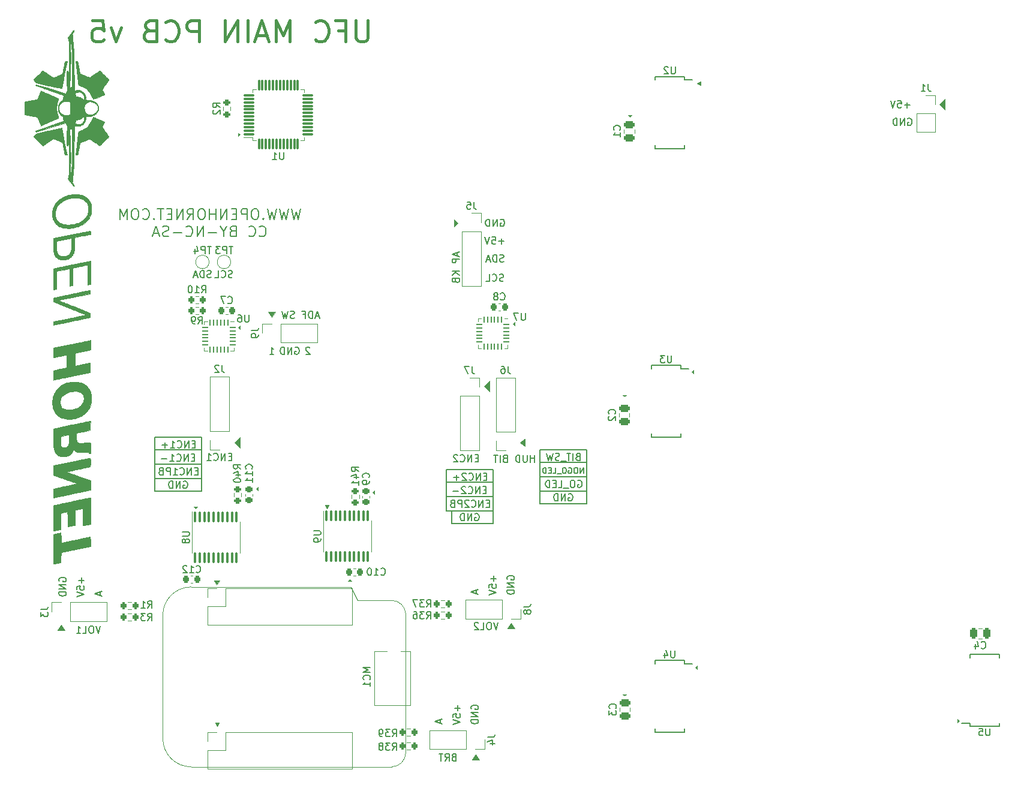
<source format=gbr>
%TF.GenerationSoftware,KiCad,Pcbnew,(6.0.9)*%
%TF.CreationDate,2023-01-27T23:26:24-09:00*%
%TF.ProjectId,UFC_Main,5546435f-4d61-4696-9e2e-6b696361645f,rev?*%
%TF.SameCoordinates,Original*%
%TF.FileFunction,Legend,Bot*%
%TF.FilePolarity,Positive*%
%FSLAX46Y46*%
G04 Gerber Fmt 4.6, Leading zero omitted, Abs format (unit mm)*
G04 Created by KiCad (PCBNEW (6.0.9)) date 2023-01-27 23:26:24*
%MOMM*%
%LPD*%
G01*
G04 APERTURE LIST*
G04 Aperture macros list*
%AMRoundRect*
0 Rectangle with rounded corners*
0 $1 Rounding radius*
0 $2 $3 $4 $5 $6 $7 $8 $9 X,Y pos of 4 corners*
0 Add a 4 corners polygon primitive as box body*
4,1,4,$2,$3,$4,$5,$6,$7,$8,$9,$2,$3,0*
0 Add four circle primitives for the rounded corners*
1,1,$1+$1,$2,$3*
1,1,$1+$1,$4,$5*
1,1,$1+$1,$6,$7*
1,1,$1+$1,$8,$9*
0 Add four rect primitives between the rounded corners*
20,1,$1+$1,$2,$3,$4,$5,0*
20,1,$1+$1,$4,$5,$6,$7,0*
20,1,$1+$1,$6,$7,$8,$9,0*
20,1,$1+$1,$8,$9,$2,$3,0*%
G04 Aperture macros list end*
%ADD10C,0.150000*%
%ADD11C,0.100000*%
%ADD12C,0.400000*%
%ADD13C,0.200000*%
%ADD14C,0.120000*%
%ADD15C,0.050000*%
%ADD16C,0.010000*%
%ADD17C,3.500000*%
%ADD18O,1.700000X1.700000*%
%ADD19R,1.700000X1.700000*%
%ADD20RoundRect,0.100000X-0.100000X0.637500X-0.100000X-0.637500X0.100000X-0.637500X0.100000X0.637500X0*%
%ADD21R,2.600000X2.600000*%
%ADD22RoundRect,0.062500X0.062500X0.375000X-0.062500X0.375000X-0.062500X-0.375000X0.062500X-0.375000X0*%
%ADD23RoundRect,0.062500X0.375000X0.062500X-0.375000X0.062500X-0.375000X-0.062500X0.375000X-0.062500X0*%
%ADD24R,1.200000X0.400000*%
%ADD25RoundRect,0.075000X-0.075000X-0.662500X0.075000X-0.662500X0.075000X0.662500X-0.075000X0.662500X0*%
%ADD26RoundRect,0.075000X-0.662500X-0.075000X0.662500X-0.075000X0.662500X0.075000X-0.662500X0.075000X0*%
%ADD27C,1.500000*%
%ADD28RoundRect,0.200000X0.275000X-0.200000X0.275000X0.200000X-0.275000X0.200000X-0.275000X-0.200000X0*%
%ADD29RoundRect,0.200000X-0.200000X-0.275000X0.200000X-0.275000X0.200000X0.275000X-0.200000X0.275000X0*%
%ADD30RoundRect,0.200000X0.200000X0.275000X-0.200000X0.275000X-0.200000X-0.275000X0.200000X-0.275000X0*%
%ADD31RoundRect,0.200000X-0.275000X0.200000X-0.275000X-0.200000X0.275000X-0.200000X0.275000X0.200000X0*%
%ADD32RoundRect,0.225000X0.225000X0.250000X-0.225000X0.250000X-0.225000X-0.250000X0.225000X-0.250000X0*%
%ADD33RoundRect,0.225000X-0.250000X0.225000X-0.250000X-0.225000X0.250000X-0.225000X0.250000X0.225000X0*%
%ADD34RoundRect,0.250000X-0.250000X-0.475000X0.250000X-0.475000X0.250000X0.475000X-0.250000X0.475000X0*%
%ADD35RoundRect,0.250000X-0.475000X0.250000X-0.475000X-0.250000X0.475000X-0.250000X0.475000X0.250000X0*%
%ADD36R,1.337000X1.337000*%
%ADD37C,1.337000*%
%ADD38C,3.435000*%
%ADD39C,1.524000*%
%ADD40C,7.540752*%
%ADD41C,2.381250*%
%ADD42C,6.400000*%
%ADD43C,4.300000*%
%ADD44C,2.000000*%
G04 APERTURE END LIST*
D10*
X22880628Y29936915D02*
X22880628Y29175010D01*
X23261580Y29555962D02*
X22499676Y29555962D01*
X22261580Y28222629D02*
X22261580Y28698820D01*
X22737771Y28746439D01*
X22690152Y28698820D01*
X22642533Y28603581D01*
X22642533Y28365486D01*
X22690152Y28270248D01*
X22737771Y28222629D01*
X22833009Y28175010D01*
X23071104Y28175010D01*
X23166342Y28222629D01*
X23213961Y28270248D01*
X23261580Y28365486D01*
X23261580Y28603581D01*
X23213961Y28698820D01*
X23166342Y28746439D01*
X22261580Y27889296D02*
X23261580Y27555962D01*
X22261580Y27222629D01*
X19769200Y29413105D02*
X19721580Y29508343D01*
X19721580Y29651200D01*
X19769200Y29794058D01*
X19864438Y29889296D01*
X19959676Y29936915D01*
X20150152Y29984534D01*
X20293009Y29984534D01*
X20483485Y29936915D01*
X20578723Y29889296D01*
X20673961Y29794058D01*
X20721580Y29651200D01*
X20721580Y29555962D01*
X20673961Y29413105D01*
X20626342Y29365486D01*
X20293009Y29365486D01*
X20293009Y29555962D01*
X20721580Y28936915D02*
X19721580Y28936915D01*
X20721580Y28365486D01*
X19721580Y28365486D01*
X20721580Y27889296D02*
X19721580Y27889296D01*
X19721580Y27651200D01*
X19769200Y27508343D01*
X19864438Y27413105D01*
X19959676Y27365486D01*
X20150152Y27317867D01*
X20293009Y27317867D01*
X20483485Y27365486D01*
X20578723Y27413105D01*
X20673961Y27508343D01*
X20721580Y27651200D01*
X20721580Y27889296D01*
X25515866Y27873296D02*
X25515866Y27397105D01*
X25801580Y27968534D02*
X24801580Y27635200D01*
X25801580Y27301867D01*
X75966628Y11902915D02*
X75966628Y11141010D01*
X76347580Y11521962D02*
X75585676Y11521962D01*
X75347580Y10188629D02*
X75347580Y10664820D01*
X75823771Y10712439D01*
X75776152Y10664820D01*
X75728533Y10569581D01*
X75728533Y10331486D01*
X75776152Y10236248D01*
X75823771Y10188629D01*
X75919009Y10141010D01*
X76157104Y10141010D01*
X76252342Y10188629D01*
X76299961Y10236248D01*
X76347580Y10331486D01*
X76347580Y10569581D01*
X76299961Y10664820D01*
X76252342Y10712439D01*
X75347580Y9855296D02*
X76347580Y9521962D01*
X75347580Y9188629D01*
X77935200Y11379105D02*
X77887580Y11474343D01*
X77887580Y11617200D01*
X77935200Y11760058D01*
X78030438Y11855296D01*
X78125676Y11902915D01*
X78316152Y11950534D01*
X78459009Y11950534D01*
X78649485Y11902915D01*
X78744723Y11855296D01*
X78839961Y11760058D01*
X78887580Y11617200D01*
X78887580Y11521962D01*
X78839961Y11379105D01*
X78792342Y11331486D01*
X78459009Y11331486D01*
X78459009Y11521962D01*
X78887580Y10902915D02*
X77887580Y10902915D01*
X78887580Y10331486D01*
X77887580Y10331486D01*
X78887580Y9855296D02*
X77887580Y9855296D01*
X77887580Y9617200D01*
X77935200Y9474343D01*
X78030438Y9379105D01*
X78125676Y9331486D01*
X78316152Y9283867D01*
X78459009Y9283867D01*
X78649485Y9331486D01*
X78744723Y9379105D01*
X78839961Y9474343D01*
X78887580Y9617200D01*
X78887580Y9855296D01*
X73521866Y9839296D02*
X73521866Y9363105D01*
X73807580Y9934534D02*
X72807580Y9601200D01*
X73807580Y9267867D01*
X81046628Y30190915D02*
X81046628Y29429010D01*
X81427580Y29809962D02*
X80665676Y29809962D01*
X80427580Y28476629D02*
X80427580Y28952820D01*
X80903771Y29000439D01*
X80856152Y28952820D01*
X80808533Y28857581D01*
X80808533Y28619486D01*
X80856152Y28524248D01*
X80903771Y28476629D01*
X80999009Y28429010D01*
X81237104Y28429010D01*
X81332342Y28476629D01*
X81379961Y28524248D01*
X81427580Y28619486D01*
X81427580Y28857581D01*
X81379961Y28952820D01*
X81332342Y29000439D01*
X80427580Y28143296D02*
X81427580Y27809962D01*
X80427580Y27476629D01*
X83015200Y29667105D02*
X82967580Y29762343D01*
X82967580Y29905200D01*
X83015200Y30048058D01*
X83110438Y30143296D01*
X83205676Y30190915D01*
X83396152Y30238534D01*
X83539009Y30238534D01*
X83729485Y30190915D01*
X83824723Y30143296D01*
X83919961Y30048058D01*
X83967580Y29905200D01*
X83967580Y29809962D01*
X83919961Y29667105D01*
X83872342Y29619486D01*
X83539009Y29619486D01*
X83539009Y29809962D01*
X83967580Y29190915D02*
X82967580Y29190915D01*
X83967580Y28619486D01*
X82967580Y28619486D01*
X83967580Y28143296D02*
X82967580Y28143296D01*
X82967580Y27905200D01*
X83015200Y27762343D01*
X83110438Y27667105D01*
X83205676Y27619486D01*
X83396152Y27571867D01*
X83539009Y27571867D01*
X83729485Y27619486D01*
X83824723Y27667105D01*
X83919961Y27762343D01*
X83967580Y27905200D01*
X83967580Y28143296D01*
X78601866Y28127296D02*
X78601866Y27651105D01*
X78887580Y28222534D02*
X77887580Y27889200D01*
X78887580Y27555867D01*
X33223200Y42113200D02*
X33223200Y43891200D01*
X33985200Y42113200D02*
X33223200Y42113200D01*
X38938533Y48788629D02*
X38605200Y48788629D01*
X38462342Y48264820D02*
X38938533Y48264820D01*
X38938533Y49264820D01*
X38462342Y49264820D01*
X38033771Y48264820D02*
X38033771Y49264820D01*
X37462342Y48264820D01*
X37462342Y49264820D01*
X36414723Y48360058D02*
X36462342Y48312439D01*
X36605200Y48264820D01*
X36700438Y48264820D01*
X36843295Y48312439D01*
X36938533Y48407677D01*
X36986152Y48502915D01*
X37033771Y48693391D01*
X37033771Y48836248D01*
X36986152Y49026724D01*
X36938533Y49121962D01*
X36843295Y49217200D01*
X36700438Y49264820D01*
X36605200Y49264820D01*
X36462342Y49217200D01*
X36414723Y49169581D01*
X35462342Y48264820D02*
X36033771Y48264820D01*
X35748057Y48264820D02*
X35748057Y49264820D01*
X35843295Y49121962D01*
X35938533Y49026724D01*
X36033771Y48979105D01*
X35033771Y48645772D02*
X34271866Y48645772D01*
X34652819Y48264820D02*
X34652819Y49026724D01*
X33223200Y43891200D02*
X33223200Y49733200D01*
X33985200Y43891200D02*
X33223200Y43891200D01*
X33477200Y49733200D02*
X39827200Y49733200D01*
X39827200Y42113200D02*
X33985200Y42113200D01*
X39827200Y49733200D02*
X39827200Y42113200D01*
X33985200Y43891200D02*
X39827200Y43891200D01*
X33223200Y47955200D02*
X39827200Y47955200D01*
X33223200Y49733200D02*
X33477200Y49733200D01*
X33223200Y45923200D02*
X39827200Y45923200D01*
X39319485Y44978629D02*
X38986152Y44978629D01*
X38843295Y44454820D02*
X39319485Y44454820D01*
X39319485Y45454820D01*
X38843295Y45454820D01*
X38414723Y44454820D02*
X38414723Y45454820D01*
X37843295Y44454820D01*
X37843295Y45454820D01*
X36795676Y44550058D02*
X36843295Y44502439D01*
X36986152Y44454820D01*
X37081390Y44454820D01*
X37224247Y44502439D01*
X37319485Y44597677D01*
X37367104Y44692915D01*
X37414723Y44883391D01*
X37414723Y45026248D01*
X37367104Y45216724D01*
X37319485Y45311962D01*
X37224247Y45407200D01*
X37081390Y45454820D01*
X36986152Y45454820D01*
X36843295Y45407200D01*
X36795676Y45359581D01*
X35843295Y44454820D02*
X36414723Y44454820D01*
X36129009Y44454820D02*
X36129009Y45454820D01*
X36224247Y45311962D01*
X36319485Y45216724D01*
X36414723Y45169105D01*
X35414723Y44454820D02*
X35414723Y45454820D01*
X35033771Y45454820D01*
X34938533Y45407200D01*
X34890914Y45359581D01*
X34843295Y45264343D01*
X34843295Y45121486D01*
X34890914Y45026248D01*
X34938533Y44978629D01*
X35033771Y44931010D01*
X35414723Y44931010D01*
X34081390Y44978629D02*
X33938533Y44931010D01*
X33890914Y44883391D01*
X33843295Y44788153D01*
X33843295Y44645296D01*
X33890914Y44550058D01*
X33938533Y44502439D01*
X34033771Y44454820D01*
X34414723Y44454820D01*
X34414723Y45454820D01*
X34081390Y45454820D01*
X33986152Y45407200D01*
X33938533Y45359581D01*
X33890914Y45264343D01*
X33890914Y45169105D01*
X33938533Y45073867D01*
X33986152Y45026248D01*
X34081390Y44978629D01*
X34414723Y44978629D01*
X38858533Y46883629D02*
X38525200Y46883629D01*
X38382342Y46359820D02*
X38858533Y46359820D01*
X38858533Y47359820D01*
X38382342Y47359820D01*
X37953771Y46359820D02*
X37953771Y47359820D01*
X37382342Y46359820D01*
X37382342Y47359820D01*
X36334723Y46455058D02*
X36382342Y46407439D01*
X36525200Y46359820D01*
X36620438Y46359820D01*
X36763295Y46407439D01*
X36858533Y46502677D01*
X36906152Y46597915D01*
X36953771Y46788391D01*
X36953771Y46931248D01*
X36906152Y47121724D01*
X36858533Y47216962D01*
X36763295Y47312200D01*
X36620438Y47359820D01*
X36525200Y47359820D01*
X36382342Y47312200D01*
X36334723Y47264581D01*
X35382342Y46359820D02*
X35953771Y46359820D01*
X35668057Y46359820D02*
X35668057Y47359820D01*
X35763295Y47216962D01*
X35858533Y47121724D01*
X35953771Y47074105D01*
X34953771Y46740772D02*
X34191866Y46740772D01*
X37287104Y43502200D02*
X37382342Y43549820D01*
X37525200Y43549820D01*
X37668057Y43502200D01*
X37763295Y43406962D01*
X37810914Y43311724D01*
X37858533Y43121248D01*
X37858533Y42978391D01*
X37810914Y42787915D01*
X37763295Y42692677D01*
X37668057Y42597439D01*
X37525200Y42549820D01*
X37429961Y42549820D01*
X37287104Y42597439D01*
X37239485Y42645058D01*
X37239485Y42978391D01*
X37429961Y42978391D01*
X36810914Y42549820D02*
X36810914Y43549820D01*
X36239485Y42549820D01*
X36239485Y43549820D01*
X35763295Y42549820D02*
X35763295Y43549820D01*
X35525200Y43549820D01*
X35382342Y43502200D01*
X35287104Y43406962D01*
X35239485Y43311724D01*
X35191866Y43121248D01*
X35191866Y42978391D01*
X35239485Y42787915D01*
X35287104Y42692677D01*
X35382342Y42597439D01*
X35525200Y42549820D01*
X35763295Y42549820D01*
X55098914Y62377581D02*
X55051295Y62425200D01*
X54956057Y62472820D01*
X54717961Y62472820D01*
X54622723Y62425200D01*
X54575104Y62377581D01*
X54527485Y62282343D01*
X54527485Y62187105D01*
X54575104Y62044248D01*
X55146533Y61472820D01*
X54527485Y61472820D01*
X53035104Y62425200D02*
X53130342Y62472820D01*
X53273200Y62472820D01*
X53416057Y62425200D01*
X53511295Y62329962D01*
X53558914Y62234724D01*
X53606533Y62044248D01*
X53606533Y61901391D01*
X53558914Y61710915D01*
X53511295Y61615677D01*
X53416057Y61520439D01*
X53273200Y61472820D01*
X53177961Y61472820D01*
X53035104Y61520439D01*
X52987485Y61568058D01*
X52987485Y61901391D01*
X53177961Y61901391D01*
X52558914Y61472820D02*
X52558914Y62472820D01*
X51987485Y61472820D01*
X51987485Y62472820D01*
X51511295Y61472820D02*
X51511295Y62472820D01*
X51273200Y62472820D01*
X51130342Y62425200D01*
X51035104Y62329962D01*
X50987485Y62234724D01*
X50939866Y62044248D01*
X50939866Y61901391D01*
X50987485Y61710915D01*
X51035104Y61615677D01*
X51130342Y61520439D01*
X51273200Y61472820D01*
X51511295Y61472820D01*
X49447485Y61472820D02*
X50018914Y61472820D01*
X49733200Y61472820D02*
X49733200Y62472820D01*
X49828438Y62329962D01*
X49923676Y62234724D01*
X50018914Y62187105D01*
X87579200Y40335200D02*
X87579200Y42113200D01*
X88341200Y40335200D02*
X87579200Y40335200D01*
X92937390Y47010629D02*
X92794533Y46963010D01*
X92746914Y46915391D01*
X92699295Y46820153D01*
X92699295Y46677296D01*
X92746914Y46582058D01*
X92794533Y46534439D01*
X92889771Y46486820D01*
X93270723Y46486820D01*
X93270723Y47486820D01*
X92937390Y47486820D01*
X92842152Y47439200D01*
X92794533Y47391581D01*
X92746914Y47296343D01*
X92746914Y47201105D01*
X92794533Y47105867D01*
X92842152Y47058248D01*
X92937390Y47010629D01*
X93270723Y47010629D01*
X92270723Y46486820D02*
X92270723Y47486820D01*
X91937390Y47486820D02*
X91365961Y47486820D01*
X91651676Y46486820D02*
X91651676Y47486820D01*
X91270723Y46391581D02*
X90508819Y46391581D01*
X90318342Y46534439D02*
X90175485Y46486820D01*
X89937390Y46486820D01*
X89842152Y46534439D01*
X89794533Y46582058D01*
X89746914Y46677296D01*
X89746914Y46772534D01*
X89794533Y46867772D01*
X89842152Y46915391D01*
X89937390Y46963010D01*
X90127866Y47010629D01*
X90223104Y47058248D01*
X90270723Y47105867D01*
X90318342Y47201105D01*
X90318342Y47296343D01*
X90270723Y47391581D01*
X90223104Y47439200D01*
X90127866Y47486820D01*
X89889771Y47486820D01*
X89746914Y47439200D01*
X89413580Y47486820D02*
X89175485Y46486820D01*
X88985009Y47201105D01*
X88794533Y46486820D01*
X88556438Y47486820D01*
X87579200Y42113200D02*
X87579200Y47955200D01*
X88341200Y42113200D02*
X87579200Y42113200D01*
X87833200Y47955200D02*
X94183200Y47955200D01*
X94183200Y40335200D02*
X88341200Y40335200D01*
X94183200Y47955200D02*
X94183200Y40335200D01*
X88341200Y42113200D02*
X94183200Y42113200D01*
X87579200Y46177200D02*
X94183200Y46177200D01*
X87579200Y47955200D02*
X87833200Y47955200D01*
X87579200Y44145200D02*
X94183200Y44145200D01*
X92961200Y43629200D02*
X93056438Y43676820D01*
X93199295Y43676820D01*
X93342152Y43629200D01*
X93437390Y43533962D01*
X93485009Y43438724D01*
X93532628Y43248248D01*
X93532628Y43105391D01*
X93485009Y42914915D01*
X93437390Y42819677D01*
X93342152Y42724439D01*
X93199295Y42676820D01*
X93104057Y42676820D01*
X92961200Y42724439D01*
X92913580Y42772058D01*
X92913580Y43105391D01*
X93104057Y43105391D01*
X92294533Y43676820D02*
X92104057Y43676820D01*
X92008819Y43629200D01*
X91913580Y43533962D01*
X91865961Y43343486D01*
X91865961Y43010153D01*
X91913580Y42819677D01*
X92008819Y42724439D01*
X92104057Y42676820D01*
X92294533Y42676820D01*
X92389771Y42724439D01*
X92485009Y42819677D01*
X92532628Y43010153D01*
X92532628Y43343486D01*
X92485009Y43533962D01*
X92389771Y43629200D01*
X92294533Y43676820D01*
X91675485Y42581581D02*
X90913580Y42581581D01*
X90199295Y42676820D02*
X90675485Y42676820D01*
X90675485Y43676820D01*
X89865961Y43200629D02*
X89532628Y43200629D01*
X89389771Y42676820D02*
X89865961Y42676820D01*
X89865961Y43676820D01*
X89389771Y43676820D01*
X88961200Y42676820D02*
X88961200Y43676820D01*
X88723104Y43676820D01*
X88580247Y43629200D01*
X88485009Y43533962D01*
X88437390Y43438724D01*
X88389771Y43248248D01*
X88389771Y43105391D01*
X88437390Y42914915D01*
X88485009Y42819677D01*
X88580247Y42724439D01*
X88723104Y42676820D01*
X88961200Y42676820D01*
X93738342Y44672296D02*
X93738342Y45472296D01*
X93281200Y44672296D01*
X93281200Y45472296D01*
X92747866Y45472296D02*
X92595485Y45472296D01*
X92519295Y45434200D01*
X92443104Y45358010D01*
X92405009Y45205629D01*
X92405009Y44938962D01*
X92443104Y44786581D01*
X92519295Y44710391D01*
X92595485Y44672296D01*
X92747866Y44672296D01*
X92824057Y44710391D01*
X92900247Y44786581D01*
X92938342Y44938962D01*
X92938342Y45205629D01*
X92900247Y45358010D01*
X92824057Y45434200D01*
X92747866Y45472296D01*
X91643104Y45434200D02*
X91719295Y45472296D01*
X91833580Y45472296D01*
X91947866Y45434200D01*
X92024057Y45358010D01*
X92062152Y45281820D01*
X92100247Y45129439D01*
X92100247Y45015153D01*
X92062152Y44862772D01*
X92024057Y44786581D01*
X91947866Y44710391D01*
X91833580Y44672296D01*
X91757390Y44672296D01*
X91643104Y44710391D01*
X91605009Y44748486D01*
X91605009Y45015153D01*
X91757390Y45015153D01*
X91109771Y45472296D02*
X90957390Y45472296D01*
X90881200Y45434200D01*
X90805009Y45358010D01*
X90766914Y45205629D01*
X90766914Y44938962D01*
X90805009Y44786581D01*
X90881200Y44710391D01*
X90957390Y44672296D01*
X91109771Y44672296D01*
X91185961Y44710391D01*
X91262152Y44786581D01*
X91300247Y44938962D01*
X91300247Y45205629D01*
X91262152Y45358010D01*
X91185961Y45434200D01*
X91109771Y45472296D01*
X90614533Y44596105D02*
X90005009Y44596105D01*
X89433580Y44672296D02*
X89814533Y44672296D01*
X89814533Y45472296D01*
X89166914Y45091343D02*
X88900247Y45091343D01*
X88785961Y44672296D02*
X89166914Y44672296D01*
X89166914Y45472296D01*
X88785961Y45472296D01*
X88443104Y44672296D02*
X88443104Y45472296D01*
X88252628Y45472296D01*
X88138342Y45434200D01*
X88062152Y45358010D01*
X88024057Y45281820D01*
X87985961Y45129439D01*
X87985961Y45015153D01*
X88024057Y44862772D01*
X88062152Y44786581D01*
X88138342Y44710391D01*
X88252628Y44672296D01*
X88443104Y44672296D01*
X91643104Y41724200D02*
X91738342Y41771820D01*
X91881200Y41771820D01*
X92024057Y41724200D01*
X92119295Y41628962D01*
X92166914Y41533724D01*
X92214533Y41343248D01*
X92214533Y41200391D01*
X92166914Y41009915D01*
X92119295Y40914677D01*
X92024057Y40819439D01*
X91881200Y40771820D01*
X91785961Y40771820D01*
X91643104Y40819439D01*
X91595485Y40867058D01*
X91595485Y41200391D01*
X91785961Y41200391D01*
X91166914Y40771820D02*
X91166914Y41771820D01*
X90595485Y40771820D01*
X90595485Y41771820D01*
X90119295Y40771820D02*
X90119295Y41771820D01*
X89881200Y41771820D01*
X89738342Y41724200D01*
X89643104Y41628962D01*
X89595485Y41533724D01*
X89547866Y41343248D01*
X89547866Y41200391D01*
X89595485Y41009915D01*
X89643104Y40914677D01*
X89738342Y40819439D01*
X89881200Y40771820D01*
X90119295Y40771820D01*
X75133200Y39319200D02*
X80975200Y39319200D01*
X74371200Y41351200D02*
X80975200Y41351200D01*
X74371200Y43383200D02*
X80975200Y43383200D01*
X74371200Y45161200D02*
X74625200Y45161200D01*
X74371200Y39319200D02*
X74371200Y45161200D01*
X75133200Y39319200D02*
X74371200Y39319200D01*
X75133200Y37541200D02*
X75133200Y39319200D01*
X80975200Y37541200D02*
X75133200Y37541200D01*
X80975200Y45161200D02*
X80975200Y37541200D01*
X74625200Y45161200D02*
X80975200Y45161200D01*
X80467485Y40406629D02*
X80134152Y40406629D01*
X79991295Y39882820D02*
X80467485Y39882820D01*
X80467485Y40882820D01*
X79991295Y40882820D01*
X79562723Y39882820D02*
X79562723Y40882820D01*
X78991295Y39882820D01*
X78991295Y40882820D01*
X77943676Y39978058D02*
X77991295Y39930439D01*
X78134152Y39882820D01*
X78229390Y39882820D01*
X78372247Y39930439D01*
X78467485Y40025677D01*
X78515104Y40120915D01*
X78562723Y40311391D01*
X78562723Y40454248D01*
X78515104Y40644724D01*
X78467485Y40739962D01*
X78372247Y40835200D01*
X78229390Y40882820D01*
X78134152Y40882820D01*
X77991295Y40835200D01*
X77943676Y40787581D01*
X77562723Y40787581D02*
X77515104Y40835200D01*
X77419866Y40882820D01*
X77181771Y40882820D01*
X77086533Y40835200D01*
X77038914Y40787581D01*
X76991295Y40692343D01*
X76991295Y40597105D01*
X77038914Y40454248D01*
X77610342Y39882820D01*
X76991295Y39882820D01*
X76562723Y39882820D02*
X76562723Y40882820D01*
X76181771Y40882820D01*
X76086533Y40835200D01*
X76038914Y40787581D01*
X75991295Y40692343D01*
X75991295Y40549486D01*
X76038914Y40454248D01*
X76086533Y40406629D01*
X76181771Y40359010D01*
X76562723Y40359010D01*
X75229390Y40406629D02*
X75086533Y40359010D01*
X75038914Y40311391D01*
X74991295Y40216153D01*
X74991295Y40073296D01*
X75038914Y39978058D01*
X75086533Y39930439D01*
X75181771Y39882820D01*
X75562723Y39882820D01*
X75562723Y40882820D01*
X75229390Y40882820D01*
X75134152Y40835200D01*
X75086533Y40787581D01*
X75038914Y40692343D01*
X75038914Y40597105D01*
X75086533Y40501867D01*
X75134152Y40454248D01*
X75229390Y40406629D01*
X75562723Y40406629D01*
X78435104Y38930200D02*
X78530342Y38977820D01*
X78673200Y38977820D01*
X78816057Y38930200D01*
X78911295Y38834962D01*
X78958914Y38739724D01*
X79006533Y38549248D01*
X79006533Y38406391D01*
X78958914Y38215915D01*
X78911295Y38120677D01*
X78816057Y38025439D01*
X78673200Y37977820D01*
X78577961Y37977820D01*
X78435104Y38025439D01*
X78387485Y38073058D01*
X78387485Y38406391D01*
X78577961Y38406391D01*
X77958914Y37977820D02*
X77958914Y38977820D01*
X77387485Y37977820D01*
X77387485Y38977820D01*
X76911295Y37977820D02*
X76911295Y38977820D01*
X76673200Y38977820D01*
X76530342Y38930200D01*
X76435104Y38834962D01*
X76387485Y38739724D01*
X76339866Y38549248D01*
X76339866Y38406391D01*
X76387485Y38215915D01*
X76435104Y38120677D01*
X76530342Y38025439D01*
X76673200Y37977820D01*
X76911295Y37977820D01*
X80006533Y42311629D02*
X79673200Y42311629D01*
X79530342Y41787820D02*
X80006533Y41787820D01*
X80006533Y42787820D01*
X79530342Y42787820D01*
X79101771Y41787820D02*
X79101771Y42787820D01*
X78530342Y41787820D01*
X78530342Y42787820D01*
X77482723Y41883058D02*
X77530342Y41835439D01*
X77673200Y41787820D01*
X77768438Y41787820D01*
X77911295Y41835439D01*
X78006533Y41930677D01*
X78054152Y42025915D01*
X78101771Y42216391D01*
X78101771Y42359248D01*
X78054152Y42549724D01*
X78006533Y42644962D01*
X77911295Y42740200D01*
X77768438Y42787820D01*
X77673200Y42787820D01*
X77530342Y42740200D01*
X77482723Y42692581D01*
X77101771Y42692581D02*
X77054152Y42740200D01*
X76958914Y42787820D01*
X76720819Y42787820D01*
X76625580Y42740200D01*
X76577961Y42692581D01*
X76530342Y42597343D01*
X76530342Y42502105D01*
X76577961Y42359248D01*
X77149390Y41787820D01*
X76530342Y41787820D01*
X76101771Y42168772D02*
X75339866Y42168772D01*
X80086533Y44216629D02*
X79753200Y44216629D01*
X79610342Y43692820D02*
X80086533Y43692820D01*
X80086533Y44692820D01*
X79610342Y44692820D01*
X79181771Y43692820D02*
X79181771Y44692820D01*
X78610342Y43692820D01*
X78610342Y44692820D01*
X77562723Y43788058D02*
X77610342Y43740439D01*
X77753200Y43692820D01*
X77848438Y43692820D01*
X77991295Y43740439D01*
X78086533Y43835677D01*
X78134152Y43930915D01*
X78181771Y44121391D01*
X78181771Y44264248D01*
X78134152Y44454724D01*
X78086533Y44549962D01*
X77991295Y44645200D01*
X77848438Y44692820D01*
X77753200Y44692820D01*
X77610342Y44645200D01*
X77562723Y44597581D01*
X77181771Y44597581D02*
X77134152Y44645200D01*
X77038914Y44692820D01*
X76800819Y44692820D01*
X76705580Y44645200D01*
X76657961Y44597581D01*
X76610342Y44502343D01*
X76610342Y44407105D01*
X76657961Y44264248D01*
X77229390Y43692820D01*
X76610342Y43692820D01*
X76181771Y44073772D02*
X75419866Y44073772D01*
X75800819Y43692820D02*
X75800819Y44454724D01*
X82443676Y71820439D02*
X82300819Y71772820D01*
X82062723Y71772820D01*
X81967485Y71820439D01*
X81919866Y71868058D01*
X81872247Y71963296D01*
X81872247Y72058534D01*
X81919866Y72153772D01*
X81967485Y72201391D01*
X82062723Y72249010D01*
X82253200Y72296629D01*
X82348438Y72344248D01*
X82396057Y72391867D01*
X82443676Y72487105D01*
X82443676Y72582343D01*
X82396057Y72677581D01*
X82348438Y72725200D01*
X82253200Y72772820D01*
X82015104Y72772820D01*
X81872247Y72725200D01*
X80872247Y71868058D02*
X80919866Y71820439D01*
X81062723Y71772820D01*
X81157961Y71772820D01*
X81300819Y71820439D01*
X81396057Y71915677D01*
X81443676Y72010915D01*
X81491295Y72201391D01*
X81491295Y72344248D01*
X81443676Y72534724D01*
X81396057Y72629962D01*
X81300819Y72725200D01*
X81157961Y72772820D01*
X81062723Y72772820D01*
X80919866Y72725200D01*
X80872247Y72677581D01*
X79967485Y71772820D02*
X80443676Y71772820D01*
X80443676Y72772820D01*
X82467485Y74570439D02*
X82324628Y74522820D01*
X82086533Y74522820D01*
X81991295Y74570439D01*
X81943676Y74618058D01*
X81896057Y74713296D01*
X81896057Y74808534D01*
X81943676Y74903772D01*
X81991295Y74951391D01*
X82086533Y74999010D01*
X82277009Y75046629D01*
X82372247Y75094248D01*
X82419866Y75141867D01*
X82467485Y75237105D01*
X82467485Y75332343D01*
X82419866Y75427581D01*
X82372247Y75475200D01*
X82277009Y75522820D01*
X82038914Y75522820D01*
X81896057Y75475200D01*
X81467485Y74522820D02*
X81467485Y75522820D01*
X81229390Y75522820D01*
X81086533Y75475200D01*
X80991295Y75379962D01*
X80943676Y75284724D01*
X80896057Y75094248D01*
X80896057Y74951391D01*
X80943676Y74760915D01*
X80991295Y74665677D01*
X81086533Y74570439D01*
X81229390Y74522820D01*
X81467485Y74522820D01*
X80515104Y74808534D02*
X80038914Y74808534D01*
X80610342Y74522820D02*
X80277009Y75522820D01*
X79943676Y74522820D01*
X82538914Y77403772D02*
X81777009Y77403772D01*
X82157961Y77022820D02*
X82157961Y77784724D01*
X80824628Y78022820D02*
X81300819Y78022820D01*
X81348438Y77546629D01*
X81300819Y77594248D01*
X81205580Y77641867D01*
X80967485Y77641867D01*
X80872247Y77594248D01*
X80824628Y77546629D01*
X80777009Y77451391D01*
X80777009Y77213296D01*
X80824628Y77118058D01*
X80872247Y77070439D01*
X80967485Y77022820D01*
X81205580Y77022820D01*
X81300819Y77070439D01*
X81348438Y77118058D01*
X80491295Y78022820D02*
X80157961Y77022820D01*
X79824628Y78022820D01*
X82015104Y80475200D02*
X82110342Y80522820D01*
X82253200Y80522820D01*
X82396057Y80475200D01*
X82491295Y80379962D01*
X82538914Y80284724D01*
X82586533Y80094248D01*
X82586533Y79951391D01*
X82538914Y79760915D01*
X82491295Y79665677D01*
X82396057Y79570439D01*
X82253200Y79522820D01*
X82157961Y79522820D01*
X82015104Y79570439D01*
X81967485Y79618058D01*
X81967485Y79951391D01*
X82157961Y79951391D01*
X81538914Y79522820D02*
X81538914Y80522820D01*
X80967485Y79522820D01*
X80967485Y80522820D01*
X80491295Y79522820D02*
X80491295Y80522820D01*
X80253200Y80522820D01*
X80110342Y80475200D01*
X80015104Y80379962D01*
X79967485Y80284724D01*
X79919866Y80094248D01*
X79919866Y79951391D01*
X79967485Y79760915D01*
X80015104Y79665677D01*
X80110342Y79570439D01*
X80253200Y79522820D01*
X80491295Y79522820D01*
D11*
G36*
X76003200Y79975200D02*
G01*
X75503200Y79475200D01*
X75503200Y80475200D01*
X76003200Y79975200D01*
G37*
X76003200Y79975200D02*
X75503200Y79475200D01*
X75503200Y80475200D01*
X76003200Y79975200D01*
D10*
X139515104Y94725200D02*
X139610342Y94772820D01*
X139753200Y94772820D01*
X139896057Y94725200D01*
X139991295Y94629962D01*
X140038914Y94534724D01*
X140086533Y94344248D01*
X140086533Y94201391D01*
X140038914Y94010915D01*
X139991295Y93915677D01*
X139896057Y93820439D01*
X139753200Y93772820D01*
X139657961Y93772820D01*
X139515104Y93820439D01*
X139467485Y93868058D01*
X139467485Y94201391D01*
X139657961Y94201391D01*
X139038914Y93772820D02*
X139038914Y94772820D01*
X138467485Y93772820D01*
X138467485Y94772820D01*
X137991295Y93772820D02*
X137991295Y94772820D01*
X137753200Y94772820D01*
X137610342Y94725200D01*
X137515104Y94629962D01*
X137467485Y94534724D01*
X137419866Y94344248D01*
X137419866Y94201391D01*
X137467485Y94010915D01*
X137515104Y93915677D01*
X137610342Y93820439D01*
X137753200Y93772820D01*
X137991295Y93772820D01*
X139788914Y96653772D02*
X139027009Y96653772D01*
X139407961Y96272820D02*
X139407961Y97034724D01*
X138074628Y97272820D02*
X138550819Y97272820D01*
X138598438Y96796629D01*
X138550819Y96844248D01*
X138455580Y96891867D01*
X138217485Y96891867D01*
X138122247Y96844248D01*
X138074628Y96796629D01*
X138027009Y96701391D01*
X138027009Y96463296D01*
X138074628Y96368058D01*
X138122247Y96320439D01*
X138217485Y96272820D01*
X138455580Y96272820D01*
X138550819Y96320439D01*
X138598438Y96368058D01*
X137741295Y97272820D02*
X137407961Y96272820D01*
X137074628Y97272820D01*
D11*
G36*
X144753200Y95975200D02*
G01*
X144003200Y96725200D01*
X144753200Y97475200D01*
X144753200Y95975200D01*
G37*
X144753200Y95975200D02*
X144003200Y96725200D01*
X144753200Y97475200D01*
X144753200Y95975200D01*
G36*
X49753200Y66725200D02*
G01*
X49253200Y67475200D01*
X50253200Y67475200D01*
X49753200Y66725200D01*
G37*
X49753200Y66725200D02*
X49253200Y67475200D01*
X50253200Y67475200D01*
X49753200Y66725200D01*
G36*
X84003200Y22725200D02*
G01*
X83003200Y22725200D01*
X83503200Y23475200D01*
X84003200Y22725200D01*
G37*
X84003200Y22725200D02*
X83003200Y22725200D01*
X83503200Y23475200D01*
X84003200Y22725200D01*
G36*
X45253200Y48225200D02*
G01*
X44503200Y48975200D01*
X45253200Y49725200D01*
X45253200Y48225200D01*
G37*
X45253200Y48225200D02*
X44503200Y48975200D01*
X45253200Y49725200D01*
X45253200Y48225200D01*
G36*
X57503200Y39725200D02*
G01*
X57253200Y40225200D01*
X57753200Y40225200D01*
X57503200Y39725200D01*
G37*
X57503200Y39725200D02*
X57253200Y40225200D01*
X57753200Y40225200D01*
X57503200Y39725200D01*
G36*
X39003200Y39725200D02*
G01*
X38753200Y39975200D01*
X39253200Y39975200D01*
X39003200Y39725200D01*
G37*
X39003200Y39725200D02*
X38753200Y39975200D01*
X39253200Y39975200D01*
X39003200Y39725200D01*
G36*
X80503200Y56225200D02*
G01*
X79753200Y56975200D01*
X80503200Y57725200D01*
X80503200Y56225200D01*
G37*
X80503200Y56225200D02*
X79753200Y56975200D01*
X80503200Y57725200D01*
X80503200Y56225200D01*
G36*
X85503200Y48475200D02*
G01*
X84753200Y48975200D01*
X85503200Y49475200D01*
X85503200Y48475200D01*
G37*
X85503200Y48475200D02*
X84753200Y48975200D01*
X85503200Y49475200D01*
X85503200Y48475200D01*
G36*
X79003200Y4225200D02*
G01*
X78003200Y4225200D01*
X78503200Y4975200D01*
X79003200Y4225200D01*
G37*
X79003200Y4225200D02*
X78003200Y4225200D01*
X78503200Y4975200D01*
X79003200Y4225200D01*
G36*
X20503200Y22475200D02*
G01*
X20253200Y22475200D01*
X20003200Y23225200D01*
X20503200Y22475200D01*
G37*
X20503200Y22475200D02*
X20253200Y22475200D01*
X20003200Y23225200D01*
X20503200Y22475200D01*
G36*
X20253200Y22475200D02*
G01*
X19503200Y22475200D01*
X20003200Y23225200D01*
X20253200Y22475200D01*
G37*
X20253200Y22475200D02*
X19503200Y22475200D01*
X20003200Y23225200D01*
X20253200Y22475200D01*
G36*
X42003200Y8975200D02*
G01*
X41753200Y9475200D01*
X42253200Y9475200D01*
X42003200Y8975200D01*
G37*
X42003200Y8975200D02*
X41753200Y9475200D01*
X42253200Y9475200D01*
X42003200Y8975200D01*
G36*
X61003200Y29475200D02*
G01*
X60503200Y29475200D01*
X60753200Y29725200D01*
X61003200Y29475200D01*
G37*
X61003200Y29475200D02*
X60503200Y29475200D01*
X60753200Y29725200D01*
X61003200Y29475200D01*
G36*
X64253200Y41725200D02*
G01*
X64003200Y41975200D01*
X64253200Y42225200D01*
X64253200Y41725200D01*
G37*
X64253200Y41725200D02*
X64003200Y41975200D01*
X64253200Y42225200D01*
X64253200Y41725200D01*
G36*
X47753200Y42225200D02*
G01*
X47503200Y42475200D01*
X47753200Y42725200D01*
X47753200Y42225200D01*
G37*
X47753200Y42225200D02*
X47503200Y42475200D01*
X47753200Y42725200D01*
X47753200Y42225200D01*
G36*
X45253200Y64975200D02*
G01*
X45003200Y65225200D01*
X45253200Y65475200D01*
X45253200Y64975200D01*
G37*
X45253200Y64975200D02*
X45003200Y65225200D01*
X45253200Y65475200D01*
X45253200Y64975200D01*
G36*
X84003200Y65475200D02*
G01*
X83753200Y65725200D01*
X84003200Y65975200D01*
X84003200Y65475200D01*
G37*
X84003200Y65475200D02*
X83753200Y65725200D01*
X84003200Y65975200D01*
X84003200Y65475200D01*
G36*
X100253200Y94975200D02*
G01*
X100003200Y95225200D01*
X100503200Y95225200D01*
X100253200Y94975200D01*
G37*
X100253200Y94975200D02*
X100003200Y95225200D01*
X100503200Y95225200D01*
X100253200Y94975200D01*
G36*
X99503200Y55475200D02*
G01*
X99253200Y55725200D01*
X99753200Y55725200D01*
X99503200Y55475200D01*
G37*
X99503200Y55475200D02*
X99253200Y55725200D01*
X99753200Y55725200D01*
X99503200Y55475200D01*
G36*
X99503200Y13225200D02*
G01*
X99253200Y13475200D01*
X99753200Y13475200D01*
X99503200Y13225200D01*
G37*
X99503200Y13225200D02*
X99253200Y13475200D01*
X99753200Y13475200D01*
X99503200Y13225200D01*
G36*
X146753200Y9725200D02*
G01*
X146503200Y9475200D01*
X146503200Y9975200D01*
X146753200Y9725200D01*
G37*
X146753200Y9725200D02*
X146503200Y9475200D01*
X146503200Y9975200D01*
X146753200Y9725200D01*
G36*
X109753200Y16975200D02*
G01*
X109503200Y17225200D01*
X109753200Y17475200D01*
X109753200Y16975200D01*
G37*
X109753200Y16975200D02*
X109503200Y17225200D01*
X109753200Y17475200D01*
X109753200Y16975200D01*
G36*
X109253200Y58725200D02*
G01*
X109003200Y58975200D01*
X109253200Y59225200D01*
X109253200Y58725200D01*
G37*
X109253200Y58725200D02*
X109003200Y58975200D01*
X109253200Y59225200D01*
X109253200Y58725200D01*
G36*
X110253200Y99475200D02*
G01*
X109753200Y99725200D01*
X110253200Y99975200D01*
X110253200Y99475200D01*
G37*
X110253200Y99475200D02*
X109753200Y99725200D01*
X110253200Y99975200D01*
X110253200Y99475200D01*
G36*
X45253200Y92475200D02*
G01*
X45003200Y92225200D01*
X45003200Y92725200D01*
X45253200Y92475200D01*
G37*
X45253200Y92475200D02*
X45003200Y92225200D01*
X45003200Y92725200D01*
X45253200Y92475200D01*
G36*
X41986200Y28905200D02*
G01*
X41605200Y29540200D01*
X42367200Y29540200D01*
X41986200Y28905200D01*
G37*
X41986200Y28905200D02*
X41605200Y29540200D01*
X42367200Y29540200D01*
X41986200Y28905200D01*
D12*
X63319771Y108608058D02*
X63319771Y106179486D01*
X63176914Y105893772D01*
X63034057Y105750915D01*
X62748342Y105608058D01*
X62176914Y105608058D01*
X61891200Y105750915D01*
X61748342Y105893772D01*
X61605485Y106179486D01*
X61605485Y108608058D01*
X59176914Y107179486D02*
X60176914Y107179486D01*
X60176914Y105608058D02*
X60176914Y108608058D01*
X58748342Y108608058D01*
X55891200Y105893772D02*
X56034057Y105750915D01*
X56462628Y105608058D01*
X56748342Y105608058D01*
X57176914Y105750915D01*
X57462628Y106036629D01*
X57605485Y106322343D01*
X57748342Y106893772D01*
X57748342Y107322343D01*
X57605485Y107893772D01*
X57462628Y108179486D01*
X57176914Y108465200D01*
X56748342Y108608058D01*
X56462628Y108608058D01*
X56034057Y108465200D01*
X55891200Y108322343D01*
X52319771Y105608058D02*
X52319771Y108608058D01*
X51319771Y106465200D01*
X50319771Y108608058D01*
X50319771Y105608058D01*
X49034057Y106465200D02*
X47605485Y106465200D01*
X49319771Y105608058D02*
X48319771Y108608058D01*
X47319771Y105608058D01*
X46319771Y105608058D02*
X46319771Y108608058D01*
X44891200Y105608058D02*
X44891200Y108608058D01*
X43176914Y105608058D01*
X43176914Y108608058D01*
X39462628Y105608058D02*
X39462628Y108608058D01*
X38319771Y108608058D01*
X38034057Y108465200D01*
X37891200Y108322343D01*
X37748342Y108036629D01*
X37748342Y107608058D01*
X37891200Y107322343D01*
X38034057Y107179486D01*
X38319771Y107036629D01*
X39462628Y107036629D01*
X34748342Y105893772D02*
X34891200Y105750915D01*
X35319771Y105608058D01*
X35605485Y105608058D01*
X36034057Y105750915D01*
X36319771Y106036629D01*
X36462628Y106322343D01*
X36605485Y106893772D01*
X36605485Y107322343D01*
X36462628Y107893772D01*
X36319771Y108179486D01*
X36034057Y108465200D01*
X35605485Y108608058D01*
X35319771Y108608058D01*
X34891200Y108465200D01*
X34748342Y108322343D01*
X32462628Y107179486D02*
X32034057Y107036629D01*
X31891200Y106893772D01*
X31748342Y106608058D01*
X31748342Y106179486D01*
X31891200Y105893772D01*
X32034057Y105750915D01*
X32319771Y105608058D01*
X33462628Y105608058D01*
X33462628Y108608058D01*
X32462628Y108608058D01*
X32176914Y108465200D01*
X32034057Y108322343D01*
X31891200Y108036629D01*
X31891200Y107750915D01*
X32034057Y107465200D01*
X32176914Y107322343D01*
X32462628Y107179486D01*
X33462628Y107179486D01*
X28462628Y107608058D02*
X27748342Y105608058D01*
X27034057Y107608058D01*
X24462628Y108608058D02*
X25891200Y108608058D01*
X26034057Y107179486D01*
X25891200Y107322343D01*
X25605485Y107465200D01*
X24891200Y107465200D01*
X24605485Y107322343D01*
X24462628Y107179486D01*
X24319771Y106893772D01*
X24319771Y106179486D01*
X24462628Y105893772D01*
X24605485Y105750915D01*
X24891200Y105608058D01*
X25605485Y105608058D01*
X25891200Y105750915D01*
X26034057Y105893772D01*
D13*
X53824628Y82004129D02*
X53467485Y80504129D01*
X53181771Y81575558D01*
X52896057Y80504129D01*
X52538914Y82004129D01*
X52110342Y82004129D02*
X51753200Y80504129D01*
X51467485Y81575558D01*
X51181771Y80504129D01*
X50824628Y82004129D01*
X50396057Y82004129D02*
X50038914Y80504129D01*
X49753200Y81575558D01*
X49467485Y80504129D01*
X49110342Y82004129D01*
X48538914Y80646986D02*
X48467485Y80575558D01*
X48538914Y80504129D01*
X48610342Y80575558D01*
X48538914Y80646986D01*
X48538914Y80504129D01*
X47538914Y82004129D02*
X47253200Y82004129D01*
X47110342Y81932700D01*
X46967485Y81789843D01*
X46896057Y81504129D01*
X46896057Y81004129D01*
X46967485Y80718415D01*
X47110342Y80575558D01*
X47253200Y80504129D01*
X47538914Y80504129D01*
X47681771Y80575558D01*
X47824628Y80718415D01*
X47896057Y81004129D01*
X47896057Y81504129D01*
X47824628Y81789843D01*
X47681771Y81932700D01*
X47538914Y82004129D01*
X46253200Y80504129D02*
X46253200Y82004129D01*
X45681771Y82004129D01*
X45538914Y81932700D01*
X45467485Y81861272D01*
X45396057Y81718415D01*
X45396057Y81504129D01*
X45467485Y81361272D01*
X45538914Y81289843D01*
X45681771Y81218415D01*
X46253200Y81218415D01*
X44753200Y81289843D02*
X44253200Y81289843D01*
X44038914Y80504129D02*
X44753200Y80504129D01*
X44753200Y82004129D01*
X44038914Y82004129D01*
X43396057Y80504129D02*
X43396057Y82004129D01*
X42538914Y80504129D01*
X42538914Y82004129D01*
X41824628Y80504129D02*
X41824628Y82004129D01*
X41824628Y81289843D02*
X40967485Y81289843D01*
X40967485Y80504129D02*
X40967485Y82004129D01*
X39967485Y82004129D02*
X39681771Y82004129D01*
X39538914Y81932700D01*
X39396057Y81789843D01*
X39324628Y81504129D01*
X39324628Y81004129D01*
X39396057Y80718415D01*
X39538914Y80575558D01*
X39681771Y80504129D01*
X39967485Y80504129D01*
X40110342Y80575558D01*
X40253200Y80718415D01*
X40324628Y81004129D01*
X40324628Y81504129D01*
X40253200Y81789843D01*
X40110342Y81932700D01*
X39967485Y82004129D01*
X37824628Y80504129D02*
X38324628Y81218415D01*
X38681771Y80504129D02*
X38681771Y82004129D01*
X38110342Y82004129D01*
X37967485Y81932700D01*
X37896057Y81861272D01*
X37824628Y81718415D01*
X37824628Y81504129D01*
X37896057Y81361272D01*
X37967485Y81289843D01*
X38110342Y81218415D01*
X38681771Y81218415D01*
X37181771Y80504129D02*
X37181771Y82004129D01*
X36324628Y80504129D01*
X36324628Y82004129D01*
X35610342Y81289843D02*
X35110342Y81289843D01*
X34896057Y80504129D02*
X35610342Y80504129D01*
X35610342Y82004129D01*
X34896057Y82004129D01*
X34467485Y82004129D02*
X33610342Y82004129D01*
X34038914Y80504129D02*
X34038914Y82004129D01*
X33110342Y80646986D02*
X33038914Y80575558D01*
X33110342Y80504129D01*
X33181771Y80575558D01*
X33110342Y80646986D01*
X33110342Y80504129D01*
X31538914Y80646986D02*
X31610342Y80575558D01*
X31824628Y80504129D01*
X31967485Y80504129D01*
X32181771Y80575558D01*
X32324628Y80718415D01*
X32396057Y80861272D01*
X32467485Y81146986D01*
X32467485Y81361272D01*
X32396057Y81646986D01*
X32324628Y81789843D01*
X32181771Y81932700D01*
X31967485Y82004129D01*
X31824628Y82004129D01*
X31610342Y81932700D01*
X31538914Y81861272D01*
X30610342Y82004129D02*
X30324628Y82004129D01*
X30181771Y81932700D01*
X30038914Y81789843D01*
X29967485Y81504129D01*
X29967485Y81004129D01*
X30038914Y80718415D01*
X30181771Y80575558D01*
X30324628Y80504129D01*
X30610342Y80504129D01*
X30753200Y80575558D01*
X30896057Y80718415D01*
X30967485Y81004129D01*
X30967485Y81504129D01*
X30896057Y81789843D01*
X30753200Y81932700D01*
X30610342Y82004129D01*
X29324628Y80504129D02*
X29324628Y82004129D01*
X28824628Y80932700D01*
X28324628Y82004129D01*
X28324628Y80504129D01*
X48003200Y78231986D02*
X48074628Y78160558D01*
X48288914Y78089129D01*
X48431771Y78089129D01*
X48646057Y78160558D01*
X48788914Y78303415D01*
X48860342Y78446272D01*
X48931771Y78731986D01*
X48931771Y78946272D01*
X48860342Y79231986D01*
X48788914Y79374843D01*
X48646057Y79517700D01*
X48431771Y79589129D01*
X48288914Y79589129D01*
X48074628Y79517700D01*
X48003200Y79446272D01*
X46503200Y78231986D02*
X46574628Y78160558D01*
X46788914Y78089129D01*
X46931771Y78089129D01*
X47146057Y78160558D01*
X47288914Y78303415D01*
X47360342Y78446272D01*
X47431771Y78731986D01*
X47431771Y78946272D01*
X47360342Y79231986D01*
X47288914Y79374843D01*
X47146057Y79517700D01*
X46931771Y79589129D01*
X46788914Y79589129D01*
X46574628Y79517700D01*
X46503200Y79446272D01*
X44217485Y78874843D02*
X44003200Y78803415D01*
X43931771Y78731986D01*
X43860342Y78589129D01*
X43860342Y78374843D01*
X43931771Y78231986D01*
X44003200Y78160558D01*
X44146057Y78089129D01*
X44717485Y78089129D01*
X44717485Y79589129D01*
X44217485Y79589129D01*
X44074628Y79517700D01*
X44003200Y79446272D01*
X43931771Y79303415D01*
X43931771Y79160558D01*
X44003200Y79017700D01*
X44074628Y78946272D01*
X44217485Y78874843D01*
X44717485Y78874843D01*
X42931771Y78803415D02*
X42931771Y78089129D01*
X43431771Y79589129D02*
X42931771Y78803415D01*
X42431771Y79589129D01*
X41931771Y78660558D02*
X40788914Y78660558D01*
X40074628Y78089129D02*
X40074628Y79589129D01*
X39217485Y78089129D01*
X39217485Y79589129D01*
X37646057Y78231986D02*
X37717485Y78160558D01*
X37931771Y78089129D01*
X38074628Y78089129D01*
X38288914Y78160558D01*
X38431771Y78303415D01*
X38503200Y78446272D01*
X38574628Y78731986D01*
X38574628Y78946272D01*
X38503200Y79231986D01*
X38431771Y79374843D01*
X38288914Y79517700D01*
X38074628Y79589129D01*
X37931771Y79589129D01*
X37717485Y79517700D01*
X37646057Y79446272D01*
X37003200Y78660558D02*
X35860342Y78660558D01*
X35217485Y78160558D02*
X35003200Y78089129D01*
X34646057Y78089129D01*
X34503200Y78160558D01*
X34431771Y78231986D01*
X34360342Y78374843D01*
X34360342Y78517700D01*
X34431771Y78660558D01*
X34503200Y78731986D01*
X34646057Y78803415D01*
X34931771Y78874843D01*
X35074628Y78946272D01*
X35146057Y79017700D01*
X35217485Y79160558D01*
X35217485Y79303415D01*
X35146057Y79446272D01*
X35074628Y79517700D01*
X34931771Y79589129D01*
X34574628Y79589129D01*
X34360342Y79517700D01*
X33788914Y78517700D02*
X33074628Y78517700D01*
X33931771Y78089129D02*
X33431771Y79589129D01*
X32931771Y78089129D01*
D10*
%TO.C,MC1*%
X63647940Y17260724D02*
X62647940Y17260724D01*
X63362226Y16927391D01*
X62647940Y16594058D01*
X63647940Y16594058D01*
X63552702Y15546439D02*
X63600321Y15594058D01*
X63647940Y15736915D01*
X63647940Y15832153D01*
X63600321Y15975010D01*
X63505083Y16070248D01*
X63409845Y16117867D01*
X63219369Y16165486D01*
X63076512Y16165486D01*
X62886036Y16117867D01*
X62790798Y16070248D01*
X62695560Y15975010D01*
X62647940Y15832153D01*
X62647940Y15736915D01*
X62695560Y15594058D01*
X62743179Y15546439D01*
X63647940Y14594058D02*
X63647940Y15165486D01*
X63647940Y14879772D02*
X62647940Y14879772D01*
X62790798Y14975010D01*
X62886036Y15070248D01*
X62933655Y15165486D01*
%TO.C,U9*%
X55653940Y36525105D02*
X56463464Y36525105D01*
X56558702Y36477486D01*
X56606321Y36429867D01*
X56653940Y36334629D01*
X56653940Y36144153D01*
X56606321Y36048915D01*
X56558702Y36001296D01*
X56463464Y35953677D01*
X55653940Y35953677D01*
X56653940Y35429867D02*
X56653940Y35239391D01*
X56606321Y35144153D01*
X56558702Y35096534D01*
X56415845Y35001296D01*
X56225369Y34953677D01*
X55844417Y34953677D01*
X55749179Y35001296D01*
X55701560Y35048915D01*
X55653940Y35144153D01*
X55653940Y35334629D01*
X55701560Y35429867D01*
X55749179Y35477486D01*
X55844417Y35525105D01*
X56082512Y35525105D01*
X56177750Y35477486D01*
X56225369Y35429867D01*
X56272988Y35334629D01*
X56272988Y35144153D01*
X56225369Y35048915D01*
X56177750Y35001296D01*
X56082512Y34953677D01*
%TO.C,U8*%
X37111940Y36398105D02*
X37921464Y36398105D01*
X38016702Y36350486D01*
X38064321Y36302867D01*
X38111940Y36207629D01*
X38111940Y36017153D01*
X38064321Y35921915D01*
X38016702Y35874296D01*
X37921464Y35826677D01*
X37111940Y35826677D01*
X37540512Y35207629D02*
X37492893Y35302867D01*
X37445274Y35350486D01*
X37350036Y35398105D01*
X37302417Y35398105D01*
X37207179Y35350486D01*
X37159560Y35302867D01*
X37111940Y35207629D01*
X37111940Y35017153D01*
X37159560Y34921915D01*
X37207179Y34874296D01*
X37302417Y34826677D01*
X37350036Y34826677D01*
X37445274Y34874296D01*
X37492893Y34921915D01*
X37540512Y35017153D01*
X37540512Y35207629D01*
X37588131Y35302867D01*
X37635750Y35350486D01*
X37730988Y35398105D01*
X37921464Y35398105D01*
X38016702Y35350486D01*
X38064321Y35302867D01*
X38111940Y35207629D01*
X38111940Y35017153D01*
X38064321Y34921915D01*
X38016702Y34874296D01*
X37921464Y34826677D01*
X37730988Y34826677D01*
X37635750Y34874296D01*
X37588131Y34921915D01*
X37540512Y35017153D01*
%TO.C,U7*%
X85515104Y67272820D02*
X85515104Y66463296D01*
X85467485Y66368058D01*
X85419866Y66320439D01*
X85324628Y66272820D01*
X85134152Y66272820D01*
X85038914Y66320439D01*
X84991295Y66368058D01*
X84943676Y66463296D01*
X84943676Y67272820D01*
X84562723Y67272820D02*
X83896057Y67272820D01*
X84324628Y66272820D01*
%TO.C,U6*%
X46515104Y67022820D02*
X46515104Y66213296D01*
X46467485Y66118058D01*
X46419866Y66070439D01*
X46324628Y66022820D01*
X46134152Y66022820D01*
X46038914Y66070439D01*
X45991295Y66118058D01*
X45943676Y66213296D01*
X45943676Y67022820D01*
X45038914Y67022820D02*
X45229390Y67022820D01*
X45324628Y66975200D01*
X45372247Y66927581D01*
X45467485Y66784724D01*
X45515104Y66594248D01*
X45515104Y66213296D01*
X45467485Y66118058D01*
X45419866Y66070439D01*
X45324628Y66022820D01*
X45134152Y66022820D01*
X45038914Y66070439D01*
X44991295Y66118058D01*
X44943676Y66213296D01*
X44943676Y66451391D01*
X44991295Y66546629D01*
X45038914Y66594248D01*
X45134152Y66641867D01*
X45324628Y66641867D01*
X45419866Y66594248D01*
X45467485Y66546629D01*
X45515104Y66451391D01*
%TO.C,U5*%
X151094464Y8637820D02*
X151094464Y7828296D01*
X151046845Y7733058D01*
X150999226Y7685439D01*
X150903988Y7637820D01*
X150713512Y7637820D01*
X150618274Y7685439D01*
X150570655Y7733058D01*
X150523036Y7828296D01*
X150523036Y8637820D01*
X149570655Y8637820D02*
X150046845Y8637820D01*
X150094464Y8161629D01*
X150046845Y8209248D01*
X149951607Y8256867D01*
X149713512Y8256867D01*
X149618274Y8209248D01*
X149570655Y8161629D01*
X149523036Y8066391D01*
X149523036Y7828296D01*
X149570655Y7733058D01*
X149618274Y7685439D01*
X149713512Y7637820D01*
X149951607Y7637820D01*
X150046845Y7685439D01*
X150094464Y7733058D01*
%TO.C,U4*%
X106639464Y19624820D02*
X106639464Y18815296D01*
X106591845Y18720058D01*
X106544226Y18672439D01*
X106448988Y18624820D01*
X106258512Y18624820D01*
X106163274Y18672439D01*
X106115655Y18720058D01*
X106068036Y18815296D01*
X106068036Y19624820D01*
X105163274Y19291486D02*
X105163274Y18624820D01*
X105401369Y19672439D02*
X105639464Y18958153D01*
X105020417Y18958153D01*
%TO.C,U3*%
X106166464Y61290820D02*
X106166464Y60481296D01*
X106118845Y60386058D01*
X106071226Y60338439D01*
X105975988Y60290820D01*
X105785512Y60290820D01*
X105690274Y60338439D01*
X105642655Y60386058D01*
X105595036Y60481296D01*
X105595036Y61290820D01*
X105214083Y61290820D02*
X104595036Y61290820D01*
X104928369Y60909867D01*
X104785512Y60909867D01*
X104690274Y60862248D01*
X104642655Y60814629D01*
X104595036Y60719391D01*
X104595036Y60481296D01*
X104642655Y60386058D01*
X104690274Y60338439D01*
X104785512Y60290820D01*
X105071226Y60290820D01*
X105166464Y60338439D01*
X105214083Y60386058D01*
%TO.C,U2*%
X106687464Y102052820D02*
X106687464Y101243296D01*
X106639845Y101148058D01*
X106592226Y101100439D01*
X106496988Y101052820D01*
X106306512Y101052820D01*
X106211274Y101100439D01*
X106163655Y101148058D01*
X106116036Y101243296D01*
X106116036Y102052820D01*
X105687464Y101957581D02*
X105639845Y102005200D01*
X105544607Y102052820D01*
X105306512Y102052820D01*
X105211274Y102005200D01*
X105163655Y101957581D01*
X105116036Y101862343D01*
X105116036Y101767105D01*
X105163655Y101624248D01*
X105735083Y101052820D01*
X105116036Y101052820D01*
%TO.C,U1*%
X51434464Y89978820D02*
X51434464Y89169296D01*
X51386845Y89074058D01*
X51339226Y89026439D01*
X51243988Y88978820D01*
X51053512Y88978820D01*
X50958274Y89026439D01*
X50910655Y89074058D01*
X50863036Y89169296D01*
X50863036Y89978820D01*
X49863036Y88978820D02*
X50434464Y88978820D01*
X50148750Y88978820D02*
X50148750Y89978820D01*
X50243988Y89835962D01*
X50339226Y89740724D01*
X50434464Y89693105D01*
%TO.C,TP4*%
X41216464Y76693820D02*
X40645036Y76693820D01*
X40930750Y75693820D02*
X40930750Y76693820D01*
X40311702Y75693820D02*
X40311702Y76693820D01*
X39930750Y76693820D01*
X39835512Y76646200D01*
X39787893Y76598581D01*
X39740274Y76503343D01*
X39740274Y76360486D01*
X39787893Y76265248D01*
X39835512Y76217629D01*
X39930750Y76170010D01*
X40311702Y76170010D01*
X38883131Y76360486D02*
X38883131Y75693820D01*
X39121226Y76741439D02*
X39359321Y76027153D01*
X38740274Y76027153D01*
X41168845Y72343439D02*
X41025988Y72295820D01*
X40787893Y72295820D01*
X40692655Y72343439D01*
X40645036Y72391058D01*
X40597417Y72486296D01*
X40597417Y72581534D01*
X40645036Y72676772D01*
X40692655Y72724391D01*
X40787893Y72772010D01*
X40978369Y72819629D01*
X41073607Y72867248D01*
X41121226Y72914867D01*
X41168845Y73010105D01*
X41168845Y73105343D01*
X41121226Y73200581D01*
X41073607Y73248200D01*
X40978369Y73295820D01*
X40740274Y73295820D01*
X40597417Y73248200D01*
X40168845Y72295820D02*
X40168845Y73295820D01*
X39930750Y73295820D01*
X39787893Y73248200D01*
X39692655Y73152962D01*
X39645036Y73057724D01*
X39597417Y72867248D01*
X39597417Y72724391D01*
X39645036Y72533915D01*
X39692655Y72438677D01*
X39787893Y72343439D01*
X39930750Y72295820D01*
X40168845Y72295820D01*
X39216464Y72581534D02*
X38740274Y72581534D01*
X39311702Y72295820D02*
X38978369Y73295820D01*
X38645036Y72295820D01*
%TO.C,TP3*%
X44264464Y76693820D02*
X43693036Y76693820D01*
X43978750Y75693820D02*
X43978750Y76693820D01*
X43359702Y75693820D02*
X43359702Y76693820D01*
X42978750Y76693820D01*
X42883512Y76646200D01*
X42835893Y76598581D01*
X42788274Y76503343D01*
X42788274Y76360486D01*
X42835893Y76265248D01*
X42883512Y76217629D01*
X42978750Y76170010D01*
X43359702Y76170010D01*
X42454940Y76693820D02*
X41835893Y76693820D01*
X42169226Y76312867D01*
X42026369Y76312867D01*
X41931131Y76265248D01*
X41883512Y76217629D01*
X41835893Y76122391D01*
X41835893Y75884296D01*
X41883512Y75789058D01*
X41931131Y75741439D01*
X42026369Y75693820D01*
X42312083Y75693820D01*
X42407321Y75741439D01*
X42454940Y75789058D01*
X44193036Y72343439D02*
X44050179Y72295820D01*
X43812083Y72295820D01*
X43716845Y72343439D01*
X43669226Y72391058D01*
X43621607Y72486296D01*
X43621607Y72581534D01*
X43669226Y72676772D01*
X43716845Y72724391D01*
X43812083Y72772010D01*
X44002560Y72819629D01*
X44097798Y72867248D01*
X44145417Y72914867D01*
X44193036Y73010105D01*
X44193036Y73105343D01*
X44145417Y73200581D01*
X44097798Y73248200D01*
X44002560Y73295820D01*
X43764464Y73295820D01*
X43621607Y73248200D01*
X42621607Y72391058D02*
X42669226Y72343439D01*
X42812083Y72295820D01*
X42907321Y72295820D01*
X43050179Y72343439D01*
X43145417Y72438677D01*
X43193036Y72533915D01*
X43240655Y72724391D01*
X43240655Y72867248D01*
X43193036Y73057724D01*
X43145417Y73152962D01*
X43050179Y73248200D01*
X42907321Y73295820D01*
X42812083Y73295820D01*
X42669226Y73248200D01*
X42621607Y73200581D01*
X41716845Y72295820D02*
X42193036Y72295820D01*
X42193036Y73295820D01*
%TO.C,R41*%
X61996940Y44915058D02*
X61520750Y45248391D01*
X61996940Y45486486D02*
X60996940Y45486486D01*
X60996940Y45105534D01*
X61044560Y45010296D01*
X61092179Y44962677D01*
X61187417Y44915058D01*
X61330274Y44915058D01*
X61425512Y44962677D01*
X61473131Y45010296D01*
X61520750Y45105534D01*
X61520750Y45486486D01*
X61330274Y44057915D02*
X61996940Y44057915D01*
X60949321Y44296010D02*
X61663607Y44534105D01*
X61663607Y43915058D01*
X61996940Y43010296D02*
X61996940Y43581724D01*
X61996940Y43296010D02*
X60996940Y43296010D01*
X61139798Y43391248D01*
X61235036Y43486486D01*
X61282655Y43581724D01*
%TO.C,R40*%
X45359940Y45296058D02*
X44883750Y45629391D01*
X45359940Y45867486D02*
X44359940Y45867486D01*
X44359940Y45486534D01*
X44407560Y45391296D01*
X44455179Y45343677D01*
X44550417Y45296058D01*
X44693274Y45296058D01*
X44788512Y45343677D01*
X44836131Y45391296D01*
X44883750Y45486534D01*
X44883750Y45867486D01*
X44693274Y44438915D02*
X45359940Y44438915D01*
X44312321Y44677010D02*
X45026607Y44915105D01*
X45026607Y44296058D01*
X44359940Y43724629D02*
X44359940Y43629391D01*
X44407560Y43534153D01*
X44455179Y43486534D01*
X44550417Y43438915D01*
X44740893Y43391296D01*
X44978988Y43391296D01*
X45169464Y43438915D01*
X45264702Y43486534D01*
X45312321Y43534153D01*
X45359940Y43629391D01*
X45359940Y43724629D01*
X45312321Y43819867D01*
X45264702Y43867486D01*
X45169464Y43915105D01*
X44978988Y43962724D01*
X44740893Y43962724D01*
X44550417Y43915105D01*
X44455179Y43867486D01*
X44407560Y43819867D01*
X44359940Y43724629D01*
%TO.C,R39*%
X66759417Y7497820D02*
X67092750Y7974010D01*
X67330845Y7497820D02*
X67330845Y8497820D01*
X66949893Y8497820D01*
X66854655Y8450200D01*
X66807036Y8402581D01*
X66759417Y8307343D01*
X66759417Y8164486D01*
X66807036Y8069248D01*
X66854655Y8021629D01*
X66949893Y7974010D01*
X67330845Y7974010D01*
X66426083Y8497820D02*
X65807036Y8497820D01*
X66140369Y8116867D01*
X65997512Y8116867D01*
X65902274Y8069248D01*
X65854655Y8021629D01*
X65807036Y7926391D01*
X65807036Y7688296D01*
X65854655Y7593058D01*
X65902274Y7545439D01*
X65997512Y7497820D01*
X66283226Y7497820D01*
X66378464Y7545439D01*
X66426083Y7593058D01*
X65330845Y7497820D02*
X65140369Y7497820D01*
X65045131Y7545439D01*
X64997512Y7593058D01*
X64902274Y7735915D01*
X64854655Y7926391D01*
X64854655Y8307343D01*
X64902274Y8402581D01*
X64949893Y8450200D01*
X65045131Y8497820D01*
X65235607Y8497820D01*
X65330845Y8450200D01*
X65378464Y8402581D01*
X65426083Y8307343D01*
X65426083Y8069248D01*
X65378464Y7974010D01*
X65330845Y7926391D01*
X65235607Y7878772D01*
X65045131Y7878772D01*
X64949893Y7926391D01*
X64902274Y7974010D01*
X64854655Y8069248D01*
%TO.C,R38*%
X66759077Y5593180D02*
X67092410Y6069370D01*
X67330505Y5593180D02*
X67330505Y6593180D01*
X66949553Y6593180D01*
X66854315Y6545560D01*
X66806696Y6497941D01*
X66759077Y6402703D01*
X66759077Y6259846D01*
X66806696Y6164608D01*
X66854315Y6116989D01*
X66949553Y6069370D01*
X67330505Y6069370D01*
X66425743Y6593180D02*
X65806696Y6593180D01*
X66140029Y6212227D01*
X65997172Y6212227D01*
X65901934Y6164608D01*
X65854315Y6116989D01*
X65806696Y6021751D01*
X65806696Y5783656D01*
X65854315Y5688418D01*
X65901934Y5640799D01*
X65997172Y5593180D01*
X66282886Y5593180D01*
X66378124Y5640799D01*
X66425743Y5688418D01*
X65235267Y6164608D02*
X65330505Y6212227D01*
X65378124Y6259846D01*
X65425743Y6355084D01*
X65425743Y6402703D01*
X65378124Y6497941D01*
X65330505Y6545560D01*
X65235267Y6593180D01*
X65044791Y6593180D01*
X64949553Y6545560D01*
X64901934Y6497941D01*
X64854315Y6402703D01*
X64854315Y6355084D01*
X64901934Y6259846D01*
X64949553Y6212227D01*
X65044791Y6164608D01*
X65235267Y6164608D01*
X65330505Y6116989D01*
X65378124Y6069370D01*
X65425743Y5974132D01*
X65425743Y5783656D01*
X65378124Y5688418D01*
X65330505Y5640799D01*
X65235267Y5593180D01*
X65044791Y5593180D01*
X64949553Y5640799D01*
X64901934Y5688418D01*
X64854315Y5783656D01*
X64854315Y5974132D01*
X64901934Y6069370D01*
X64949553Y6116989D01*
X65044791Y6164608D01*
%TO.C,R37*%
X71585417Y25785820D02*
X71918750Y26262010D01*
X72156845Y25785820D02*
X72156845Y26785820D01*
X71775893Y26785820D01*
X71680655Y26738200D01*
X71633036Y26690581D01*
X71585417Y26595343D01*
X71585417Y26452486D01*
X71633036Y26357248D01*
X71680655Y26309629D01*
X71775893Y26262010D01*
X72156845Y26262010D01*
X71252083Y26785820D02*
X70633036Y26785820D01*
X70966369Y26404867D01*
X70823512Y26404867D01*
X70728274Y26357248D01*
X70680655Y26309629D01*
X70633036Y26214391D01*
X70633036Y25976296D01*
X70680655Y25881058D01*
X70728274Y25833439D01*
X70823512Y25785820D01*
X71109226Y25785820D01*
X71204464Y25833439D01*
X71252083Y25881058D01*
X70299702Y26785820D02*
X69633036Y26785820D01*
X70061607Y25785820D01*
%TO.C,R36*%
X71585417Y24134820D02*
X71918750Y24611010D01*
X72156845Y24134820D02*
X72156845Y25134820D01*
X71775893Y25134820D01*
X71680655Y25087200D01*
X71633036Y25039581D01*
X71585417Y24944343D01*
X71585417Y24801486D01*
X71633036Y24706248D01*
X71680655Y24658629D01*
X71775893Y24611010D01*
X72156845Y24611010D01*
X71252083Y25134820D02*
X70633036Y25134820D01*
X70966369Y24753867D01*
X70823512Y24753867D01*
X70728274Y24706248D01*
X70680655Y24658629D01*
X70633036Y24563391D01*
X70633036Y24325296D01*
X70680655Y24230058D01*
X70728274Y24182439D01*
X70823512Y24134820D01*
X71109226Y24134820D01*
X71204464Y24182439D01*
X71252083Y24230058D01*
X69775893Y25134820D02*
X69966369Y25134820D01*
X70061607Y25087200D01*
X70109226Y25039581D01*
X70204464Y24896724D01*
X70252083Y24706248D01*
X70252083Y24325296D01*
X70204464Y24230058D01*
X70156845Y24182439D01*
X70061607Y24134820D01*
X69871131Y24134820D01*
X69775893Y24182439D01*
X69728274Y24230058D01*
X69680655Y24325296D01*
X69680655Y24563391D01*
X69728274Y24658629D01*
X69775893Y24706248D01*
X69871131Y24753867D01*
X70061607Y24753867D01*
X70156845Y24706248D01*
X70204464Y24658629D01*
X70252083Y24563391D01*
%TO.C,R10*%
X39835417Y70141820D02*
X40168750Y70618010D01*
X40406845Y70141820D02*
X40406845Y71141820D01*
X40025893Y71141820D01*
X39930655Y71094200D01*
X39883036Y71046581D01*
X39835417Y70951343D01*
X39835417Y70808486D01*
X39883036Y70713248D01*
X39930655Y70665629D01*
X40025893Y70618010D01*
X40406845Y70618010D01*
X38883036Y70141820D02*
X39454464Y70141820D01*
X39168750Y70141820D02*
X39168750Y71141820D01*
X39263988Y70998962D01*
X39359226Y70903724D01*
X39454464Y70856105D01*
X38263988Y71141820D02*
X38168750Y71141820D01*
X38073512Y71094200D01*
X38025893Y71046581D01*
X37978274Y70951343D01*
X37930655Y70760867D01*
X37930655Y70522772D01*
X37978274Y70332296D01*
X38025893Y70237058D01*
X38073512Y70189439D01*
X38168750Y70141820D01*
X38263988Y70141820D01*
X38359226Y70189439D01*
X38406845Y70237058D01*
X38454464Y70332296D01*
X38502083Y70522772D01*
X38502083Y70760867D01*
X38454464Y70951343D01*
X38406845Y71046581D01*
X38359226Y71094200D01*
X38263988Y71141820D01*
%TO.C,R9*%
X39359226Y65757820D02*
X39692560Y66234010D01*
X39930655Y65757820D02*
X39930655Y66757820D01*
X39549702Y66757820D01*
X39454464Y66710200D01*
X39406845Y66662581D01*
X39359226Y66567343D01*
X39359226Y66424486D01*
X39406845Y66329248D01*
X39454464Y66281629D01*
X39549702Y66234010D01*
X39930655Y66234010D01*
X38883036Y65757820D02*
X38692560Y65757820D01*
X38597321Y65805439D01*
X38549702Y65853058D01*
X38454464Y65995915D01*
X38406845Y66186391D01*
X38406845Y66567343D01*
X38454464Y66662581D01*
X38502083Y66710200D01*
X38597321Y66757820D01*
X38787798Y66757820D01*
X38883036Y66710200D01*
X38930655Y66662581D01*
X38978274Y66567343D01*
X38978274Y66329248D01*
X38930655Y66234010D01*
X38883036Y66186391D01*
X38787798Y66138772D01*
X38597321Y66138772D01*
X38502083Y66186391D01*
X38454464Y66234010D01*
X38406845Y66329248D01*
%TO.C,R3*%
X32247226Y23880820D02*
X32580560Y24357010D01*
X32818655Y23880820D02*
X32818655Y24880820D01*
X32437702Y24880820D01*
X32342464Y24833200D01*
X32294845Y24785581D01*
X32247226Y24690343D01*
X32247226Y24547486D01*
X32294845Y24452248D01*
X32342464Y24404629D01*
X32437702Y24357010D01*
X32818655Y24357010D01*
X31913893Y24880820D02*
X31294845Y24880820D01*
X31628179Y24499867D01*
X31485321Y24499867D01*
X31390083Y24452248D01*
X31342464Y24404629D01*
X31294845Y24309391D01*
X31294845Y24071296D01*
X31342464Y23976058D01*
X31390083Y23928439D01*
X31485321Y23880820D01*
X31771036Y23880820D01*
X31866274Y23928439D01*
X31913893Y23976058D01*
%TO.C,R2*%
X42428940Y96318867D02*
X41952750Y96652200D01*
X42428940Y96890296D02*
X41428940Y96890296D01*
X41428940Y96509343D01*
X41476560Y96414105D01*
X41524179Y96366486D01*
X41619417Y96318867D01*
X41762274Y96318867D01*
X41857512Y96366486D01*
X41905131Y96414105D01*
X41952750Y96509343D01*
X41952750Y96890296D01*
X41524179Y95937915D02*
X41476560Y95890296D01*
X41428940Y95795058D01*
X41428940Y95556962D01*
X41476560Y95461724D01*
X41524179Y95414105D01*
X41619417Y95366486D01*
X41714655Y95366486D01*
X41857512Y95414105D01*
X42428940Y95985534D01*
X42428940Y95366486D01*
%TO.C,R1*%
X32247226Y25658820D02*
X32580560Y26135010D01*
X32818655Y25658820D02*
X32818655Y26658820D01*
X32437702Y26658820D01*
X32342464Y26611200D01*
X32294845Y26563581D01*
X32247226Y26468343D01*
X32247226Y26325486D01*
X32294845Y26230248D01*
X32342464Y26182629D01*
X32437702Y26135010D01*
X32818655Y26135010D01*
X31294845Y25658820D02*
X31866274Y25658820D01*
X31580560Y25658820D02*
X31580560Y26658820D01*
X31675798Y26515962D01*
X31771036Y26420724D01*
X31866274Y26373105D01*
%TO.C,J9*%
X46855940Y64798534D02*
X47570226Y64798534D01*
X47713083Y64846153D01*
X47808321Y64941391D01*
X47855940Y65084248D01*
X47855940Y65179486D01*
X47855940Y64274724D02*
X47855940Y64084248D01*
X47808321Y63989010D01*
X47760702Y63941391D01*
X47617845Y63846153D01*
X47427369Y63798534D01*
X47046417Y63798534D01*
X46951179Y63846153D01*
X46903560Y63893772D01*
X46855940Y63989010D01*
X46855940Y64179486D01*
X46903560Y64274724D01*
X46951179Y64322343D01*
X47046417Y64369962D01*
X47284512Y64369962D01*
X47379750Y64322343D01*
X47427369Y64274724D01*
X47474988Y64179486D01*
X47474988Y63989010D01*
X47427369Y63893772D01*
X47379750Y63846153D01*
X47284512Y63798534D01*
X56392438Y66838534D02*
X55916247Y66838534D01*
X56487676Y66552820D02*
X56154342Y67552820D01*
X55821009Y66552820D01*
X55487676Y66552820D02*
X55487676Y67552820D01*
X55249580Y67552820D01*
X55106723Y67505200D01*
X55011485Y67409962D01*
X54963866Y67314724D01*
X54916247Y67124248D01*
X54916247Y66981391D01*
X54963866Y66790915D01*
X55011485Y66695677D01*
X55106723Y66600439D01*
X55249580Y66552820D01*
X55487676Y66552820D01*
X54154342Y67076629D02*
X54487676Y67076629D01*
X54487676Y66552820D02*
X54487676Y67552820D01*
X54011485Y67552820D01*
X52916247Y66600439D02*
X52773390Y66552820D01*
X52535295Y66552820D01*
X52440057Y66600439D01*
X52392438Y66648058D01*
X52344819Y66743296D01*
X52344819Y66838534D01*
X52392438Y66933772D01*
X52440057Y66981391D01*
X52535295Y67029010D01*
X52725771Y67076629D01*
X52821009Y67124248D01*
X52868628Y67171867D01*
X52916247Y67267105D01*
X52916247Y67362343D01*
X52868628Y67457581D01*
X52821009Y67505200D01*
X52725771Y67552820D01*
X52487676Y67552820D01*
X52344819Y67505200D01*
X52011485Y67552820D02*
X51773390Y66552820D01*
X51582914Y67267105D01*
X51392438Y66552820D01*
X51154342Y67552820D01*
%TO.C,J8*%
X85297940Y25809534D02*
X86012226Y25809534D01*
X86155083Y25857153D01*
X86250321Y25952391D01*
X86297940Y26095248D01*
X86297940Y26190486D01*
X85726512Y25190486D02*
X85678893Y25285724D01*
X85631274Y25333343D01*
X85536036Y25380962D01*
X85488417Y25380962D01*
X85393179Y25333343D01*
X85345560Y25285724D01*
X85297940Y25190486D01*
X85297940Y25000010D01*
X85345560Y24904772D01*
X85393179Y24857153D01*
X85488417Y24809534D01*
X85536036Y24809534D01*
X85631274Y24857153D01*
X85678893Y24904772D01*
X85726512Y25000010D01*
X85726512Y25190486D01*
X85774131Y25285724D01*
X85821750Y25333343D01*
X85916988Y25380962D01*
X86107464Y25380962D01*
X86202702Y25333343D01*
X86250321Y25285724D01*
X86297940Y25190486D01*
X86297940Y25000010D01*
X86250321Y24904772D01*
X86202702Y24857153D01*
X86107464Y24809534D01*
X85916988Y24809534D01*
X85821750Y24857153D01*
X85774131Y24904772D01*
X85726512Y25000010D01*
X81697295Y23610820D02*
X81363961Y22610820D01*
X81030628Y23610820D01*
X80506819Y23610820D02*
X80316342Y23610820D01*
X80221104Y23563200D01*
X80125866Y23467962D01*
X80078247Y23277486D01*
X80078247Y22944153D01*
X80125866Y22753677D01*
X80221104Y22658439D01*
X80316342Y22610820D01*
X80506819Y22610820D01*
X80602057Y22658439D01*
X80697295Y22753677D01*
X80744914Y22944153D01*
X80744914Y23277486D01*
X80697295Y23467962D01*
X80602057Y23563200D01*
X80506819Y23610820D01*
X79173485Y22610820D02*
X79649676Y22610820D01*
X79649676Y23610820D01*
X78887771Y23515581D02*
X78840152Y23563200D01*
X78744914Y23610820D01*
X78506819Y23610820D01*
X78411580Y23563200D01*
X78363961Y23515581D01*
X78316342Y23420343D01*
X78316342Y23325105D01*
X78363961Y23182248D01*
X78935390Y22610820D01*
X78316342Y22610820D01*
%TO.C,J7*%
X78006893Y59722820D02*
X78006893Y59008534D01*
X78054512Y58865677D01*
X78149750Y58770439D01*
X78292607Y58722820D01*
X78387845Y58722820D01*
X77625940Y59722820D02*
X76959274Y59722820D01*
X77387845Y58722820D01*
X78879485Y46796629D02*
X78546152Y46796629D01*
X78403295Y46272820D02*
X78879485Y46272820D01*
X78879485Y47272820D01*
X78403295Y47272820D01*
X77974723Y46272820D02*
X77974723Y47272820D01*
X77403295Y46272820D01*
X77403295Y47272820D01*
X76355676Y46368058D02*
X76403295Y46320439D01*
X76546152Y46272820D01*
X76641390Y46272820D01*
X76784247Y46320439D01*
X76879485Y46415677D01*
X76927104Y46510915D01*
X76974723Y46701391D01*
X76974723Y46844248D01*
X76927104Y47034724D01*
X76879485Y47129962D01*
X76784247Y47225200D01*
X76641390Y47272820D01*
X76546152Y47272820D01*
X76403295Y47225200D01*
X76355676Y47177581D01*
X75974723Y47177581D02*
X75927104Y47225200D01*
X75831866Y47272820D01*
X75593771Y47272820D01*
X75498533Y47225200D01*
X75450914Y47177581D01*
X75403295Y47082343D01*
X75403295Y46987105D01*
X75450914Y46844248D01*
X76022342Y46272820D01*
X75403295Y46272820D01*
%TO.C,J6*%
X83086893Y59772820D02*
X83086893Y59058534D01*
X83134512Y58915677D01*
X83229750Y58820439D01*
X83372607Y58772820D01*
X83467845Y58772820D01*
X82182131Y59772820D02*
X82372607Y59772820D01*
X82467845Y59725200D01*
X82515464Y59677581D01*
X82610702Y59534724D01*
X82658321Y59344248D01*
X82658321Y58963296D01*
X82610702Y58868058D01*
X82563083Y58820439D01*
X82467845Y58772820D01*
X82277369Y58772820D01*
X82182131Y58820439D01*
X82134512Y58868058D01*
X82086893Y58963296D01*
X82086893Y59201391D01*
X82134512Y59296629D01*
X82182131Y59344248D01*
X82277369Y59391867D01*
X82467845Y59391867D01*
X82563083Y59344248D01*
X82610702Y59296629D01*
X82658321Y59201391D01*
X86832723Y46232820D02*
X86832723Y47232820D01*
X86832723Y46756629D02*
X86261295Y46756629D01*
X86261295Y46232820D02*
X86261295Y47232820D01*
X85785104Y47232820D02*
X85785104Y46423296D01*
X85737485Y46328058D01*
X85689866Y46280439D01*
X85594628Y46232820D01*
X85404152Y46232820D01*
X85308914Y46280439D01*
X85261295Y46328058D01*
X85213676Y46423296D01*
X85213676Y47232820D01*
X84737485Y46232820D02*
X84737485Y47232820D01*
X84499390Y47232820D01*
X84356533Y47185200D01*
X84261295Y47089962D01*
X84213676Y46994724D01*
X84166057Y46804248D01*
X84166057Y46661391D01*
X84213676Y46470915D01*
X84261295Y46375677D01*
X84356533Y46280439D01*
X84499390Y46232820D01*
X84737485Y46232820D01*
X82642247Y46756629D02*
X82499390Y46709010D01*
X82451771Y46661391D01*
X82404152Y46566153D01*
X82404152Y46423296D01*
X82451771Y46328058D01*
X82499390Y46280439D01*
X82594628Y46232820D01*
X82975580Y46232820D01*
X82975580Y47232820D01*
X82642247Y47232820D01*
X82547009Y47185200D01*
X82499390Y47137581D01*
X82451771Y47042343D01*
X82451771Y46947105D01*
X82499390Y46851867D01*
X82547009Y46804248D01*
X82642247Y46756629D01*
X82975580Y46756629D01*
X81975580Y46232820D02*
X81975580Y47232820D01*
X81642247Y47232820D02*
X81070819Y47232820D01*
X81356533Y46232820D02*
X81356533Y47232820D01*
%TO.C,J5*%
X78260893Y82963820D02*
X78260893Y82249534D01*
X78308512Y82106677D01*
X78403750Y82011439D01*
X78546607Y81963820D01*
X78641845Y81963820D01*
X77308512Y82963820D02*
X77784702Y82963820D01*
X77832321Y82487629D01*
X77784702Y82535248D01*
X77689464Y82582867D01*
X77451369Y82582867D01*
X77356131Y82535248D01*
X77308512Y82487629D01*
X77260893Y82392391D01*
X77260893Y82154296D01*
X77308512Y82059058D01*
X77356131Y82011439D01*
X77451369Y81963820D01*
X77689464Y81963820D01*
X77784702Y82011439D01*
X77832321Y82059058D01*
X75919866Y75844248D02*
X75919866Y75368058D01*
X76205580Y75939486D02*
X75205580Y75606153D01*
X76205580Y75272820D01*
X76205580Y74939486D02*
X75205580Y74939486D01*
X75205580Y74558534D01*
X75253200Y74463296D01*
X75300819Y74415677D01*
X75396057Y74368058D01*
X75538914Y74368058D01*
X75634152Y74415677D01*
X75681771Y74463296D01*
X75729390Y74558534D01*
X75729390Y74939486D01*
X76205580Y73177581D02*
X75205580Y73177581D01*
X76205580Y72606153D02*
X75634152Y73034724D01*
X75205580Y72606153D02*
X75777009Y73177581D01*
X75681771Y71844248D02*
X75729390Y71701391D01*
X75777009Y71653772D01*
X75872247Y71606153D01*
X76015104Y71606153D01*
X76110342Y71653772D01*
X76157961Y71701391D01*
X76205580Y71796629D01*
X76205580Y72177581D01*
X75205580Y72177581D01*
X75205580Y71844248D01*
X75253200Y71749010D01*
X75300819Y71701391D01*
X75396057Y71653772D01*
X75491295Y71653772D01*
X75586533Y71701391D01*
X75634152Y71749010D01*
X75681771Y71844248D01*
X75681771Y72177581D01*
%TO.C,J4*%
X80217940Y7394534D02*
X80932226Y7394534D01*
X81075083Y7442153D01*
X81170321Y7537391D01*
X81217940Y7680248D01*
X81217940Y7775486D01*
X80551274Y6489772D02*
X81217940Y6489772D01*
X80170321Y6727867D02*
X80884607Y6965962D01*
X80884607Y6346915D01*
X75434723Y4592629D02*
X75291866Y4545010D01*
X75244247Y4497391D01*
X75196628Y4402153D01*
X75196628Y4259296D01*
X75244247Y4164058D01*
X75291866Y4116439D01*
X75387104Y4068820D01*
X75768057Y4068820D01*
X75768057Y5068820D01*
X75434723Y5068820D01*
X75339485Y5021200D01*
X75291866Y4973581D01*
X75244247Y4878343D01*
X75244247Y4783105D01*
X75291866Y4687867D01*
X75339485Y4640248D01*
X75434723Y4592629D01*
X75768057Y4592629D01*
X74196628Y4068820D02*
X74529961Y4545010D01*
X74768057Y4068820D02*
X74768057Y5068820D01*
X74387104Y5068820D01*
X74291866Y5021200D01*
X74244247Y4973581D01*
X74196628Y4878343D01*
X74196628Y4735486D01*
X74244247Y4640248D01*
X74291866Y4592629D01*
X74387104Y4545010D01*
X74768057Y4545010D01*
X73910914Y5068820D02*
X73339485Y5068820D01*
X73625200Y4068820D02*
X73625200Y5068820D01*
%TO.C,J3*%
X17137940Y25437534D02*
X17852226Y25437534D01*
X17995083Y25485153D01*
X18090321Y25580391D01*
X18137940Y25723248D01*
X18137940Y25818486D01*
X17137940Y25056581D02*
X17137940Y24437534D01*
X17518893Y24770867D01*
X17518893Y24628010D01*
X17566512Y24532772D01*
X17614131Y24485153D01*
X17709369Y24437534D01*
X17947464Y24437534D01*
X18042702Y24485153D01*
X18090321Y24532772D01*
X18137940Y24628010D01*
X18137940Y24913724D01*
X18090321Y25008962D01*
X18042702Y25056581D01*
X25563295Y23102820D02*
X25229961Y22102820D01*
X24896628Y23102820D01*
X24372819Y23102820D02*
X24182342Y23102820D01*
X24087104Y23055200D01*
X23991866Y22959962D01*
X23944247Y22769486D01*
X23944247Y22436153D01*
X23991866Y22245677D01*
X24087104Y22150439D01*
X24182342Y22102820D01*
X24372819Y22102820D01*
X24468057Y22150439D01*
X24563295Y22245677D01*
X24610914Y22436153D01*
X24610914Y22769486D01*
X24563295Y22959962D01*
X24468057Y23055200D01*
X24372819Y23102820D01*
X23039485Y22102820D02*
X23515676Y22102820D01*
X23515676Y23102820D01*
X22182342Y22102820D02*
X22753771Y22102820D01*
X22468057Y22102820D02*
X22468057Y23102820D01*
X22563295Y22959962D01*
X22658533Y22864724D01*
X22753771Y22817105D01*
%TO.C,J2*%
X42700893Y59932820D02*
X42700893Y59218534D01*
X42748512Y59075677D01*
X42843750Y58980439D01*
X42986607Y58932820D01*
X43081845Y58932820D01*
X42272321Y59837581D02*
X42224702Y59885200D01*
X42129464Y59932820D01*
X41891369Y59932820D01*
X41796131Y59885200D01*
X41748512Y59837581D01*
X41700893Y59742343D01*
X41700893Y59647105D01*
X41748512Y59504248D01*
X42319940Y58932820D01*
X41700893Y58932820D01*
X44081485Y47010629D02*
X43748152Y47010629D01*
X43605295Y46486820D02*
X44081485Y46486820D01*
X44081485Y47486820D01*
X43605295Y47486820D01*
X43176723Y46486820D02*
X43176723Y47486820D01*
X42605295Y46486820D01*
X42605295Y47486820D01*
X41557676Y46582058D02*
X41605295Y46534439D01*
X41748152Y46486820D01*
X41843390Y46486820D01*
X41986247Y46534439D01*
X42081485Y46629677D01*
X42129104Y46724915D01*
X42176723Y46915391D01*
X42176723Y47058248D01*
X42129104Y47248724D01*
X42081485Y47343962D01*
X41986247Y47439200D01*
X41843390Y47486820D01*
X41748152Y47486820D01*
X41605295Y47439200D01*
X41557676Y47391581D01*
X40605295Y46486820D02*
X41176723Y46486820D01*
X40891009Y46486820D02*
X40891009Y47486820D01*
X40986247Y47343962D01*
X41081485Y47248724D01*
X41176723Y47201105D01*
%TO.C,J1*%
X142395893Y99600820D02*
X142395893Y98886534D01*
X142443512Y98743677D01*
X142538750Y98648439D01*
X142681607Y98600820D01*
X142776845Y98600820D01*
X141395893Y98600820D02*
X141967321Y98600820D01*
X141681607Y98600820D02*
X141681607Y99600820D01*
X141776845Y99457962D01*
X141872083Y99362724D01*
X141967321Y99315105D01*
%TO.C,C12*%
X39073057Y30740058D02*
X39120676Y30692439D01*
X39263533Y30644820D01*
X39358771Y30644820D01*
X39501628Y30692439D01*
X39596866Y30787677D01*
X39644485Y30882915D01*
X39692104Y31073391D01*
X39692104Y31216248D01*
X39644485Y31406724D01*
X39596866Y31501962D01*
X39501628Y31597200D01*
X39358771Y31644820D01*
X39263533Y31644820D01*
X39120676Y31597200D01*
X39073057Y31549581D01*
X38120676Y30644820D02*
X38692104Y30644820D01*
X38406390Y30644820D02*
X38406390Y31644820D01*
X38501628Y31501962D01*
X38596866Y31406724D01*
X38692104Y31359105D01*
X37739723Y31549581D02*
X37692104Y31597200D01*
X37596866Y31644820D01*
X37358771Y31644820D01*
X37263533Y31597200D01*
X37215914Y31549581D01*
X37168295Y31454343D01*
X37168295Y31359105D01*
X37215914Y31216248D01*
X37787342Y30644820D01*
X37168295Y30644820D01*
%TO.C,C11*%
X46915702Y45296058D02*
X46963321Y45343677D01*
X47010940Y45486534D01*
X47010940Y45581772D01*
X46963321Y45724629D01*
X46868083Y45819867D01*
X46772845Y45867486D01*
X46582369Y45915105D01*
X46439512Y45915105D01*
X46249036Y45867486D01*
X46153798Y45819867D01*
X46058560Y45724629D01*
X46010940Y45581772D01*
X46010940Y45486534D01*
X46058560Y45343677D01*
X46106179Y45296058D01*
X47010940Y44343677D02*
X47010940Y44915105D01*
X47010940Y44629391D02*
X46010940Y44629391D01*
X46153798Y44724629D01*
X46249036Y44819867D01*
X46296655Y44915105D01*
X47010940Y43391296D02*
X47010940Y43962724D01*
X47010940Y43677010D02*
X46010940Y43677010D01*
X46153798Y43772248D01*
X46249036Y43867486D01*
X46296655Y43962724D01*
%TO.C,C10*%
X65146057Y30368058D02*
X65193676Y30320439D01*
X65336533Y30272820D01*
X65431771Y30272820D01*
X65574628Y30320439D01*
X65669866Y30415677D01*
X65717485Y30510915D01*
X65765104Y30701391D01*
X65765104Y30844248D01*
X65717485Y31034724D01*
X65669866Y31129962D01*
X65574628Y31225200D01*
X65431771Y31272820D01*
X65336533Y31272820D01*
X65193676Y31225200D01*
X65146057Y31177581D01*
X64193676Y30272820D02*
X64765104Y30272820D01*
X64479390Y30272820D02*
X64479390Y31272820D01*
X64574628Y31129962D01*
X64669866Y31034724D01*
X64765104Y30987105D01*
X63574628Y31272820D02*
X63479390Y31272820D01*
X63384152Y31225200D01*
X63336533Y31177581D01*
X63288914Y31082343D01*
X63241295Y30891867D01*
X63241295Y30653772D01*
X63288914Y30463296D01*
X63336533Y30368058D01*
X63384152Y30320439D01*
X63479390Y30272820D01*
X63574628Y30272820D01*
X63669866Y30320439D01*
X63717485Y30368058D01*
X63765104Y30463296D01*
X63812723Y30653772D01*
X63812723Y30891867D01*
X63765104Y31082343D01*
X63717485Y31177581D01*
X63669866Y31225200D01*
X63574628Y31272820D01*
%TO.C,C9*%
X63425702Y44057867D02*
X63473321Y44105486D01*
X63520940Y44248343D01*
X63520940Y44343581D01*
X63473321Y44486439D01*
X63378083Y44581677D01*
X63282845Y44629296D01*
X63092369Y44676915D01*
X62949512Y44676915D01*
X62759036Y44629296D01*
X62663798Y44581677D01*
X62568560Y44486439D01*
X62520940Y44343581D01*
X62520940Y44248343D01*
X62568560Y44105486D01*
X62616179Y44057867D01*
X63520940Y43581677D02*
X63520940Y43391200D01*
X63473321Y43295962D01*
X63425702Y43248343D01*
X63282845Y43153105D01*
X63092369Y43105486D01*
X62711417Y43105486D01*
X62616179Y43153105D01*
X62568560Y43200724D01*
X62520940Y43295962D01*
X62520940Y43486439D01*
X62568560Y43581677D01*
X62616179Y43629296D01*
X62711417Y43676915D01*
X62949512Y43676915D01*
X63044750Y43629296D01*
X63092369Y43581677D01*
X63139988Y43486439D01*
X63139988Y43295962D01*
X63092369Y43200724D01*
X63044750Y43153105D01*
X62949512Y43105486D01*
%TO.C,C8*%
X82031226Y69221058D02*
X82078845Y69173439D01*
X82221702Y69125820D01*
X82316940Y69125820D01*
X82459798Y69173439D01*
X82555036Y69268677D01*
X82602655Y69363915D01*
X82650274Y69554391D01*
X82650274Y69697248D01*
X82602655Y69887724D01*
X82555036Y69982962D01*
X82459798Y70078200D01*
X82316940Y70125820D01*
X82221702Y70125820D01*
X82078845Y70078200D01*
X82031226Y70030581D01*
X81459798Y69697248D02*
X81555036Y69744867D01*
X81602655Y69792486D01*
X81650274Y69887724D01*
X81650274Y69935343D01*
X81602655Y70030581D01*
X81555036Y70078200D01*
X81459798Y70125820D01*
X81269321Y70125820D01*
X81174083Y70078200D01*
X81126464Y70030581D01*
X81078845Y69935343D01*
X81078845Y69887724D01*
X81126464Y69792486D01*
X81174083Y69744867D01*
X81269321Y69697248D01*
X81459798Y69697248D01*
X81555036Y69649629D01*
X81602655Y69602010D01*
X81650274Y69506772D01*
X81650274Y69316296D01*
X81602655Y69221058D01*
X81555036Y69173439D01*
X81459798Y69125820D01*
X81269321Y69125820D01*
X81174083Y69173439D01*
X81126464Y69221058D01*
X81078845Y69316296D01*
X81078845Y69506772D01*
X81126464Y69602010D01*
X81174083Y69649629D01*
X81269321Y69697248D01*
%TO.C,C7*%
X43550226Y68713058D02*
X43597845Y68665439D01*
X43740702Y68617820D01*
X43835940Y68617820D01*
X43978798Y68665439D01*
X44074036Y68760677D01*
X44121655Y68855915D01*
X44169274Y69046391D01*
X44169274Y69189248D01*
X44121655Y69379724D01*
X44074036Y69474962D01*
X43978798Y69570200D01*
X43835940Y69617820D01*
X43740702Y69617820D01*
X43597845Y69570200D01*
X43550226Y69522581D01*
X43216893Y69617820D02*
X42550226Y69617820D01*
X42978798Y68617820D01*
%TO.C,C4*%
X149889226Y20000058D02*
X149936845Y19952439D01*
X150079702Y19904820D01*
X150174940Y19904820D01*
X150317798Y19952439D01*
X150413036Y20047677D01*
X150460655Y20142915D01*
X150508274Y20333391D01*
X150508274Y20476248D01*
X150460655Y20666724D01*
X150413036Y20761962D01*
X150317798Y20857200D01*
X150174940Y20904820D01*
X150079702Y20904820D01*
X149936845Y20857200D01*
X149889226Y20809581D01*
X149032083Y20571486D02*
X149032083Y19904820D01*
X149270179Y20952439D02*
X149508274Y20238153D01*
X148889226Y20238153D01*
%TO.C,C3*%
X98262702Y11479867D02*
X98310321Y11527486D01*
X98357940Y11670343D01*
X98357940Y11765581D01*
X98310321Y11908439D01*
X98215083Y12003677D01*
X98119845Y12051296D01*
X97929369Y12098915D01*
X97786512Y12098915D01*
X97596036Y12051296D01*
X97500798Y12003677D01*
X97405560Y11908439D01*
X97357940Y11765581D01*
X97357940Y11670343D01*
X97405560Y11527486D01*
X97453179Y11479867D01*
X97357940Y11146534D02*
X97357940Y10527486D01*
X97738893Y10860820D01*
X97738893Y10717962D01*
X97786512Y10622724D01*
X97834131Y10575105D01*
X97929369Y10527486D01*
X98167464Y10527486D01*
X98262702Y10575105D01*
X98310321Y10622724D01*
X98357940Y10717962D01*
X98357940Y11003677D01*
X98310321Y11098915D01*
X98262702Y11146534D01*
%TO.C,C2*%
X98171702Y53064867D02*
X98219321Y53112486D01*
X98266940Y53255343D01*
X98266940Y53350581D01*
X98219321Y53493439D01*
X98124083Y53588677D01*
X98028845Y53636296D01*
X97838369Y53683915D01*
X97695512Y53683915D01*
X97505036Y53636296D01*
X97409798Y53588677D01*
X97314560Y53493439D01*
X97266940Y53350581D01*
X97266940Y53255343D01*
X97314560Y53112486D01*
X97362179Y53064867D01*
X97362179Y52683915D02*
X97314560Y52636296D01*
X97266940Y52541058D01*
X97266940Y52302962D01*
X97314560Y52207724D01*
X97362179Y52160105D01*
X97457417Y52112486D01*
X97552655Y52112486D01*
X97695512Y52160105D01*
X98266940Y52731534D01*
X98266940Y52112486D01*
%TO.C,C1*%
X98864702Y93127867D02*
X98912321Y93175486D01*
X98959940Y93318343D01*
X98959940Y93413581D01*
X98912321Y93556439D01*
X98817083Y93651677D01*
X98721845Y93699296D01*
X98531369Y93746915D01*
X98388512Y93746915D01*
X98198036Y93699296D01*
X98102798Y93651677D01*
X98007560Y93556439D01*
X97959940Y93413581D01*
X97959940Y93318343D01*
X98007560Y93175486D01*
X98055179Y93127867D01*
X98959940Y92175486D02*
X98959940Y92746915D01*
X98959940Y92461200D02*
X97959940Y92461200D01*
X98102798Y92556439D01*
X98198036Y92651677D01*
X98245655Y92746915D01*
D14*
%TO.C,MC1*%
X64211560Y19507200D02*
X69291560Y19507200D01*
X64211560Y11887200D02*
X64211560Y19507200D01*
X69291560Y11887200D02*
X64211560Y11887200D01*
X69291560Y19507200D02*
X69291560Y11887200D01*
X43256560Y5537200D02*
X40656560Y5537200D01*
X61096560Y8137200D02*
X61096560Y2937200D01*
X40656560Y2937200D02*
X61096560Y2937200D01*
X40656560Y5537200D02*
X40656560Y2937200D01*
X40656560Y8137200D02*
X40656560Y6807200D01*
X41986560Y8137200D02*
X40656560Y8137200D01*
X43256560Y8137200D02*
X43256560Y5537200D01*
X43256560Y8137200D02*
X61096560Y8137200D01*
X43256560Y25857200D02*
X40656560Y25857200D01*
X61096560Y28457200D02*
X61096560Y23257200D01*
X40656560Y23257200D02*
X61096560Y23257200D01*
X40656560Y25857200D02*
X40656560Y23257200D01*
X40656560Y28457200D02*
X40656560Y27127200D01*
X41986560Y28457200D02*
X40656560Y28457200D01*
X43256560Y28457200D02*
X43256560Y25857200D01*
X43256560Y28457200D02*
X61096560Y28457200D01*
D15*
X61868527Y26721019D02*
X66659499Y26721019D01*
X68659499Y24721019D02*
X68659499Y5217200D01*
X60957185Y28617199D02*
X61868527Y26721019D01*
X38366560Y28617199D02*
X60957185Y28617199D01*
X34366560Y7217200D02*
X34366560Y24617200D01*
X66659500Y3217200D02*
X38366560Y3217200D01*
X38366560Y28617200D02*
G75*
G03*
X34366560Y24617200I0J-4000000D01*
G01*
X34366560Y7217200D02*
G75*
G03*
X38366560Y3217200I4000000J0D01*
G01*
X66659499Y3217200D02*
G75*
G03*
X68659499Y5217200I0J2000000D01*
G01*
X68659499Y24721019D02*
G75*
G03*
X66659499Y26721019I-2000000J0D01*
G01*
D14*
%TO.C,U9*%
X57016560Y35763200D02*
X57016560Y39363200D01*
X57016560Y35763200D02*
X57016560Y33563200D01*
X63786560Y35763200D02*
X63786560Y37963200D01*
X63786560Y35763200D02*
X63786560Y33563200D01*
%TO.C,U8*%
X38474560Y35636200D02*
X38474560Y39236200D01*
X38474560Y35636200D02*
X38474560Y33436200D01*
X45244560Y35636200D02*
X45244560Y37836200D01*
X45244560Y35636200D02*
X45244560Y33436200D01*
%TO.C,U7*%
X82577560Y66550200D02*
X83052560Y66550200D01*
X78832560Y62330200D02*
X78832560Y62805200D01*
X79307560Y62330200D02*
X78832560Y62330200D01*
X83052560Y62330200D02*
X83052560Y62805200D01*
X82577560Y62330200D02*
X83052560Y62330200D01*
X78832560Y66550200D02*
X78832560Y66075200D01*
X79307560Y66550200D02*
X78832560Y66550200D01*
%TO.C,U6*%
X43938560Y66138200D02*
X44413560Y66138200D01*
X40193560Y61918200D02*
X40193560Y62393200D01*
X40668560Y61918200D02*
X40193560Y61918200D01*
X44413560Y61918200D02*
X44413560Y62393200D01*
X43938560Y61918200D02*
X44413560Y61918200D01*
X40193560Y66138200D02*
X40193560Y65663200D01*
X40668560Y66138200D02*
X40193560Y66138200D01*
D10*
%TO.C,U5*%
X148257560Y9390200D02*
X147132560Y9390200D01*
X148257560Y19070200D02*
X152407560Y19070200D01*
X148257560Y8910200D02*
X152407560Y8910200D01*
X148257560Y19070200D02*
X148257560Y18590200D01*
X152407560Y19070200D02*
X152407560Y18590200D01*
X152407560Y8910200D02*
X152407560Y9390200D01*
X148257560Y8910200D02*
X148257560Y9390200D01*
%TO.C,U4*%
X107952560Y17777200D02*
X109077560Y17777200D01*
X107952560Y8097200D02*
X103802560Y8097200D01*
X107952560Y18257200D02*
X103802560Y18257200D01*
X107952560Y8097200D02*
X107952560Y8577200D01*
X103802560Y8097200D02*
X103802560Y8577200D01*
X103802560Y18257200D02*
X103802560Y17777200D01*
X107952560Y18257200D02*
X107952560Y17777200D01*
%TO.C,U3*%
X107479560Y59443200D02*
X108604560Y59443200D01*
X107479560Y49763200D02*
X103329560Y49763200D01*
X107479560Y59923200D02*
X103329560Y59923200D01*
X107479560Y49763200D02*
X107479560Y50243200D01*
X103329560Y49763200D02*
X103329560Y50243200D01*
X103329560Y59923200D02*
X103329560Y59443200D01*
X107479560Y59923200D02*
X107479560Y59443200D01*
%TO.C,U2*%
X108000560Y100205200D02*
X109125560Y100205200D01*
X108000560Y90525200D02*
X103850560Y90525200D01*
X108000560Y100685200D02*
X103850560Y100685200D01*
X108000560Y90525200D02*
X108000560Y91005200D01*
X103850560Y90525200D02*
X103850560Y91005200D01*
X103850560Y100685200D02*
X103850560Y100205200D01*
X108000560Y100685200D02*
X108000560Y100205200D01*
D14*
%TO.C,U1*%
X47062560Y92121200D02*
X45772560Y92121200D01*
X47062560Y91671200D02*
X47062560Y92121200D01*
X47512560Y91671200D02*
X47062560Y91671200D01*
X54282560Y91671200D02*
X54282560Y92121200D01*
X53832560Y91671200D02*
X54282560Y91671200D01*
X47062560Y98891200D02*
X47062560Y98441200D01*
X47512560Y98891200D02*
X47062560Y98891200D01*
X54282560Y98891200D02*
X54282560Y98441200D01*
X53832560Y98891200D02*
X54282560Y98891200D01*
%TO.C,TP4*%
X40904560Y74498200D02*
G75*
G03*
X40904560Y74498200I-950000J0D01*
G01*
%TO.C,TP3*%
X43952560Y74498200D02*
G75*
G03*
X43952560Y74498200I-950000J0D01*
G01*
%TO.C,R41*%
X61022060Y41113942D02*
X61022060Y41588458D01*
X62067060Y41113942D02*
X62067060Y41588458D01*
%TO.C,R40*%
X44385060Y41367942D02*
X44385060Y41842458D01*
X45430060Y41367942D02*
X45430060Y41842458D01*
%TO.C,R39*%
X68800302Y8599700D02*
X69274818Y8599700D01*
X68800302Y7554700D02*
X69274818Y7554700D01*
%TO.C,R38*%
X69292818Y5623700D02*
X68818302Y5623700D01*
X69292818Y6668700D02*
X68818302Y6668700D01*
%TO.C,R37*%
X73626302Y26760700D02*
X74100818Y26760700D01*
X73626302Y25715700D02*
X74100818Y25715700D01*
%TO.C,R36*%
X74100818Y24064700D02*
X73626302Y24064700D01*
X74100818Y25109700D02*
X73626302Y25109700D01*
%TO.C,R10*%
X39429818Y68641700D02*
X38955302Y68641700D01*
X39429818Y69686700D02*
X38955302Y69686700D01*
%TO.C,R9*%
X38955302Y68162700D02*
X39429818Y68162700D01*
X38955302Y67117700D02*
X39429818Y67117700D01*
%TO.C,R3*%
X29904818Y23810700D02*
X29430302Y23810700D01*
X29904818Y24855700D02*
X29430302Y24855700D01*
%TO.C,R2*%
X43929060Y96389458D02*
X43929060Y95914942D01*
X42884060Y96389458D02*
X42884060Y95914942D01*
%TO.C,R1*%
X29430302Y26506700D02*
X29904818Y26506700D01*
X29430302Y25461700D02*
X29904818Y25461700D01*
%TO.C,J9*%
X48403560Y65795200D02*
X48403560Y64465200D01*
X49733560Y65795200D02*
X48403560Y65795200D01*
X51003560Y65795200D02*
X51003560Y63135200D01*
X51003560Y63135200D02*
X56143560Y63135200D01*
X51003560Y65795200D02*
X56143560Y65795200D01*
X56143560Y65795200D02*
X56143560Y63135200D01*
%TO.C,J8*%
X84845560Y24146200D02*
X84845560Y25476200D01*
X83515560Y24146200D02*
X84845560Y24146200D01*
X82245560Y24146200D02*
X82245560Y26806200D01*
X82245560Y26806200D02*
X77105560Y26806200D01*
X82245560Y24146200D02*
X77105560Y24146200D01*
X77105560Y24146200D02*
X77105560Y26806200D01*
%TO.C,J7*%
X79003560Y58175200D02*
X77673560Y58175200D01*
X79003560Y56845200D02*
X79003560Y58175200D01*
X79003560Y55575200D02*
X76343560Y55575200D01*
X76343560Y55575200D02*
X76343560Y47895200D01*
X79003560Y55575200D02*
X79003560Y47895200D01*
X79003560Y47895200D02*
X76343560Y47895200D01*
%TO.C,J6*%
X81423560Y47895200D02*
X82753560Y47895200D01*
X81423560Y49225200D02*
X81423560Y47895200D01*
X81423560Y50495200D02*
X84083560Y50495200D01*
X84083560Y50495200D02*
X84083560Y58175200D01*
X81423560Y50495200D02*
X81423560Y58175200D01*
X81423560Y58175200D02*
X84083560Y58175200D01*
%TO.C,J5*%
X79257560Y81416200D02*
X77927560Y81416200D01*
X79257560Y80086200D02*
X79257560Y81416200D01*
X79257560Y78816200D02*
X76597560Y78816200D01*
X76597560Y78816200D02*
X76597560Y71136200D01*
X79257560Y78816200D02*
X79257560Y71136200D01*
X79257560Y71136200D02*
X76597560Y71136200D01*
%TO.C,J4*%
X79765560Y5731200D02*
X79765560Y7061200D01*
X78435560Y5731200D02*
X79765560Y5731200D01*
X77165560Y5731200D02*
X77165560Y8391200D01*
X77165560Y8391200D02*
X72025560Y8391200D01*
X77165560Y5731200D02*
X72025560Y5731200D01*
X72025560Y5731200D02*
X72025560Y8391200D01*
%TO.C,J3*%
X18685560Y26434200D02*
X18685560Y25104200D01*
X20015560Y26434200D02*
X18685560Y26434200D01*
X21285560Y26434200D02*
X21285560Y23774200D01*
X21285560Y23774200D02*
X26425560Y23774200D01*
X21285560Y26434200D02*
X26425560Y26434200D01*
X26425560Y26434200D02*
X26425560Y23774200D01*
%TO.C,J2*%
X41037560Y48022200D02*
X42367560Y48022200D01*
X41037560Y49352200D02*
X41037560Y48022200D01*
X41037560Y50622200D02*
X43697560Y50622200D01*
X43697560Y50622200D02*
X43697560Y58302200D01*
X41037560Y50622200D02*
X41037560Y58302200D01*
X41037560Y58302200D02*
X43697560Y58302200D01*
%TO.C,J1*%
X143392560Y98053200D02*
X142062560Y98053200D01*
X143392560Y96723200D02*
X143392560Y98053200D01*
X143392560Y95453200D02*
X140732560Y95453200D01*
X140732560Y95453200D02*
X140732560Y92853200D01*
X143392560Y95453200D02*
X143392560Y92853200D01*
X143392560Y92853200D02*
X140732560Y92853200D01*
%TO.C,C12*%
X38570780Y29157200D02*
X38289620Y29157200D01*
X38570780Y30177200D02*
X38289620Y30177200D01*
%TO.C,C11*%
X47068560Y41745780D02*
X47068560Y41464620D01*
X46048560Y41745780D02*
X46048560Y41464620D01*
%TO.C,C10*%
X61558140Y30173200D02*
X61276980Y30173200D01*
X61558140Y31193200D02*
X61276980Y31193200D01*
%TO.C,C9*%
X63578560Y41491780D02*
X63578560Y41210620D01*
X62558560Y41491780D02*
X62558560Y41210620D01*
%TO.C,C8*%
X82005140Y67638200D02*
X81723980Y67638200D01*
X82005140Y68658200D02*
X81723980Y68658200D01*
%TO.C,C7*%
X43524140Y67130200D02*
X43242980Y67130200D01*
X43524140Y68150200D02*
X43242980Y68150200D01*
%TO.C,C4*%
X149461308Y22772200D02*
X149983812Y22772200D01*
X149461308Y21302200D02*
X149983812Y21302200D01*
%TO.C,C3*%
X100320560Y11574452D02*
X100320560Y11051948D01*
X98850560Y11574452D02*
X98850560Y11051948D01*
%TO.C,C2*%
X100229560Y53159452D02*
X100229560Y52636948D01*
X98759560Y53159452D02*
X98759560Y52636948D01*
%TO.C,C1*%
X100922560Y93222452D02*
X100922560Y92699948D01*
X99452560Y93222452D02*
X99452560Y92699948D01*
%TO.C,G\u002A\u002A\u002A*%
G36*
X22208572Y102810341D02*
G01*
X22251625Y102808508D01*
X22282765Y102804226D01*
X22305126Y102796666D01*
X22321843Y102785000D01*
X22336049Y102768400D01*
X22336908Y102766924D01*
X22341151Y102754887D01*
X22347171Y102732037D01*
X22355085Y102697787D01*
X22365010Y102651551D01*
X22377062Y102592744D01*
X22391358Y102520778D01*
X22408016Y102435068D01*
X22427152Y102335028D01*
X22448882Y102220071D01*
X22473325Y102089611D01*
X22500596Y101943062D01*
X22509114Y101897206D01*
X22530144Y101784357D01*
X22550331Y101676551D01*
X22569452Y101574951D01*
X22587285Y101480715D01*
X22603607Y101395007D01*
X22618195Y101318986D01*
X22630828Y101253813D01*
X22641284Y101200650D01*
X22649338Y101160657D01*
X22654770Y101134995D01*
X22657357Y101124825D01*
X22658486Y101122915D01*
X22671391Y101107245D01*
X22689887Y101089722D01*
X22696351Y101085901D01*
X22718063Y101075539D01*
X22753035Y101060029D01*
X22799823Y101039952D01*
X22856980Y101015887D01*
X22923060Y100988414D01*
X22996618Y100958113D01*
X23076207Y100925565D01*
X23160383Y100891348D01*
X23247698Y100856043D01*
X23336707Y100820230D01*
X23425964Y100784488D01*
X23514024Y100749398D01*
X23599440Y100715540D01*
X23680766Y100683493D01*
X23756558Y100653838D01*
X23825368Y100627154D01*
X23885750Y100604021D01*
X23936260Y100585019D01*
X23975451Y100570729D01*
X24001878Y100561729D01*
X24014094Y100558600D01*
X24038472Y100561982D01*
X24064655Y100570186D01*
X24065211Y100570443D01*
X24077863Y100577999D01*
X24103191Y100594319D01*
X24140054Y100618635D01*
X24187312Y100650179D01*
X24243825Y100688181D01*
X24308452Y100731872D01*
X24380054Y100780485D01*
X24457489Y100833249D01*
X24539618Y100889397D01*
X24625300Y100948159D01*
X24703793Y101002066D01*
X24791822Y101062497D01*
X24877430Y101121242D01*
X24959175Y101177313D01*
X25035616Y101229722D01*
X25105310Y101277480D01*
X25166815Y101319599D01*
X25218691Y101355090D01*
X25259496Y101382967D01*
X25287787Y101402241D01*
X25294045Y101406487D01*
X25343650Y101439549D01*
X25382218Y101463538D01*
X25412090Y101479322D01*
X25435606Y101487770D01*
X25455109Y101489749D01*
X25472938Y101486130D01*
X25491437Y101477779D01*
X25491507Y101477741D01*
X25500751Y101469936D01*
X25520888Y101451113D01*
X25550921Y101422268D01*
X25589854Y101384397D01*
X25636690Y101338497D01*
X25690432Y101285565D01*
X25750084Y101226598D01*
X25814649Y101162591D01*
X25883130Y101094543D01*
X25954531Y101023448D01*
X26027856Y100950306D01*
X26102107Y100876111D01*
X26176288Y100801860D01*
X26249402Y100728551D01*
X26320454Y100657180D01*
X26388445Y100588744D01*
X26452380Y100524238D01*
X26511263Y100464661D01*
X26564095Y100411009D01*
X26609881Y100364277D01*
X26647624Y100325464D01*
X26676328Y100295566D01*
X26694996Y100275579D01*
X26702631Y100266500D01*
X26703595Y100264726D01*
X26707591Y100256997D01*
X26710497Y100249287D01*
X26711783Y100240721D01*
X26710918Y100230425D01*
X26707373Y100217526D01*
X26700616Y100201149D01*
X26690117Y100180421D01*
X26675347Y100154468D01*
X26655773Y100122415D01*
X26630866Y100083388D01*
X26600096Y100036514D01*
X26562932Y99980919D01*
X26518843Y99915728D01*
X26467300Y99840068D01*
X26407771Y99753065D01*
X26339727Y99653845D01*
X26262637Y99541533D01*
X26247890Y99520046D01*
X26183421Y99426000D01*
X26121764Y99335880D01*
X26063598Y99250688D01*
X26009602Y99171427D01*
X25960456Y99099099D01*
X25916838Y99034705D01*
X25879427Y98979248D01*
X25848902Y98933731D01*
X25825943Y98899154D01*
X25811228Y98876521D01*
X25805437Y98866832D01*
X25802478Y98858444D01*
X25799463Y98845500D01*
X25798933Y98831352D01*
X25801508Y98814481D01*
X25807812Y98793368D01*
X25818467Y98766493D01*
X25834096Y98732337D01*
X25855322Y98689380D01*
X25882765Y98636104D01*
X25917051Y98570988D01*
X25958800Y98492514D01*
X25970574Y98470382D01*
X26005021Y98404939D01*
X26036505Y98344117D01*
X26064173Y98289626D01*
X26087174Y98243177D01*
X26104658Y98206481D01*
X26115772Y98181249D01*
X26119666Y98169192D01*
X26116284Y98151335D01*
X26104850Y98129574D01*
X26103195Y98128210D01*
X26087779Y98119805D01*
X26057191Y98105310D01*
X26011841Y98084900D01*
X25952135Y98058748D01*
X25878484Y98027032D01*
X25791296Y97989925D01*
X25690978Y97947603D01*
X25577939Y97900240D01*
X25452588Y97848013D01*
X25315333Y97791096D01*
X24540633Y97470519D01*
X24521034Y97508254D01*
X24515429Y97518812D01*
X24498253Y97549985D01*
X24474230Y97592596D01*
X24444212Y97645193D01*
X24409050Y97706328D01*
X24369596Y97774551D01*
X24326700Y97848412D01*
X24281216Y97926461D01*
X24233993Y98007249D01*
X24185883Y98089326D01*
X24137739Y98171243D01*
X24090411Y98251549D01*
X24044750Y98328795D01*
X24001609Y98401531D01*
X23961839Y98468309D01*
X23926290Y98527677D01*
X23895816Y98578186D01*
X23871266Y98618388D01*
X23853493Y98646831D01*
X23843348Y98662067D01*
X23842616Y98663052D01*
X23787605Y98730570D01*
X23721718Y98800986D01*
X23648260Y98871421D01*
X23570540Y98938999D01*
X23491862Y99000842D01*
X23415535Y99054073D01*
X23344864Y99095815D01*
X23329349Y99103682D01*
X23296227Y99119734D01*
X23252181Y99140534D01*
X23198967Y99165295D01*
X23138336Y99193227D01*
X23072044Y99223542D01*
X23001843Y99255451D01*
X22929489Y99288167D01*
X22856733Y99320901D01*
X22785331Y99352864D01*
X22717035Y99383268D01*
X22653600Y99411324D01*
X22596780Y99436245D01*
X22548327Y99457241D01*
X22509997Y99473525D01*
X22483542Y99484307D01*
X22470716Y99488800D01*
X22455500Y99493979D01*
X22446775Y99505555D01*
X22441859Y99528676D01*
X22441071Y99534789D01*
X22438272Y99558085D01*
X22433787Y99596368D01*
X22427730Y99648643D01*
X22420213Y99713917D01*
X22411348Y99791196D01*
X22401248Y99879485D01*
X22390026Y99977791D01*
X22377793Y100085119D01*
X22364662Y100200474D01*
X22350746Y100322864D01*
X22336157Y100451294D01*
X22321008Y100584769D01*
X22305411Y100722296D01*
X22289478Y100862880D01*
X22273323Y101005528D01*
X22257057Y101149245D01*
X22240793Y101293038D01*
X22224643Y101435911D01*
X22208720Y101576871D01*
X22193136Y101714924D01*
X22178005Y101849076D01*
X22163437Y101978332D01*
X22149546Y102101699D01*
X22136445Y102218182D01*
X22124245Y102326787D01*
X22113059Y102426520D01*
X22102999Y102516388D01*
X22094179Y102595395D01*
X22086710Y102662548D01*
X22080706Y102716852D01*
X22076277Y102757315D01*
X22073538Y102782940D01*
X22072599Y102792735D01*
X22073111Y102799301D01*
X22076612Y102804703D01*
X22085895Y102808053D01*
X22103749Y102809834D01*
X22132960Y102810526D01*
X22176316Y102810609D01*
X22208572Y102810341D01*
G37*
D16*
X22208572Y102810341D02*
X22251625Y102808508D01*
X22282765Y102804226D01*
X22305126Y102796666D01*
X22321843Y102785000D01*
X22336049Y102768400D01*
X22336908Y102766924D01*
X22341151Y102754887D01*
X22347171Y102732037D01*
X22355085Y102697787D01*
X22365010Y102651551D01*
X22377062Y102592744D01*
X22391358Y102520778D01*
X22408016Y102435068D01*
X22427152Y102335028D01*
X22448882Y102220071D01*
X22473325Y102089611D01*
X22500596Y101943062D01*
X22509114Y101897206D01*
X22530144Y101784357D01*
X22550331Y101676551D01*
X22569452Y101574951D01*
X22587285Y101480715D01*
X22603607Y101395007D01*
X22618195Y101318986D01*
X22630828Y101253813D01*
X22641284Y101200650D01*
X22649338Y101160657D01*
X22654770Y101134995D01*
X22657357Y101124825D01*
X22658486Y101122915D01*
X22671391Y101107245D01*
X22689887Y101089722D01*
X22696351Y101085901D01*
X22718063Y101075539D01*
X22753035Y101060029D01*
X22799823Y101039952D01*
X22856980Y101015887D01*
X22923060Y100988414D01*
X22996618Y100958113D01*
X23076207Y100925565D01*
X23160383Y100891348D01*
X23247698Y100856043D01*
X23336707Y100820230D01*
X23425964Y100784488D01*
X23514024Y100749398D01*
X23599440Y100715540D01*
X23680766Y100683493D01*
X23756558Y100653838D01*
X23825368Y100627154D01*
X23885750Y100604021D01*
X23936260Y100585019D01*
X23975451Y100570729D01*
X24001878Y100561729D01*
X24014094Y100558600D01*
X24038472Y100561982D01*
X24064655Y100570186D01*
X24065211Y100570443D01*
X24077863Y100577999D01*
X24103191Y100594319D01*
X24140054Y100618635D01*
X24187312Y100650179D01*
X24243825Y100688181D01*
X24308452Y100731872D01*
X24380054Y100780485D01*
X24457489Y100833249D01*
X24539618Y100889397D01*
X24625300Y100948159D01*
X24703793Y101002066D01*
X24791822Y101062497D01*
X24877430Y101121242D01*
X24959175Y101177313D01*
X25035616Y101229722D01*
X25105310Y101277480D01*
X25166815Y101319599D01*
X25218691Y101355090D01*
X25259496Y101382967D01*
X25287787Y101402241D01*
X25294045Y101406487D01*
X25343650Y101439549D01*
X25382218Y101463538D01*
X25412090Y101479322D01*
X25435606Y101487770D01*
X25455109Y101489749D01*
X25472938Y101486130D01*
X25491437Y101477779D01*
X25491507Y101477741D01*
X25500751Y101469936D01*
X25520888Y101451113D01*
X25550921Y101422268D01*
X25589854Y101384397D01*
X25636690Y101338497D01*
X25690432Y101285565D01*
X25750084Y101226598D01*
X25814649Y101162591D01*
X25883130Y101094543D01*
X25954531Y101023448D01*
X26027856Y100950306D01*
X26102107Y100876111D01*
X26176288Y100801860D01*
X26249402Y100728551D01*
X26320454Y100657180D01*
X26388445Y100588744D01*
X26452380Y100524238D01*
X26511263Y100464661D01*
X26564095Y100411009D01*
X26609881Y100364277D01*
X26647624Y100325464D01*
X26676328Y100295566D01*
X26694996Y100275579D01*
X26702631Y100266500D01*
X26703595Y100264726D01*
X26707591Y100256997D01*
X26710497Y100249287D01*
X26711783Y100240721D01*
X26710918Y100230425D01*
X26707373Y100217526D01*
X26700616Y100201149D01*
X26690117Y100180421D01*
X26675347Y100154468D01*
X26655773Y100122415D01*
X26630866Y100083388D01*
X26600096Y100036514D01*
X26562932Y99980919D01*
X26518843Y99915728D01*
X26467300Y99840068D01*
X26407771Y99753065D01*
X26339727Y99653845D01*
X26262637Y99541533D01*
X26247890Y99520046D01*
X26183421Y99426000D01*
X26121764Y99335880D01*
X26063598Y99250688D01*
X26009602Y99171427D01*
X25960456Y99099099D01*
X25916838Y99034705D01*
X25879427Y98979248D01*
X25848902Y98933731D01*
X25825943Y98899154D01*
X25811228Y98876521D01*
X25805437Y98866832D01*
X25802478Y98858444D01*
X25799463Y98845500D01*
X25798933Y98831352D01*
X25801508Y98814481D01*
X25807812Y98793368D01*
X25818467Y98766493D01*
X25834096Y98732337D01*
X25855322Y98689380D01*
X25882765Y98636104D01*
X25917051Y98570988D01*
X25958800Y98492514D01*
X25970574Y98470382D01*
X26005021Y98404939D01*
X26036505Y98344117D01*
X26064173Y98289626D01*
X26087174Y98243177D01*
X26104658Y98206481D01*
X26115772Y98181249D01*
X26119666Y98169192D01*
X26116284Y98151335D01*
X26104850Y98129574D01*
X26103195Y98128210D01*
X26087779Y98119805D01*
X26057191Y98105310D01*
X26011841Y98084900D01*
X25952135Y98058748D01*
X25878484Y98027032D01*
X25791296Y97989925D01*
X25690978Y97947603D01*
X25577939Y97900240D01*
X25452588Y97848013D01*
X25315333Y97791096D01*
X24540633Y97470519D01*
X24521034Y97508254D01*
X24515429Y97518812D01*
X24498253Y97549985D01*
X24474230Y97592596D01*
X24444212Y97645193D01*
X24409050Y97706328D01*
X24369596Y97774551D01*
X24326700Y97848412D01*
X24281216Y97926461D01*
X24233993Y98007249D01*
X24185883Y98089326D01*
X24137739Y98171243D01*
X24090411Y98251549D01*
X24044750Y98328795D01*
X24001609Y98401531D01*
X23961839Y98468309D01*
X23926290Y98527677D01*
X23895816Y98578186D01*
X23871266Y98618388D01*
X23853493Y98646831D01*
X23843348Y98662067D01*
X23842616Y98663052D01*
X23787605Y98730570D01*
X23721718Y98800986D01*
X23648260Y98871421D01*
X23570540Y98938999D01*
X23491862Y99000842D01*
X23415535Y99054073D01*
X23344864Y99095815D01*
X23329349Y99103682D01*
X23296227Y99119734D01*
X23252181Y99140534D01*
X23198967Y99165295D01*
X23138336Y99193227D01*
X23072044Y99223542D01*
X23001843Y99255451D01*
X22929489Y99288167D01*
X22856733Y99320901D01*
X22785331Y99352864D01*
X22717035Y99383268D01*
X22653600Y99411324D01*
X22596780Y99436245D01*
X22548327Y99457241D01*
X22509997Y99473525D01*
X22483542Y99484307D01*
X22470716Y99488800D01*
X22455500Y99493979D01*
X22446775Y99505555D01*
X22441859Y99528676D01*
X22441071Y99534789D01*
X22438272Y99558085D01*
X22433787Y99596368D01*
X22427730Y99648643D01*
X22420213Y99713917D01*
X22411348Y99791196D01*
X22401248Y99879485D01*
X22390026Y99977791D01*
X22377793Y100085119D01*
X22364662Y100200474D01*
X22350746Y100322864D01*
X22336157Y100451294D01*
X22321008Y100584769D01*
X22305411Y100722296D01*
X22289478Y100862880D01*
X22273323Y101005528D01*
X22257057Y101149245D01*
X22240793Y101293038D01*
X22224643Y101435911D01*
X22208720Y101576871D01*
X22193136Y101714924D01*
X22178005Y101849076D01*
X22163437Y101978332D01*
X22149546Y102101699D01*
X22136445Y102218182D01*
X22124245Y102326787D01*
X22113059Y102426520D01*
X22102999Y102516388D01*
X22094179Y102595395D01*
X22086710Y102662548D01*
X22080706Y102716852D01*
X22076277Y102757315D01*
X22073538Y102782940D01*
X22072599Y102792735D01*
X22073111Y102799301D01*
X22076612Y102804703D01*
X22085895Y102808053D01*
X22103749Y102809834D01*
X22132960Y102810526D01*
X22176316Y102810609D01*
X22208572Y102810341D01*
G36*
X24583878Y94936085D02*
G01*
X24692976Y94891317D01*
X24804974Y94845209D01*
X24918781Y94798221D01*
X25033304Y94750808D01*
X25147454Y94703431D01*
X25260136Y94656547D01*
X25370262Y94610614D01*
X25476737Y94566090D01*
X25578472Y94523434D01*
X25674374Y94483103D01*
X25763351Y94445556D01*
X25844313Y94411251D01*
X25916166Y94380646D01*
X25977821Y94354199D01*
X26028185Y94332368D01*
X26066167Y94315612D01*
X26090674Y94304388D01*
X26100616Y94299155D01*
X26112432Y94283820D01*
X26119666Y94257500D01*
X26118505Y94251707D01*
X26110114Y94229881D01*
X26093920Y94194432D01*
X26070283Y94146084D01*
X26039559Y94085562D01*
X26002108Y94013589D01*
X25958286Y93930892D01*
X25943142Y93902519D01*
X25905569Y93831944D01*
X25875067Y93774200D01*
X25850924Y93727750D01*
X25832429Y93691063D01*
X25818871Y93662605D01*
X25809540Y93640842D01*
X25803723Y93624239D01*
X25800710Y93611265D01*
X25799790Y93600384D01*
X25800251Y93590064D01*
X25800499Y93587780D01*
X25802208Y93579526D01*
X25805759Y93569322D01*
X25811751Y93556247D01*
X25820782Y93539378D01*
X25833452Y93517795D01*
X25850357Y93490575D01*
X25872099Y93456797D01*
X25899274Y93415539D01*
X25932482Y93365880D01*
X25972322Y93306897D01*
X26019392Y93237669D01*
X26074290Y93157274D01*
X26137617Y93064791D01*
X26209969Y92959298D01*
X26245308Y92907798D01*
X26307233Y92817546D01*
X26366870Y92730619D01*
X26423408Y92648200D01*
X26476037Y92571471D01*
X26523947Y92501613D01*
X26566326Y92439807D01*
X26602365Y92387236D01*
X26631254Y92345081D01*
X26652181Y92314524D01*
X26664337Y92296747D01*
X26674461Y92282680D01*
X26685851Y92268035D01*
X26695891Y92255066D01*
X26703998Y92243005D01*
X26709592Y92231087D01*
X26712090Y92218544D01*
X26710911Y92204610D01*
X26705474Y92188518D01*
X26695196Y92169501D01*
X26679496Y92146793D01*
X26657792Y92119628D01*
X26629503Y92087237D01*
X26594047Y92048855D01*
X26550842Y92003714D01*
X26499307Y91951049D01*
X26438860Y91890092D01*
X26368919Y91820077D01*
X26288903Y91740237D01*
X26198230Y91649805D01*
X26096318Y91548015D01*
X26017269Y91468978D01*
X25926660Y91378434D01*
X25846735Y91298664D01*
X25776781Y91228987D01*
X25716082Y91168722D01*
X25663924Y91117189D01*
X25619593Y91073707D01*
X25582374Y91037596D01*
X25551553Y91008175D01*
X25526415Y90984764D01*
X25506246Y90966683D01*
X25490331Y90953250D01*
X25477956Y90943785D01*
X25468407Y90937609D01*
X25460969Y90934039D01*
X25454927Y90932396D01*
X25449568Y90932000D01*
X25416330Y90938866D01*
X25377666Y90960100D01*
X25367096Y90967333D01*
X25342798Y90983980D01*
X25306557Y91008819D01*
X25259455Y91041110D01*
X25202573Y91080111D01*
X25136993Y91125080D01*
X25063797Y91175275D01*
X24984065Y91229955D01*
X24898880Y91288378D01*
X24809323Y91349802D01*
X24716476Y91413486D01*
X24632634Y91470960D01*
X24543558Y91531942D01*
X24459063Y91589707D01*
X24380191Y91643545D01*
X24307983Y91692750D01*
X24243481Y91736612D01*
X24187726Y91774423D01*
X24141759Y91805476D01*
X24106624Y91829062D01*
X24083360Y91844473D01*
X24073009Y91851001D01*
X24071826Y91851598D01*
X24046239Y91859849D01*
X24017841Y91863281D01*
X24013266Y91862714D01*
X23994197Y91857569D01*
X23962244Y91846958D01*
X23917063Y91830750D01*
X23858312Y91808814D01*
X23785646Y91781020D01*
X23698723Y91747236D01*
X23597199Y91707333D01*
X23480730Y91661180D01*
X23348974Y91608645D01*
X23248910Y91568617D01*
X23142986Y91526138D01*
X23050933Y91489038D01*
X22971728Y91456857D01*
X22904352Y91429131D01*
X22847783Y91405399D01*
X22801000Y91385199D01*
X22762982Y91368069D01*
X22732707Y91353546D01*
X22709155Y91341169D01*
X22691304Y91330476D01*
X22678134Y91321004D01*
X22668623Y91312292D01*
X22661750Y91303878D01*
X22656495Y91295298D01*
X22655843Y91293257D01*
X22652140Y91276946D01*
X22645676Y91245598D01*
X22636673Y91200374D01*
X22625354Y91142434D01*
X22611942Y91072938D01*
X22596658Y90993047D01*
X22579724Y90903920D01*
X22561364Y90806719D01*
X22541799Y90702602D01*
X22521252Y90592731D01*
X22499945Y90478265D01*
X22496849Y90461601D01*
X22474514Y90341970D01*
X22453134Y90228427D01*
X22432917Y90122029D01*
X22414071Y90023835D01*
X22396804Y89934900D01*
X22381323Y89856282D01*
X22367837Y89789038D01*
X22356553Y89734225D01*
X22347680Y89692900D01*
X22341425Y89666121D01*
X22337996Y89654943D01*
X22323899Y89638684D01*
X22301853Y89625683D01*
X22270559Y89617203D01*
X22227519Y89612592D01*
X22170238Y89611200D01*
X22134163Y89611267D01*
X22104323Y89611853D01*
X22086126Y89613546D01*
X22076692Y89616934D01*
X22073143Y89622606D01*
X22072599Y89631150D01*
X22072633Y89631827D01*
X22073927Y89645203D01*
X22077031Y89674429D01*
X22081853Y89718683D01*
X22088300Y89777147D01*
X22096279Y89848999D01*
X22105700Y89933419D01*
X22116469Y90029587D01*
X22128495Y90136682D01*
X22141685Y90253884D01*
X22155947Y90380372D01*
X22171189Y90515326D01*
X22187318Y90657926D01*
X22204242Y90807350D01*
X22221870Y90962779D01*
X22240109Y91123392D01*
X22258866Y91288369D01*
X22262809Y91323024D01*
X22281442Y91486818D01*
X22299539Y91645905D01*
X22317008Y91799478D01*
X22333757Y91946729D01*
X22349694Y92086850D01*
X22364726Y92219034D01*
X22378763Y92342471D01*
X22391713Y92456355D01*
X22403483Y92559877D01*
X22413982Y92652230D01*
X22423117Y92732606D01*
X22430798Y92800196D01*
X22436932Y92854193D01*
X22441427Y92893789D01*
X22444191Y92918176D01*
X22445133Y92926546D01*
X22446103Y92927054D01*
X22457778Y92931045D01*
X22478435Y92937431D01*
X22492373Y92942539D01*
X22521207Y92954394D01*
X22562013Y92971861D01*
X22612984Y92994119D01*
X22672313Y93020348D01*
X22738192Y93049727D01*
X22808815Y93081436D01*
X22882374Y93114654D01*
X22957061Y93148559D01*
X23031071Y93182332D01*
X23102594Y93215151D01*
X23169825Y93246197D01*
X23230955Y93274648D01*
X23284178Y93299683D01*
X23327686Y93320482D01*
X23359673Y93336224D01*
X23378330Y93346089D01*
X23414879Y93368580D01*
X23492090Y93422405D01*
X23571886Y93485387D01*
X23650663Y93554298D01*
X23724821Y93625908D01*
X23790757Y93696988D01*
X23844871Y93764311D01*
X23852057Y93774964D01*
X23868218Y93800583D01*
X23891123Y93837936D01*
X23919963Y93885640D01*
X23953927Y93942312D01*
X23992205Y94006567D01*
X24033987Y94077022D01*
X24078462Y94152292D01*
X24124820Y94230995D01*
X24172250Y94311747D01*
X24219943Y94393163D01*
X24267088Y94473860D01*
X24312875Y94552454D01*
X24356493Y94627561D01*
X24397132Y94697799D01*
X24433982Y94761782D01*
X24466232Y94818127D01*
X24493072Y94865451D01*
X24513692Y94902370D01*
X24527282Y94927499D01*
X24533030Y94939456D01*
X24537587Y94947535D01*
X24547748Y94950875D01*
X24583878Y94936085D01*
G37*
X24583878Y94936085D02*
X24692976Y94891317D01*
X24804974Y94845209D01*
X24918781Y94798221D01*
X25033304Y94750808D01*
X25147454Y94703431D01*
X25260136Y94656547D01*
X25370262Y94610614D01*
X25476737Y94566090D01*
X25578472Y94523434D01*
X25674374Y94483103D01*
X25763351Y94445556D01*
X25844313Y94411251D01*
X25916166Y94380646D01*
X25977821Y94354199D01*
X26028185Y94332368D01*
X26066167Y94315612D01*
X26090674Y94304388D01*
X26100616Y94299155D01*
X26112432Y94283820D01*
X26119666Y94257500D01*
X26118505Y94251707D01*
X26110114Y94229881D01*
X26093920Y94194432D01*
X26070283Y94146084D01*
X26039559Y94085562D01*
X26002108Y94013589D01*
X25958286Y93930892D01*
X25943142Y93902519D01*
X25905569Y93831944D01*
X25875067Y93774200D01*
X25850924Y93727750D01*
X25832429Y93691063D01*
X25818871Y93662605D01*
X25809540Y93640842D01*
X25803723Y93624239D01*
X25800710Y93611265D01*
X25799790Y93600384D01*
X25800251Y93590064D01*
X25800499Y93587780D01*
X25802208Y93579526D01*
X25805759Y93569322D01*
X25811751Y93556247D01*
X25820782Y93539378D01*
X25833452Y93517795D01*
X25850357Y93490575D01*
X25872099Y93456797D01*
X25899274Y93415539D01*
X25932482Y93365880D01*
X25972322Y93306897D01*
X26019392Y93237669D01*
X26074290Y93157274D01*
X26137617Y93064791D01*
X26209969Y92959298D01*
X26245308Y92907798D01*
X26307233Y92817546D01*
X26366870Y92730619D01*
X26423408Y92648200D01*
X26476037Y92571471D01*
X26523947Y92501613D01*
X26566326Y92439807D01*
X26602365Y92387236D01*
X26631254Y92345081D01*
X26652181Y92314524D01*
X26664337Y92296747D01*
X26674461Y92282680D01*
X26685851Y92268035D01*
X26695891Y92255066D01*
X26703998Y92243005D01*
X26709592Y92231087D01*
X26712090Y92218544D01*
X26710911Y92204610D01*
X26705474Y92188518D01*
X26695196Y92169501D01*
X26679496Y92146793D01*
X26657792Y92119628D01*
X26629503Y92087237D01*
X26594047Y92048855D01*
X26550842Y92003714D01*
X26499307Y91951049D01*
X26438860Y91890092D01*
X26368919Y91820077D01*
X26288903Y91740237D01*
X26198230Y91649805D01*
X26096318Y91548015D01*
X26017269Y91468978D01*
X25926660Y91378434D01*
X25846735Y91298664D01*
X25776781Y91228987D01*
X25716082Y91168722D01*
X25663924Y91117189D01*
X25619593Y91073707D01*
X25582374Y91037596D01*
X25551553Y91008175D01*
X25526415Y90984764D01*
X25506246Y90966683D01*
X25490331Y90953250D01*
X25477956Y90943785D01*
X25468407Y90937609D01*
X25460969Y90934039D01*
X25454927Y90932396D01*
X25449568Y90932000D01*
X25416330Y90938866D01*
X25377666Y90960100D01*
X25367096Y90967333D01*
X25342798Y90983980D01*
X25306557Y91008819D01*
X25259455Y91041110D01*
X25202573Y91080111D01*
X25136993Y91125080D01*
X25063797Y91175275D01*
X24984065Y91229955D01*
X24898880Y91288378D01*
X24809323Y91349802D01*
X24716476Y91413486D01*
X24632634Y91470960D01*
X24543558Y91531942D01*
X24459063Y91589707D01*
X24380191Y91643545D01*
X24307983Y91692750D01*
X24243481Y91736612D01*
X24187726Y91774423D01*
X24141759Y91805476D01*
X24106624Y91829062D01*
X24083360Y91844473D01*
X24073009Y91851001D01*
X24071826Y91851598D01*
X24046239Y91859849D01*
X24017841Y91863281D01*
X24013266Y91862714D01*
X23994197Y91857569D01*
X23962244Y91846958D01*
X23917063Y91830750D01*
X23858312Y91808814D01*
X23785646Y91781020D01*
X23698723Y91747236D01*
X23597199Y91707333D01*
X23480730Y91661180D01*
X23348974Y91608645D01*
X23248910Y91568617D01*
X23142986Y91526138D01*
X23050933Y91489038D01*
X22971728Y91456857D01*
X22904352Y91429131D01*
X22847783Y91405399D01*
X22801000Y91385199D01*
X22762982Y91368069D01*
X22732707Y91353546D01*
X22709155Y91341169D01*
X22691304Y91330476D01*
X22678134Y91321004D01*
X22668623Y91312292D01*
X22661750Y91303878D01*
X22656495Y91295298D01*
X22655843Y91293257D01*
X22652140Y91276946D01*
X22645676Y91245598D01*
X22636673Y91200374D01*
X22625354Y91142434D01*
X22611942Y91072938D01*
X22596658Y90993047D01*
X22579724Y90903920D01*
X22561364Y90806719D01*
X22541799Y90702602D01*
X22521252Y90592731D01*
X22499945Y90478265D01*
X22496849Y90461601D01*
X22474514Y90341970D01*
X22453134Y90228427D01*
X22432917Y90122029D01*
X22414071Y90023835D01*
X22396804Y89934900D01*
X22381323Y89856282D01*
X22367837Y89789038D01*
X22356553Y89734225D01*
X22347680Y89692900D01*
X22341425Y89666121D01*
X22337996Y89654943D01*
X22323899Y89638684D01*
X22301853Y89625683D01*
X22270559Y89617203D01*
X22227519Y89612592D01*
X22170238Y89611200D01*
X22134163Y89611267D01*
X22104323Y89611853D01*
X22086126Y89613546D01*
X22076692Y89616934D01*
X22073143Y89622606D01*
X22072599Y89631150D01*
X22072633Y89631827D01*
X22073927Y89645203D01*
X22077031Y89674429D01*
X22081853Y89718683D01*
X22088300Y89777147D01*
X22096279Y89848999D01*
X22105700Y89933419D01*
X22116469Y90029587D01*
X22128495Y90136682D01*
X22141685Y90253884D01*
X22155947Y90380372D01*
X22171189Y90515326D01*
X22187318Y90657926D01*
X22204242Y90807350D01*
X22221870Y90962779D01*
X22240109Y91123392D01*
X22258866Y91288369D01*
X22262809Y91323024D01*
X22281442Y91486818D01*
X22299539Y91645905D01*
X22317008Y91799478D01*
X22333757Y91946729D01*
X22349694Y92086850D01*
X22364726Y92219034D01*
X22378763Y92342471D01*
X22391713Y92456355D01*
X22403483Y92559877D01*
X22413982Y92652230D01*
X22423117Y92732606D01*
X22430798Y92800196D01*
X22436932Y92854193D01*
X22441427Y92893789D01*
X22444191Y92918176D01*
X22445133Y92926546D01*
X22446103Y92927054D01*
X22457778Y92931045D01*
X22478435Y92937431D01*
X22492373Y92942539D01*
X22521207Y92954394D01*
X22562013Y92971861D01*
X22612984Y92994119D01*
X22672313Y93020348D01*
X22738192Y93049727D01*
X22808815Y93081436D01*
X22882374Y93114654D01*
X22957061Y93148559D01*
X23031071Y93182332D01*
X23102594Y93215151D01*
X23169825Y93246197D01*
X23230955Y93274648D01*
X23284178Y93299683D01*
X23327686Y93320482D01*
X23359673Y93336224D01*
X23378330Y93346089D01*
X23414879Y93368580D01*
X23492090Y93422405D01*
X23571886Y93485387D01*
X23650663Y93554298D01*
X23724821Y93625908D01*
X23790757Y93696988D01*
X23844871Y93764311D01*
X23852057Y93774964D01*
X23868218Y93800583D01*
X23891123Y93837936D01*
X23919963Y93885640D01*
X23953927Y93942312D01*
X23992205Y94006567D01*
X24033987Y94077022D01*
X24078462Y94152292D01*
X24124820Y94230995D01*
X24172250Y94311747D01*
X24219943Y94393163D01*
X24267088Y94473860D01*
X24312875Y94552454D01*
X24356493Y94627561D01*
X24397132Y94697799D01*
X24433982Y94761782D01*
X24466232Y94818127D01*
X24493072Y94865451D01*
X24513692Y94902370D01*
X24527282Y94927499D01*
X24533030Y94939456D01*
X24537587Y94947535D01*
X24547748Y94950875D01*
X24583878Y94936085D01*
G36*
X22611969Y98739361D02*
G01*
X22663264Y98722692D01*
X22717298Y98700558D01*
X22776837Y98671875D01*
X22844649Y98635556D01*
X22923499Y98590518D01*
X22972886Y98560818D01*
X23027300Y98524698D01*
X23075361Y98487665D01*
X23122342Y98445579D01*
X23173518Y98394301D01*
X23239262Y98320047D01*
X23313902Y98215801D01*
X23374837Y98103478D01*
X23423611Y97980519D01*
X23443472Y97914230D01*
X23467052Y97798036D01*
X23475773Y97684680D01*
X23469555Y97575775D01*
X23448320Y97472931D01*
X23443406Y97455545D01*
X23435562Y97425415D01*
X23430874Y97403883D01*
X23430225Y97394753D01*
X23431984Y97394053D01*
X23447075Y97391772D01*
X23474656Y97389112D01*
X23511481Y97386266D01*
X23554304Y97383426D01*
X23599879Y97380786D01*
X23644958Y97378537D01*
X23686297Y97376874D01*
X23720648Y97375988D01*
X23744766Y97376073D01*
X23790991Y97377566D01*
X23875218Y97379123D01*
X23948034Y97378238D01*
X24013099Y97374415D01*
X24062266Y97368561D01*
X24074067Y97367156D01*
X24134598Y97355964D01*
X24198347Y97340343D01*
X24268973Y97319795D01*
X24350133Y97293823D01*
X24420883Y97269057D01*
X24526268Y97226535D01*
X24624431Y97180099D01*
X24712140Y97131321D01*
X24786166Y97081772D01*
X24812139Y97061523D01*
X24866341Y97015169D01*
X24923992Y96961437D01*
X24981669Y96903801D01*
X25035947Y96845737D01*
X25083405Y96790721D01*
X25120619Y96742226D01*
X25137131Y96718141D01*
X25197167Y96619154D01*
X25246310Y96518607D01*
X25283174Y96419609D01*
X25306373Y96325267D01*
X25311738Y96275587D01*
X25312497Y96210841D01*
X25308188Y96141923D01*
X25299217Y96074999D01*
X25285991Y96016233D01*
X25264772Y95951388D01*
X25212456Y95832315D01*
X25143613Y95716012D01*
X25058165Y95602354D01*
X24956032Y95491216D01*
X24895209Y95433153D01*
X24809158Y95360384D01*
X24721830Y95298519D01*
X24628960Y95244625D01*
X24526280Y95195770D01*
X24453397Y95165669D01*
X24342055Y95125361D01*
X24232503Y95092258D01*
X24127125Y95066907D01*
X24028305Y95049855D01*
X23938426Y95041650D01*
X23859872Y95042839D01*
X23853313Y95043378D01*
X23813322Y95045998D01*
X23772171Y95047363D01*
X23726715Y95047443D01*
X23673813Y95046206D01*
X23610322Y95043623D01*
X23533100Y95039661D01*
X23496919Y95037463D01*
X23464655Y95034634D01*
X23444876Y95031314D01*
X23435104Y95027054D01*
X23432862Y95021400D01*
X23433214Y95019043D01*
X23436937Y95001627D01*
X23443621Y94973998D01*
X23452115Y94940967D01*
X23470151Y94847117D01*
X23476009Y94736730D01*
X23466900Y94622919D01*
X23443171Y94507324D01*
X23405173Y94391589D01*
X23353252Y94277356D01*
X23287757Y94166267D01*
X23259391Y94127908D01*
X23220793Y94082510D01*
X23175941Y94034390D01*
X23128114Y93986808D01*
X23080588Y93943020D01*
X23036641Y93906284D01*
X22999551Y93879856D01*
X22916877Y93829575D01*
X22835312Y93782714D01*
X22762768Y93744766D01*
X22696987Y93714912D01*
X22635710Y93692328D01*
X22576678Y93676194D01*
X22517632Y93665687D01*
X22456313Y93659985D01*
X22390464Y93658267D01*
X22364419Y93658671D01*
X22312985Y93661205D01*
X22262640Y93665552D01*
X22221301Y93671110D01*
X22193050Y93676958D01*
X22146136Y93688754D01*
X22092011Y93703990D01*
X22035540Y93721227D01*
X21981587Y93739023D01*
X21935016Y93755936D01*
X21932098Y93756889D01*
X21926692Y93756165D01*
X21923221Y93749059D01*
X21921262Y93732932D01*
X21920395Y93705149D01*
X21920199Y93663072D01*
X21919085Y93601127D01*
X21914815Y93526602D01*
X21907716Y93458070D01*
X21898180Y93399152D01*
X21886600Y93353467D01*
X21886579Y93353403D01*
X21884407Y93346715D01*
X21882415Y93339911D01*
X21880582Y93332229D01*
X21878891Y93322903D01*
X21877321Y93311168D01*
X21875854Y93296262D01*
X21874471Y93277418D01*
X21873152Y93253874D01*
X21871878Y93224863D01*
X21870630Y93189623D01*
X21869389Y93147389D01*
X21868135Y93097395D01*
X21866850Y93038878D01*
X21865514Y92971074D01*
X21864108Y92893218D01*
X21862614Y92804545D01*
X21861010Y92704291D01*
X21859280Y92591693D01*
X21857402Y92465984D01*
X21855359Y92326402D01*
X21853131Y92172181D01*
X21850698Y92002558D01*
X21848043Y91816767D01*
X21847455Y91775642D01*
X21844257Y91551662D01*
X21841289Y91343460D01*
X21838538Y91150060D01*
X21835991Y90970479D01*
X21833633Y90803740D01*
X21831453Y90648862D01*
X21829437Y90504866D01*
X21827572Y90370772D01*
X21825845Y90245601D01*
X21824241Y90128374D01*
X21822749Y90018110D01*
X21821355Y89913830D01*
X21820046Y89814555D01*
X21818809Y89719305D01*
X21817630Y89627101D01*
X21816496Y89536963D01*
X21815394Y89447911D01*
X21814311Y89358967D01*
X21813234Y89269150D01*
X21812150Y89177480D01*
X21811044Y89082979D01*
X21809905Y88984667D01*
X21808560Y88870894D01*
X21806968Y88744855D01*
X21805415Y88633337D01*
X21803866Y88535007D01*
X21802286Y88448533D01*
X21800640Y88372583D01*
X21798891Y88305825D01*
X21797003Y88246926D01*
X21794943Y88194555D01*
X21792673Y88147379D01*
X21790158Y88104066D01*
X21787364Y88063284D01*
X21784253Y88023700D01*
X21782202Y87999549D01*
X21778273Y87954388D01*
X21773023Y87894843D01*
X21766579Y87822311D01*
X21759068Y87738191D01*
X21750617Y87643882D01*
X21741352Y87540781D01*
X21731400Y87430287D01*
X21720888Y87313798D01*
X21709942Y87192712D01*
X21698689Y87068428D01*
X21687256Y86942344D01*
X21675770Y86815857D01*
X21664357Y86690367D01*
X21653144Y86567271D01*
X21642258Y86447968D01*
X21631825Y86333856D01*
X21621973Y86226334D01*
X21612827Y86126798D01*
X21604515Y86036649D01*
X21597163Y85957283D01*
X21590898Y85890100D01*
X21575036Y85720767D01*
X21704747Y85536041D01*
X21705849Y85534472D01*
X21745027Y85478454D01*
X21775508Y85434182D01*
X21798441Y85399696D01*
X21814979Y85373036D01*
X21826271Y85352244D01*
X21833469Y85335360D01*
X21837723Y85320424D01*
X21840185Y85305478D01*
X21843086Y85268960D01*
X21839905Y85237031D01*
X21828470Y85218489D01*
X21807940Y85212146D01*
X21777476Y85216814D01*
X21736705Y85232562D01*
X21696119Y85261073D01*
X21657911Y85303599D01*
X21657070Y85304708D01*
X21627242Y85344406D01*
X21591200Y85393004D01*
X21549956Y85449091D01*
X21504521Y85511255D01*
X21455909Y85578085D01*
X21405131Y85648171D01*
X21353199Y85720101D01*
X21301127Y85792463D01*
X21249926Y85863847D01*
X21200607Y85932842D01*
X21154185Y85998036D01*
X21111670Y86058018D01*
X21074076Y86111377D01*
X21042414Y86156702D01*
X21017696Y86192581D01*
X21000935Y86217604D01*
X20993143Y86230359D01*
X20986970Y86244129D01*
X20974958Y86284910D01*
X20974716Y86318445D01*
X20985633Y86343014D01*
X21007099Y86356894D01*
X21038504Y86358365D01*
X21062773Y86354803D01*
X21067957Y86456885D01*
X21068439Y86467164D01*
X21069725Y86497360D01*
X21071573Y86542770D01*
X21073940Y86602321D01*
X21076785Y86674940D01*
X21080067Y86759555D01*
X21083745Y86855093D01*
X21087778Y86960481D01*
X21092125Y87074647D01*
X21096744Y87196519D01*
X21101595Y87325023D01*
X21106637Y87459087D01*
X21111828Y87597639D01*
X21117126Y87739605D01*
X21161112Y88920244D01*
X21121236Y90211872D01*
X21119711Y90261242D01*
X21115225Y90406608D01*
X21110888Y90547179D01*
X21106728Y90682023D01*
X21102776Y90810208D01*
X21099060Y90930798D01*
X21095607Y91042862D01*
X21092448Y91145466D01*
X21089610Y91237678D01*
X21087123Y91318563D01*
X21085016Y91387188D01*
X21083316Y91442621D01*
X21082053Y91483929D01*
X21081255Y91510177D01*
X21080952Y91520434D01*
X21080929Y91521252D01*
X21080117Y91528507D01*
X21078231Y91527354D01*
X21075069Y91516753D01*
X21070429Y91495666D01*
X21064109Y91463054D01*
X21055907Y91417879D01*
X21045621Y91359101D01*
X21033050Y91285682D01*
X21017991Y91196584D01*
X21014106Y91173457D01*
X21001313Y91097090D01*
X20990798Y91035578D01*
X20981967Y90987500D01*
X20974225Y90951431D01*
X20966977Y90925949D01*
X20959627Y90909631D01*
X20951581Y90901054D01*
X20942243Y90898794D01*
X20931019Y90901429D01*
X20917313Y90907536D01*
X20900530Y90915691D01*
X20874953Y90929134D01*
X20835108Y90959910D01*
X20808048Y90998529D01*
X20791213Y91048094D01*
X20785539Y91077840D01*
X20777642Y91136714D01*
X20770674Y91211461D01*
X20764682Y91301454D01*
X20759712Y91406065D01*
X20755811Y91524667D01*
X20755219Y91548795D01*
X20754663Y91579215D01*
X20754363Y91610254D01*
X20754360Y91642816D01*
X20754697Y91677807D01*
X20755415Y91716130D01*
X20756555Y91758690D01*
X20758160Y91806393D01*
X20760271Y91860143D01*
X20762930Y91920844D01*
X20766179Y91989401D01*
X20770058Y92066720D01*
X20774611Y92153704D01*
X20779877Y92251258D01*
X20785901Y92360288D01*
X20792722Y92481698D01*
X20800382Y92616392D01*
X20808924Y92765275D01*
X20818389Y92929253D01*
X20828818Y93109229D01*
X20838407Y93274477D01*
X21222839Y93274477D01*
X21223217Y93255551D01*
X21224094Y93220849D01*
X21225449Y93171079D01*
X21227262Y93106951D01*
X21229509Y93029174D01*
X21232171Y92938457D01*
X21235225Y92835507D01*
X21238650Y92721036D01*
X21242425Y92595750D01*
X21246529Y92460360D01*
X21250940Y92315573D01*
X21255636Y92162100D01*
X21260596Y92000649D01*
X21265800Y91831929D01*
X21271225Y91656648D01*
X21276850Y91475516D01*
X21282654Y91289242D01*
X21288615Y91098535D01*
X21356694Y88924036D01*
X21312313Y87711868D01*
X21307816Y87589408D01*
X21302677Y87450427D01*
X21297689Y87316521D01*
X21292891Y87188678D01*
X21288321Y87067884D01*
X21284016Y86955128D01*
X21280017Y86851396D01*
X21276360Y86757676D01*
X21273084Y86674955D01*
X21270227Y86604220D01*
X21267828Y86546458D01*
X21265925Y86502657D01*
X21264557Y86473804D01*
X21263761Y86460886D01*
X21262600Y86447492D01*
X21263403Y86430332D01*
X21269102Y86413975D01*
X21281600Y86393752D01*
X21302797Y86364994D01*
X21310726Y86354656D01*
X21329444Y86331436D01*
X21343219Y86316058D01*
X21349515Y86311427D01*
X21349614Y86311776D01*
X21350867Y86323412D01*
X21353259Y86350757D01*
X21356713Y86392810D01*
X21361153Y86448571D01*
X21366502Y86517039D01*
X21372684Y86597213D01*
X21379623Y86688092D01*
X21387241Y86788677D01*
X21395463Y86897966D01*
X21404212Y87014958D01*
X21413412Y87138654D01*
X21422985Y87268052D01*
X21432857Y87402152D01*
X21512687Y88489367D01*
X21534568Y90826167D01*
X21535068Y90879573D01*
X21536912Y91076772D01*
X21538711Y91269594D01*
X21540459Y91457340D01*
X21542150Y91639313D01*
X21543777Y91814817D01*
X21545333Y91983152D01*
X21546814Y92143623D01*
X21548211Y92295531D01*
X21549520Y92438178D01*
X21550732Y92570868D01*
X21551843Y92692903D01*
X21552845Y92803585D01*
X21553733Y92902217D01*
X21554499Y92988101D01*
X21555138Y93060541D01*
X21555643Y93118837D01*
X21556008Y93162294D01*
X21556226Y93190213D01*
X21556291Y93201897D01*
X21556133Y93240827D01*
X21452416Y93245952D01*
X21415063Y93248510D01*
X21366079Y93253617D01*
X21321243Y93260051D01*
X21286947Y93267000D01*
X21281132Y93268474D01*
X21252347Y93274986D01*
X21231534Y93278392D01*
X21222865Y93277977D01*
X21222839Y93274477D01*
X20838407Y93274477D01*
X20864023Y93715891D01*
X20772079Y93894722D01*
X20756516Y93924821D01*
X20730387Y93974596D01*
X20706591Y94019005D01*
X20686458Y94055613D01*
X20671314Y94081983D01*
X20662490Y94095681D01*
X20660859Y94097726D01*
X21945599Y94097726D01*
X21949139Y94092315D01*
X21966211Y94080581D01*
X21995155Y94065324D01*
X22033447Y94047571D01*
X22078562Y94028349D01*
X22127977Y94008684D01*
X22179165Y93989605D01*
X22229604Y93972139D01*
X22276768Y93957311D01*
X22318133Y93946151D01*
X22380957Y93934587D01*
X22455106Y93927564D01*
X22530239Y93926314D01*
X22600750Y93930913D01*
X22661033Y93941439D01*
X22743295Y93967860D01*
X22841912Y94014737D01*
X22934797Y94076022D01*
X23019615Y94150355D01*
X23022964Y94153740D01*
X23100414Y94243846D01*
X23165884Y94343777D01*
X23217737Y94450666D01*
X23254338Y94561647D01*
X23272049Y94652700D01*
X23278881Y94746408D01*
X23273625Y94835062D01*
X23256435Y94916243D01*
X23227462Y94987533D01*
X23216623Y95007463D01*
X23207381Y95019426D01*
X23197044Y95022406D01*
X23182616Y95015961D01*
X23161101Y94999646D01*
X23129505Y94973018D01*
X23081504Y94933957D01*
X23012833Y94882032D01*
X22939697Y94830297D01*
X22867619Y94782634D01*
X22802125Y94742926D01*
X22777236Y94729159D01*
X22746246Y94713515D01*
X22713746Y94699141D01*
X22677849Y94685463D01*
X22636668Y94671907D01*
X22588316Y94657901D01*
X22530907Y94642871D01*
X22462553Y94626242D01*
X22381368Y94607443D01*
X22285464Y94585898D01*
X22087696Y94541910D01*
X22046857Y94407005D01*
X22040528Y94386283D01*
X22023340Y94331431D01*
X22005656Y94276705D01*
X21989228Y94227480D01*
X21975808Y94189130D01*
X21966630Y94163520D01*
X21955771Y94131962D01*
X21948349Y94108782D01*
X21945599Y94097726D01*
X20660859Y94097726D01*
X20644845Y94117810D01*
X18551353Y93497629D01*
X16457862Y92877447D01*
X16432746Y92901509D01*
X16417493Y92918484D01*
X16410341Y92936728D01*
X16410132Y92962910D01*
X16412633Y93000248D01*
X17631833Y93434168D01*
X17655485Y93442586D01*
X17902495Y93530503D01*
X18134089Y93612941D01*
X18350761Y93690080D01*
X18553003Y93762098D01*
X18741310Y93829173D01*
X18916175Y93891483D01*
X19078091Y93949206D01*
X19227551Y94002522D01*
X19365049Y94051607D01*
X19491078Y94096641D01*
X19606132Y94137802D01*
X19710705Y94175267D01*
X19805288Y94209216D01*
X19890377Y94239826D01*
X19966463Y94267276D01*
X20034042Y94291744D01*
X20093605Y94313408D01*
X20145647Y94332447D01*
X20190661Y94349038D01*
X20229140Y94363361D01*
X20261577Y94375593D01*
X20288467Y94385913D01*
X20310302Y94394499D01*
X20327576Y94401529D01*
X20340782Y94407181D01*
X20350413Y94411634D01*
X20356964Y94415066D01*
X20360927Y94417656D01*
X20362796Y94419581D01*
X20363064Y94421020D01*
X20345845Y94489139D01*
X20328734Y94580921D01*
X20315238Y94682618D01*
X20305830Y94790572D01*
X20300983Y94901128D01*
X20298901Y94996756D01*
X20239169Y95029538D01*
X20175813Y95067976D01*
X20101398Y95120500D01*
X20025812Y95180499D01*
X19953244Y95244450D01*
X19887886Y95308832D01*
X19833926Y95370124D01*
X19812076Y95399206D01*
X19765821Y95472084D01*
X19720985Y95557373D01*
X19678876Y95652001D01*
X19640804Y95752896D01*
X19608078Y95856987D01*
X19582007Y95961200D01*
X19576796Y95988509D01*
X19567576Y96061440D01*
X19562391Y96143501D01*
X19561470Y96212515D01*
X19655092Y96212515D01*
X19662830Y96107673D01*
X19685372Y96000753D01*
X19722602Y95889900D01*
X19727755Y95876971D01*
X19778076Y95767755D01*
X19835454Y95670884D01*
X19899003Y95587691D01*
X19967839Y95519514D01*
X19973415Y95514824D01*
X20056612Y95450369D01*
X20147137Y95389302D01*
X20240655Y95334191D01*
X20332831Y95287604D01*
X20419332Y95252108D01*
X20427709Y95249160D01*
X20449741Y95241865D01*
X20469761Y95236585D01*
X20490928Y95233012D01*
X20516398Y95230842D01*
X20549328Y95229765D01*
X20592876Y95229477D01*
X20650200Y95229669D01*
X20665147Y95229793D01*
X20743293Y95231905D01*
X20823008Y95236262D01*
X20901979Y95242568D01*
X20977895Y95250523D01*
X21048442Y95259830D01*
X21111307Y95270189D01*
X21164178Y95281301D01*
X21204741Y95292870D01*
X21230685Y95304595D01*
X21231534Y95305202D01*
X21240707Y95311755D01*
X21250525Y95320976D01*
X21259008Y95332713D01*
X21266340Y95348275D01*
X21272705Y95368972D01*
X21278285Y95396114D01*
X21283266Y95431009D01*
X21287829Y95474967D01*
X21292158Y95529298D01*
X21296437Y95595310D01*
X21300850Y95674314D01*
X21305579Y95767619D01*
X21310808Y95876533D01*
X21312779Y95918525D01*
X21316207Y95993089D01*
X21319274Y96061817D01*
X21321905Y96122863D01*
X21324021Y96174380D01*
X21325545Y96214523D01*
X21325888Y96225285D01*
X23267876Y96225285D01*
X23272196Y96113643D01*
X23286785Y96000828D01*
X23310826Y95890228D01*
X23343505Y95785230D01*
X23384005Y95689219D01*
X23431511Y95605583D01*
X23443196Y95589265D01*
X23487272Y95540224D01*
X23543907Y95490490D01*
X23610084Y95441997D01*
X23682785Y95396678D01*
X23758994Y95356466D01*
X23835693Y95323294D01*
X23909866Y95299096D01*
X23916611Y95297366D01*
X23998834Y95284192D01*
X24091098Y95282374D01*
X24191423Y95291551D01*
X24297831Y95311363D01*
X24408343Y95341450D01*
X24520981Y95381449D01*
X24633766Y95431002D01*
X24703685Y95468243D01*
X24799588Y95531038D01*
X24889281Y95603395D01*
X24971274Y95683501D01*
X25044077Y95769542D01*
X25106200Y95859705D01*
X25156152Y95952175D01*
X25192444Y96045138D01*
X25213585Y96136782D01*
X25217187Y96164097D01*
X25220549Y96209121D01*
X25219100Y96250856D01*
X25212798Y96297856D01*
X25198716Y96360194D01*
X25165051Y96452967D01*
X25116922Y96546313D01*
X25055566Y96638440D01*
X24982218Y96727557D01*
X24898115Y96811871D01*
X24804494Y96889591D01*
X24788818Y96901152D01*
X24688789Y96964699D01*
X24575376Y97020441D01*
X24447500Y97068920D01*
X24429101Y97074975D01*
X24343123Y97101227D01*
X24267360Y97120302D01*
X24197903Y97132940D01*
X24130841Y97139881D01*
X24062266Y97141866D01*
X24032697Y97141666D01*
X23994248Y97140559D01*
X23963566Y97137677D01*
X23934949Y97132092D01*
X23902696Y97122874D01*
X23861107Y97109095D01*
X23785964Y97079646D01*
X23709254Y97042409D01*
X23634994Y96999745D01*
X23566719Y96953851D01*
X23507965Y96906926D01*
X23462271Y96861170D01*
X23434404Y96824660D01*
X23393072Y96754812D01*
X23356081Y96672762D01*
X23324340Y96581264D01*
X23298756Y96483071D01*
X23280239Y96380935D01*
X23269697Y96277611D01*
X23267876Y96225285D01*
X21325888Y96225285D01*
X21326402Y96241445D01*
X21326513Y96253300D01*
X21326298Y96256307D01*
X21325020Y96276942D01*
X21323033Y96311395D01*
X21320465Y96357259D01*
X21317446Y96412125D01*
X21314107Y96473585D01*
X21310576Y96539231D01*
X21306984Y96606655D01*
X21303460Y96673449D01*
X21300134Y96737204D01*
X21297135Y96795513D01*
X21294594Y96845967D01*
X21294363Y96850558D01*
X21291216Y96904563D01*
X21287559Y96954598D01*
X21283682Y96997423D01*
X21279875Y97029803D01*
X21276430Y97048500D01*
X21257914Y97086648D01*
X21226677Y97118166D01*
X21187054Y97137051D01*
X21166999Y97142092D01*
X21104268Y97155025D01*
X21032271Y97166552D01*
X20953889Y97176482D01*
X20871998Y97184622D01*
X20789477Y97190780D01*
X20709204Y97194762D01*
X20634058Y97196378D01*
X20566918Y97195434D01*
X20510661Y97191737D01*
X20468166Y97185097D01*
X20439834Y97177501D01*
X20366910Y97151342D01*
X20286970Y97114655D01*
X20202932Y97068976D01*
X20117712Y97015839D01*
X20034226Y96956778D01*
X19964852Y96900917D01*
X19907072Y96845409D01*
X19857817Y96786307D01*
X19813434Y96719222D01*
X19770269Y96639767D01*
X19721892Y96533140D01*
X19684505Y96423393D01*
X19662278Y96317137D01*
X19655092Y96212515D01*
X19561470Y96212515D01*
X19561242Y96229575D01*
X19564129Y96314549D01*
X19571050Y96393306D01*
X19582007Y96460733D01*
X19603562Y96547997D01*
X19632127Y96642038D01*
X19665462Y96735400D01*
X19702237Y96824854D01*
X19741118Y96907170D01*
X19780774Y96979118D01*
X19819874Y97037468D01*
X19866968Y97093489D01*
X19928727Y97156543D01*
X19999357Y97220565D01*
X20075424Y97282612D01*
X20153491Y97339739D01*
X20230122Y97389002D01*
X20298992Y97429853D01*
X20300949Y97518910D01*
X20301440Y97537876D01*
X20304938Y97616408D01*
X20310574Y97694587D01*
X20318006Y97769651D01*
X20326888Y97838835D01*
X20336877Y97899377D01*
X20347628Y97948512D01*
X20358798Y97983478D01*
X20360892Y97988599D01*
X20367328Y98006446D01*
X20368794Y98014600D01*
X20366923Y98015344D01*
X20351774Y98020898D01*
X20322415Y98031500D01*
X20280036Y98046725D01*
X20225829Y98066147D01*
X20160984Y98089341D01*
X20086691Y98115879D01*
X20004143Y98145338D01*
X19914528Y98177290D01*
X19819039Y98211311D01*
X19718866Y98246974D01*
X19705041Y98251894D01*
X19641602Y98274473D01*
X19566434Y98301230D01*
X19480457Y98331834D01*
X19384596Y98365959D01*
X19279773Y98403276D01*
X19166911Y98443456D01*
X19046932Y98486169D01*
X18920760Y98531089D01*
X18789317Y98577887D01*
X18653525Y98626233D01*
X18514308Y98675799D01*
X18372589Y98726257D01*
X18229289Y98777278D01*
X18085333Y98828533D01*
X17941642Y98879695D01*
X17799140Y98930434D01*
X17658748Y98980422D01*
X17521391Y99029330D01*
X17387990Y99076830D01*
X17259469Y99122594D01*
X17136749Y99166292D01*
X17020755Y99207596D01*
X16912408Y99246178D01*
X16812632Y99281708D01*
X16722349Y99313860D01*
X16642482Y99342303D01*
X16573954Y99366709D01*
X16517687Y99386751D01*
X16474604Y99402098D01*
X16445629Y99412424D01*
X16431683Y99417398D01*
X16430528Y99417816D01*
X16416168Y99425470D01*
X16409825Y99438149D01*
X16408399Y99461759D01*
X16413773Y99494575D01*
X16428449Y99521050D01*
X16449626Y99537236D01*
X16474503Y99539823D01*
X16478057Y99538870D01*
X16496727Y99533518D01*
X16530562Y99523668D01*
X16578872Y99509525D01*
X16640969Y99491292D01*
X16716161Y99469173D01*
X16803759Y99443371D01*
X16903073Y99414090D01*
X17013413Y99381534D01*
X17134090Y99345906D01*
X17264413Y99307411D01*
X17403693Y99266252D01*
X17551240Y99222632D01*
X17706363Y99176756D01*
X17868374Y99128827D01*
X18036582Y99079048D01*
X18210297Y99027624D01*
X18388829Y98974758D01*
X18571489Y98920653D01*
X20634058Y98309624D01*
X20645679Y98306182D01*
X20660799Y98325375D01*
X20663400Y98329375D01*
X21945599Y98329375D01*
X21946634Y98325588D01*
X21952180Y98307882D01*
X21961867Y98277816D01*
X21974958Y98237660D01*
X21990713Y98189688D01*
X22008395Y98136170D01*
X22018383Y98105848D01*
X22035850Y98051942D01*
X22051302Y98003152D01*
X22063891Y97962211D01*
X22072768Y97931851D01*
X22077086Y97914805D01*
X22078090Y97909831D01*
X22086665Y97888100D01*
X22101073Y97878946D01*
X22106891Y97877652D01*
X22128503Y97872847D01*
X22162581Y97865274D01*
X22206553Y97855501D01*
X22257850Y97844103D01*
X22313899Y97831648D01*
X22406357Y97810649D01*
X22497482Y97788703D01*
X22574724Y97768480D01*
X22639608Y97749532D01*
X22693656Y97731411D01*
X22738390Y97713668D01*
X22775333Y97695856D01*
X22837668Y97659932D01*
X22907775Y97615258D01*
X22980416Y97565371D01*
X23050770Y97513581D01*
X23114021Y97463197D01*
X23121907Y97456623D01*
X23152912Y97431169D01*
X23178353Y97410907D01*
X23195781Y97397755D01*
X23197044Y97397007D01*
X23202745Y97393636D01*
X23204295Y97395640D01*
X23213883Y97412541D01*
X23226590Y97439179D01*
X23240223Y97470557D01*
X23252589Y97501674D01*
X23261495Y97527533D01*
X23269836Y97565257D01*
X23276251Y97617354D01*
X23279387Y97674240D01*
X23278916Y97729646D01*
X23274512Y97777300D01*
X23273809Y97781719D01*
X23252849Y97872503D01*
X23219737Y97967097D01*
X23176497Y98060472D01*
X23125160Y98147603D01*
X23087097Y98198572D01*
X23036820Y98255019D01*
X22980978Y98309291D01*
X22924009Y98357094D01*
X22870351Y98394134D01*
X22836033Y98413658D01*
X22739947Y98457497D01*
X22642256Y98485834D01*
X22541713Y98498767D01*
X22437072Y98496395D01*
X22327088Y98478815D01*
X22210513Y98446126D01*
X22198465Y98441968D01*
X22163233Y98428823D01*
X22123151Y98412818D01*
X22081161Y98395252D01*
X22040207Y98377419D01*
X22003231Y98360619D01*
X21973175Y98346146D01*
X21952984Y98335300D01*
X21945599Y98329375D01*
X20663400Y98329375D01*
X20665554Y98332687D01*
X20678005Y98354523D01*
X20695918Y98387558D01*
X20718047Y98429453D01*
X20743148Y98477870D01*
X20769976Y98530470D01*
X20864031Y98716373D01*
X20850147Y98949570D01*
X20845111Y99034602D01*
X20838552Y99146411D01*
X21222249Y99146411D01*
X21226745Y99146474D01*
X21244786Y99149138D01*
X21273313Y99154258D01*
X21308774Y99161228D01*
X21348502Y99168170D01*
X21414007Y99175747D01*
X21474913Y99178534D01*
X21556133Y99178534D01*
X21554952Y99460050D01*
X21554766Y99493602D01*
X21554419Y99543606D01*
X21553920Y99608842D01*
X21553278Y99688453D01*
X21552500Y99781584D01*
X21551594Y99887376D01*
X21550567Y100004975D01*
X21549428Y100133524D01*
X21548184Y100272166D01*
X21546842Y100420045D01*
X21545411Y100576304D01*
X21543898Y100740087D01*
X21542312Y100910538D01*
X21540658Y101086801D01*
X21538947Y101268018D01*
X21537184Y101453333D01*
X21535378Y101641891D01*
X21533537Y101832833D01*
X21513302Y103924100D01*
X21432846Y105020099D01*
X21430505Y105051976D01*
X21420674Y105185584D01*
X21411176Y105314244D01*
X21402086Y105436961D01*
X21393479Y105552740D01*
X21385430Y105660587D01*
X21378013Y105759506D01*
X21371305Y105848502D01*
X21365380Y105926580D01*
X21360312Y105992744D01*
X21356177Y106046001D01*
X21353049Y106085354D01*
X21351005Y106109809D01*
X21350117Y106118371D01*
X21349053Y106117883D01*
X21340289Y106108400D01*
X21324889Y106089362D01*
X21305316Y106063772D01*
X21262787Y106006900D01*
X21309766Y104754585D01*
X21356746Y103502270D01*
X21288694Y101325585D01*
X21284912Y101204529D01*
X21279047Y101016488D01*
X21273348Y100833344D01*
X21267836Y100655805D01*
X21262532Y100484579D01*
X21257458Y100320372D01*
X21252636Y100163893D01*
X21248087Y100015848D01*
X21243833Y99876946D01*
X21239895Y99747894D01*
X21236295Y99629400D01*
X21233055Y99522170D01*
X21230195Y99426913D01*
X21227739Y99344336D01*
X21225706Y99275146D01*
X21224119Y99220051D01*
X21222999Y99179759D01*
X21222369Y99154976D01*
X21222249Y99146411D01*
X20838552Y99146411D01*
X20838546Y99146515D01*
X20831620Y99265652D01*
X20824444Y99390005D01*
X20817133Y99517561D01*
X20809799Y99646310D01*
X20802557Y99774242D01*
X20795520Y99899346D01*
X20788800Y100019610D01*
X20782512Y100133024D01*
X20776769Y100237578D01*
X20771684Y100331260D01*
X20767371Y100412059D01*
X20763942Y100477966D01*
X20763416Y100488333D01*
X20759315Y100574636D01*
X20756456Y100648937D01*
X20754802Y100715637D01*
X20754314Y100779136D01*
X20754955Y100843834D01*
X20756687Y100914133D01*
X20759470Y100994433D01*
X20761167Y101036578D01*
X20766417Y101141580D01*
X20772536Y101230254D01*
X20779569Y101303029D01*
X20787563Y101360335D01*
X20796565Y101402601D01*
X20806621Y101430258D01*
X20813168Y101440785D01*
X20838993Y101468406D01*
X20873497Y101494217D01*
X20911030Y101514374D01*
X20945940Y101525032D01*
X20946600Y101525139D01*
X20950914Y101526232D01*
X20954595Y101526982D01*
X20957914Y101526133D01*
X20961144Y101522427D01*
X20964557Y101514607D01*
X20968425Y101501417D01*
X20973021Y101481599D01*
X20978615Y101453897D01*
X20985481Y101417055D01*
X20993890Y101369814D01*
X21004115Y101310918D01*
X21016428Y101239111D01*
X21031100Y101153135D01*
X21048404Y101051733D01*
X21049665Y101044363D01*
X21058209Y100995175D01*
X21065792Y100952747D01*
X21071955Y100919562D01*
X21076236Y100898107D01*
X21078177Y100890866D01*
X21078325Y100892622D01*
X21079019Y100908384D01*
X21080190Y100939754D01*
X21081807Y100985817D01*
X21083841Y101045662D01*
X21086263Y101118374D01*
X21089042Y101203041D01*
X21092150Y101298749D01*
X21095556Y101404584D01*
X21099231Y101519634D01*
X21103146Y101642985D01*
X21107271Y101773724D01*
X21111576Y101910937D01*
X21116032Y102053711D01*
X21120609Y102201133D01*
X21161118Y103509234D01*
X21117142Y104686100D01*
X21114102Y104767376D01*
X21108853Y104907295D01*
X21103735Y105043185D01*
X21098792Y105173971D01*
X21094063Y105298578D01*
X21089590Y105415933D01*
X21085415Y105524961D01*
X21081579Y105624588D01*
X21078122Y105713739D01*
X21075087Y105791340D01*
X21072515Y105856317D01*
X21070446Y105907596D01*
X21068923Y105944101D01*
X21067986Y105964759D01*
X21062806Y106066552D01*
X21031139Y106066552D01*
X21027688Y106066617D01*
X21003130Y106070325D01*
X20985702Y106077979D01*
X20979376Y106085686D01*
X20972761Y106110400D01*
X20974899Y106143506D01*
X20985790Y106180889D01*
X20992858Y106193534D01*
X21009185Y106218812D01*
X21033599Y106254926D01*
X21065070Y106300453D01*
X21102571Y106353972D01*
X21145071Y106414061D01*
X21191541Y106479298D01*
X21240954Y106548262D01*
X21292279Y106619530D01*
X21344488Y106691681D01*
X21350117Y106699424D01*
X21396552Y106763292D01*
X21447442Y106832943D01*
X21496129Y106899211D01*
X21541583Y106960675D01*
X21582777Y107015912D01*
X21618681Y107063501D01*
X21648265Y107102021D01*
X21670502Y107130048D01*
X21684362Y107146162D01*
X21712619Y107173103D01*
X21740745Y107192790D01*
X21769623Y107204330D01*
X21782757Y107207558D01*
X21807006Y107211277D01*
X21822287Y107210548D01*
X21825872Y107208718D01*
X21837737Y107191480D01*
X21842658Y107160575D01*
X21840327Y107117588D01*
X21837969Y107103456D01*
X21833658Y107088581D01*
X21826321Y107071601D01*
X21814810Y107050577D01*
X21797978Y107023572D01*
X21774681Y106988647D01*
X21743770Y106943865D01*
X21704100Y106887287D01*
X21695391Y106874909D01*
X21657957Y106821466D01*
X21629120Y106779629D01*
X21607829Y106747602D01*
X21593030Y106723591D01*
X21583671Y106705799D01*
X21578697Y106692433D01*
X21577057Y106681697D01*
X21577697Y106671796D01*
X21578297Y106666871D01*
X21580625Y106644594D01*
X21584296Y106607221D01*
X21589201Y106555955D01*
X21595231Y106491998D01*
X21602278Y106416553D01*
X21610232Y106330822D01*
X21618983Y106236010D01*
X21628424Y106133318D01*
X21638444Y106023949D01*
X21648934Y105909105D01*
X21659786Y105789991D01*
X21670890Y105667807D01*
X21682138Y105543758D01*
X21693419Y105419046D01*
X21704626Y105294873D01*
X21715649Y105172443D01*
X21726378Y105052958D01*
X21736705Y104937621D01*
X21746520Y104827634D01*
X21755715Y104724201D01*
X21764180Y104628524D01*
X21771806Y104541806D01*
X21778485Y104465250D01*
X21784106Y104400058D01*
X21788561Y104347433D01*
X21790157Y104326146D01*
X21792782Y104280614D01*
X21795267Y104223266D01*
X21797626Y104153463D01*
X21799874Y104070566D01*
X21802028Y103973934D01*
X21804101Y103862928D01*
X21806109Y103736908D01*
X21808067Y103595234D01*
X21809990Y103437267D01*
X21811474Y103309733D01*
X21813135Y103170326D01*
X21814901Y103024861D01*
X21816737Y102876211D01*
X21818605Y102727250D01*
X21820471Y102580852D01*
X21822297Y102439891D01*
X21824046Y102307241D01*
X21825684Y102185774D01*
X21827173Y102078367D01*
X21828494Y101984674D01*
X21832162Y101724440D01*
X21835599Y101480426D01*
X21838817Y101252102D01*
X21841826Y101038938D01*
X21844635Y100840407D01*
X21847256Y100655977D01*
X21849700Y100485121D01*
X21851976Y100327308D01*
X21854094Y100182010D01*
X21856067Y100048696D01*
X21857903Y99926838D01*
X21859614Y99815907D01*
X21861209Y99715373D01*
X21862700Y99624707D01*
X21864096Y99543379D01*
X21865408Y99470860D01*
X21866647Y99406621D01*
X21867824Y99350132D01*
X21868947Y99300865D01*
X21870029Y99258290D01*
X21871079Y99221877D01*
X21872108Y99191097D01*
X21873126Y99165422D01*
X21874144Y99144321D01*
X21875173Y99127265D01*
X21876221Y99113726D01*
X21877302Y99103173D01*
X21878423Y99095077D01*
X21879597Y99088909D01*
X21880833Y99084141D01*
X21882143Y99080241D01*
X21883535Y99076682D01*
X21885022Y99072934D01*
X21886613Y99068467D01*
X21896139Y99032537D01*
X21906067Y98975990D01*
X21913653Y98909235D01*
X21918496Y98835939D01*
X21920199Y98759767D01*
X21920368Y98723250D01*
X21920861Y98691484D01*
X21921601Y98669977D01*
X21922509Y98662067D01*
X21924041Y98662496D01*
X21937434Y98667280D01*
X21961389Y98676246D01*
X21992120Y98687982D01*
X22043315Y98706461D01*
X22158200Y98739274D01*
X22271529Y98760065D01*
X22380364Y98768381D01*
X22481767Y98763765D01*
X22506527Y98760646D01*
X22541713Y98754797D01*
X22560645Y98751651D01*
X22611969Y98739361D01*
G37*
X22611969Y98739361D02*
X22663264Y98722692D01*
X22717298Y98700558D01*
X22776837Y98671875D01*
X22844649Y98635556D01*
X22923499Y98590518D01*
X22972886Y98560818D01*
X23027300Y98524698D01*
X23075361Y98487665D01*
X23122342Y98445579D01*
X23173518Y98394301D01*
X23239262Y98320047D01*
X23313902Y98215801D01*
X23374837Y98103478D01*
X23423611Y97980519D01*
X23443472Y97914230D01*
X23467052Y97798036D01*
X23475773Y97684680D01*
X23469555Y97575775D01*
X23448320Y97472931D01*
X23443406Y97455545D01*
X23435562Y97425415D01*
X23430874Y97403883D01*
X23430225Y97394753D01*
X23431984Y97394053D01*
X23447075Y97391772D01*
X23474656Y97389112D01*
X23511481Y97386266D01*
X23554304Y97383426D01*
X23599879Y97380786D01*
X23644958Y97378537D01*
X23686297Y97376874D01*
X23720648Y97375988D01*
X23744766Y97376073D01*
X23790991Y97377566D01*
X23875218Y97379123D01*
X23948034Y97378238D01*
X24013099Y97374415D01*
X24062266Y97368561D01*
X24074067Y97367156D01*
X24134598Y97355964D01*
X24198347Y97340343D01*
X24268973Y97319795D01*
X24350133Y97293823D01*
X24420883Y97269057D01*
X24526268Y97226535D01*
X24624431Y97180099D01*
X24712140Y97131321D01*
X24786166Y97081772D01*
X24812139Y97061523D01*
X24866341Y97015169D01*
X24923992Y96961437D01*
X24981669Y96903801D01*
X25035947Y96845737D01*
X25083405Y96790721D01*
X25120619Y96742226D01*
X25137131Y96718141D01*
X25197167Y96619154D01*
X25246310Y96518607D01*
X25283174Y96419609D01*
X25306373Y96325267D01*
X25311738Y96275587D01*
X25312497Y96210841D01*
X25308188Y96141923D01*
X25299217Y96074999D01*
X25285991Y96016233D01*
X25264772Y95951388D01*
X25212456Y95832315D01*
X25143613Y95716012D01*
X25058165Y95602354D01*
X24956032Y95491216D01*
X24895209Y95433153D01*
X24809158Y95360384D01*
X24721830Y95298519D01*
X24628960Y95244625D01*
X24526280Y95195770D01*
X24453397Y95165669D01*
X24342055Y95125361D01*
X24232503Y95092258D01*
X24127125Y95066907D01*
X24028305Y95049855D01*
X23938426Y95041650D01*
X23859872Y95042839D01*
X23853313Y95043378D01*
X23813322Y95045998D01*
X23772171Y95047363D01*
X23726715Y95047443D01*
X23673813Y95046206D01*
X23610322Y95043623D01*
X23533100Y95039661D01*
X23496919Y95037463D01*
X23464655Y95034634D01*
X23444876Y95031314D01*
X23435104Y95027054D01*
X23432862Y95021400D01*
X23433214Y95019043D01*
X23436937Y95001627D01*
X23443621Y94973998D01*
X23452115Y94940967D01*
X23470151Y94847117D01*
X23476009Y94736730D01*
X23466900Y94622919D01*
X23443171Y94507324D01*
X23405173Y94391589D01*
X23353252Y94277356D01*
X23287757Y94166267D01*
X23259391Y94127908D01*
X23220793Y94082510D01*
X23175941Y94034390D01*
X23128114Y93986808D01*
X23080588Y93943020D01*
X23036641Y93906284D01*
X22999551Y93879856D01*
X22916877Y93829575D01*
X22835312Y93782714D01*
X22762768Y93744766D01*
X22696987Y93714912D01*
X22635710Y93692328D01*
X22576678Y93676194D01*
X22517632Y93665687D01*
X22456313Y93659985D01*
X22390464Y93658267D01*
X22364419Y93658671D01*
X22312985Y93661205D01*
X22262640Y93665552D01*
X22221301Y93671110D01*
X22193050Y93676958D01*
X22146136Y93688754D01*
X22092011Y93703990D01*
X22035540Y93721227D01*
X21981587Y93739023D01*
X21935016Y93755936D01*
X21932098Y93756889D01*
X21926692Y93756165D01*
X21923221Y93749059D01*
X21921262Y93732932D01*
X21920395Y93705149D01*
X21920199Y93663072D01*
X21919085Y93601127D01*
X21914815Y93526602D01*
X21907716Y93458070D01*
X21898180Y93399152D01*
X21886600Y93353467D01*
X21886579Y93353403D01*
X21884407Y93346715D01*
X21882415Y93339911D01*
X21880582Y93332229D01*
X21878891Y93322903D01*
X21877321Y93311168D01*
X21875854Y93296262D01*
X21874471Y93277418D01*
X21873152Y93253874D01*
X21871878Y93224863D01*
X21870630Y93189623D01*
X21869389Y93147389D01*
X21868135Y93097395D01*
X21866850Y93038878D01*
X21865514Y92971074D01*
X21864108Y92893218D01*
X21862614Y92804545D01*
X21861010Y92704291D01*
X21859280Y92591693D01*
X21857402Y92465984D01*
X21855359Y92326402D01*
X21853131Y92172181D01*
X21850698Y92002558D01*
X21848043Y91816767D01*
X21847455Y91775642D01*
X21844257Y91551662D01*
X21841289Y91343460D01*
X21838538Y91150060D01*
X21835991Y90970479D01*
X21833633Y90803740D01*
X21831453Y90648862D01*
X21829437Y90504866D01*
X21827572Y90370772D01*
X21825845Y90245601D01*
X21824241Y90128374D01*
X21822749Y90018110D01*
X21821355Y89913830D01*
X21820046Y89814555D01*
X21818809Y89719305D01*
X21817630Y89627101D01*
X21816496Y89536963D01*
X21815394Y89447911D01*
X21814311Y89358967D01*
X21813234Y89269150D01*
X21812150Y89177480D01*
X21811044Y89082979D01*
X21809905Y88984667D01*
X21808560Y88870894D01*
X21806968Y88744855D01*
X21805415Y88633337D01*
X21803866Y88535007D01*
X21802286Y88448533D01*
X21800640Y88372583D01*
X21798891Y88305825D01*
X21797003Y88246926D01*
X21794943Y88194555D01*
X21792673Y88147379D01*
X21790158Y88104066D01*
X21787364Y88063284D01*
X21784253Y88023700D01*
X21782202Y87999549D01*
X21778273Y87954388D01*
X21773023Y87894843D01*
X21766579Y87822311D01*
X21759068Y87738191D01*
X21750617Y87643882D01*
X21741352Y87540781D01*
X21731400Y87430287D01*
X21720888Y87313798D01*
X21709942Y87192712D01*
X21698689Y87068428D01*
X21687256Y86942344D01*
X21675770Y86815857D01*
X21664357Y86690367D01*
X21653144Y86567271D01*
X21642258Y86447968D01*
X21631825Y86333856D01*
X21621973Y86226334D01*
X21612827Y86126798D01*
X21604515Y86036649D01*
X21597163Y85957283D01*
X21590898Y85890100D01*
X21575036Y85720767D01*
X21704747Y85536041D01*
X21705849Y85534472D01*
X21745027Y85478454D01*
X21775508Y85434182D01*
X21798441Y85399696D01*
X21814979Y85373036D01*
X21826271Y85352244D01*
X21833469Y85335360D01*
X21837723Y85320424D01*
X21840185Y85305478D01*
X21843086Y85268960D01*
X21839905Y85237031D01*
X21828470Y85218489D01*
X21807940Y85212146D01*
X21777476Y85216814D01*
X21736705Y85232562D01*
X21696119Y85261073D01*
X21657911Y85303599D01*
X21657070Y85304708D01*
X21627242Y85344406D01*
X21591200Y85393004D01*
X21549956Y85449091D01*
X21504521Y85511255D01*
X21455909Y85578085D01*
X21405131Y85648171D01*
X21353199Y85720101D01*
X21301127Y85792463D01*
X21249926Y85863847D01*
X21200607Y85932842D01*
X21154185Y85998036D01*
X21111670Y86058018D01*
X21074076Y86111377D01*
X21042414Y86156702D01*
X21017696Y86192581D01*
X21000935Y86217604D01*
X20993143Y86230359D01*
X20986970Y86244129D01*
X20974958Y86284910D01*
X20974716Y86318445D01*
X20985633Y86343014D01*
X21007099Y86356894D01*
X21038504Y86358365D01*
X21062773Y86354803D01*
X21067957Y86456885D01*
X21068439Y86467164D01*
X21069725Y86497360D01*
X21071573Y86542770D01*
X21073940Y86602321D01*
X21076785Y86674940D01*
X21080067Y86759555D01*
X21083745Y86855093D01*
X21087778Y86960481D01*
X21092125Y87074647D01*
X21096744Y87196519D01*
X21101595Y87325023D01*
X21106637Y87459087D01*
X21111828Y87597639D01*
X21117126Y87739605D01*
X21161112Y88920244D01*
X21121236Y90211872D01*
X21119711Y90261242D01*
X21115225Y90406608D01*
X21110888Y90547179D01*
X21106728Y90682023D01*
X21102776Y90810208D01*
X21099060Y90930798D01*
X21095607Y91042862D01*
X21092448Y91145466D01*
X21089610Y91237678D01*
X21087123Y91318563D01*
X21085016Y91387188D01*
X21083316Y91442621D01*
X21082053Y91483929D01*
X21081255Y91510177D01*
X21080952Y91520434D01*
X21080929Y91521252D01*
X21080117Y91528507D01*
X21078231Y91527354D01*
X21075069Y91516753D01*
X21070429Y91495666D01*
X21064109Y91463054D01*
X21055907Y91417879D01*
X21045621Y91359101D01*
X21033050Y91285682D01*
X21017991Y91196584D01*
X21014106Y91173457D01*
X21001313Y91097090D01*
X20990798Y91035578D01*
X20981967Y90987500D01*
X20974225Y90951431D01*
X20966977Y90925949D01*
X20959627Y90909631D01*
X20951581Y90901054D01*
X20942243Y90898794D01*
X20931019Y90901429D01*
X20917313Y90907536D01*
X20900530Y90915691D01*
X20874953Y90929134D01*
X20835108Y90959910D01*
X20808048Y90998529D01*
X20791213Y91048094D01*
X20785539Y91077840D01*
X20777642Y91136714D01*
X20770674Y91211461D01*
X20764682Y91301454D01*
X20759712Y91406065D01*
X20755811Y91524667D01*
X20755219Y91548795D01*
X20754663Y91579215D01*
X20754363Y91610254D01*
X20754360Y91642816D01*
X20754697Y91677807D01*
X20755415Y91716130D01*
X20756555Y91758690D01*
X20758160Y91806393D01*
X20760271Y91860143D01*
X20762930Y91920844D01*
X20766179Y91989401D01*
X20770058Y92066720D01*
X20774611Y92153704D01*
X20779877Y92251258D01*
X20785901Y92360288D01*
X20792722Y92481698D01*
X20800382Y92616392D01*
X20808924Y92765275D01*
X20818389Y92929253D01*
X20828818Y93109229D01*
X20838407Y93274477D01*
X21222839Y93274477D01*
X21223217Y93255551D01*
X21224094Y93220849D01*
X21225449Y93171079D01*
X21227262Y93106951D01*
X21229509Y93029174D01*
X21232171Y92938457D01*
X21235225Y92835507D01*
X21238650Y92721036D01*
X21242425Y92595750D01*
X21246529Y92460360D01*
X21250940Y92315573D01*
X21255636Y92162100D01*
X21260596Y92000649D01*
X21265800Y91831929D01*
X21271225Y91656648D01*
X21276850Y91475516D01*
X21282654Y91289242D01*
X21288615Y91098535D01*
X21356694Y88924036D01*
X21312313Y87711868D01*
X21307816Y87589408D01*
X21302677Y87450427D01*
X21297689Y87316521D01*
X21292891Y87188678D01*
X21288321Y87067884D01*
X21284016Y86955128D01*
X21280017Y86851396D01*
X21276360Y86757676D01*
X21273084Y86674955D01*
X21270227Y86604220D01*
X21267828Y86546458D01*
X21265925Y86502657D01*
X21264557Y86473804D01*
X21263761Y86460886D01*
X21262600Y86447492D01*
X21263403Y86430332D01*
X21269102Y86413975D01*
X21281600Y86393752D01*
X21302797Y86364994D01*
X21310726Y86354656D01*
X21329444Y86331436D01*
X21343219Y86316058D01*
X21349515Y86311427D01*
X21349614Y86311776D01*
X21350867Y86323412D01*
X21353259Y86350757D01*
X21356713Y86392810D01*
X21361153Y86448571D01*
X21366502Y86517039D01*
X21372684Y86597213D01*
X21379623Y86688092D01*
X21387241Y86788677D01*
X21395463Y86897966D01*
X21404212Y87014958D01*
X21413412Y87138654D01*
X21422985Y87268052D01*
X21432857Y87402152D01*
X21512687Y88489367D01*
X21534568Y90826167D01*
X21535068Y90879573D01*
X21536912Y91076772D01*
X21538711Y91269594D01*
X21540459Y91457340D01*
X21542150Y91639313D01*
X21543777Y91814817D01*
X21545333Y91983152D01*
X21546814Y92143623D01*
X21548211Y92295531D01*
X21549520Y92438178D01*
X21550732Y92570868D01*
X21551843Y92692903D01*
X21552845Y92803585D01*
X21553733Y92902217D01*
X21554499Y92988101D01*
X21555138Y93060541D01*
X21555643Y93118837D01*
X21556008Y93162294D01*
X21556226Y93190213D01*
X21556291Y93201897D01*
X21556133Y93240827D01*
X21452416Y93245952D01*
X21415063Y93248510D01*
X21366079Y93253617D01*
X21321243Y93260051D01*
X21286947Y93267000D01*
X21281132Y93268474D01*
X21252347Y93274986D01*
X21231534Y93278392D01*
X21222865Y93277977D01*
X21222839Y93274477D01*
X20838407Y93274477D01*
X20864023Y93715891D01*
X20772079Y93894722D01*
X20756516Y93924821D01*
X20730387Y93974596D01*
X20706591Y94019005D01*
X20686458Y94055613D01*
X20671314Y94081983D01*
X20662490Y94095681D01*
X20660859Y94097726D01*
X21945599Y94097726D01*
X21949139Y94092315D01*
X21966211Y94080581D01*
X21995155Y94065324D01*
X22033447Y94047571D01*
X22078562Y94028349D01*
X22127977Y94008684D01*
X22179165Y93989605D01*
X22229604Y93972139D01*
X22276768Y93957311D01*
X22318133Y93946151D01*
X22380957Y93934587D01*
X22455106Y93927564D01*
X22530239Y93926314D01*
X22600750Y93930913D01*
X22661033Y93941439D01*
X22743295Y93967860D01*
X22841912Y94014737D01*
X22934797Y94076022D01*
X23019615Y94150355D01*
X23022964Y94153740D01*
X23100414Y94243846D01*
X23165884Y94343777D01*
X23217737Y94450666D01*
X23254338Y94561647D01*
X23272049Y94652700D01*
X23278881Y94746408D01*
X23273625Y94835062D01*
X23256435Y94916243D01*
X23227462Y94987533D01*
X23216623Y95007463D01*
X23207381Y95019426D01*
X23197044Y95022406D01*
X23182616Y95015961D01*
X23161101Y94999646D01*
X23129505Y94973018D01*
X23081504Y94933957D01*
X23012833Y94882032D01*
X22939697Y94830297D01*
X22867619Y94782634D01*
X22802125Y94742926D01*
X22777236Y94729159D01*
X22746246Y94713515D01*
X22713746Y94699141D01*
X22677849Y94685463D01*
X22636668Y94671907D01*
X22588316Y94657901D01*
X22530907Y94642871D01*
X22462553Y94626242D01*
X22381368Y94607443D01*
X22285464Y94585898D01*
X22087696Y94541910D01*
X22046857Y94407005D01*
X22040528Y94386283D01*
X22023340Y94331431D01*
X22005656Y94276705D01*
X21989228Y94227480D01*
X21975808Y94189130D01*
X21966630Y94163520D01*
X21955771Y94131962D01*
X21948349Y94108782D01*
X21945599Y94097726D01*
X20660859Y94097726D01*
X20644845Y94117810D01*
X18551353Y93497629D01*
X16457862Y92877447D01*
X16432746Y92901509D01*
X16417493Y92918484D01*
X16410341Y92936728D01*
X16410132Y92962910D01*
X16412633Y93000248D01*
X17631833Y93434168D01*
X17655485Y93442586D01*
X17902495Y93530503D01*
X18134089Y93612941D01*
X18350761Y93690080D01*
X18553003Y93762098D01*
X18741310Y93829173D01*
X18916175Y93891483D01*
X19078091Y93949206D01*
X19227551Y94002522D01*
X19365049Y94051607D01*
X19491078Y94096641D01*
X19606132Y94137802D01*
X19710705Y94175267D01*
X19805288Y94209216D01*
X19890377Y94239826D01*
X19966463Y94267276D01*
X20034042Y94291744D01*
X20093605Y94313408D01*
X20145647Y94332447D01*
X20190661Y94349038D01*
X20229140Y94363361D01*
X20261577Y94375593D01*
X20288467Y94385913D01*
X20310302Y94394499D01*
X20327576Y94401529D01*
X20340782Y94407181D01*
X20350413Y94411634D01*
X20356964Y94415066D01*
X20360927Y94417656D01*
X20362796Y94419581D01*
X20363064Y94421020D01*
X20345845Y94489139D01*
X20328734Y94580921D01*
X20315238Y94682618D01*
X20305830Y94790572D01*
X20300983Y94901128D01*
X20298901Y94996756D01*
X20239169Y95029538D01*
X20175813Y95067976D01*
X20101398Y95120500D01*
X20025812Y95180499D01*
X19953244Y95244450D01*
X19887886Y95308832D01*
X19833926Y95370124D01*
X19812076Y95399206D01*
X19765821Y95472084D01*
X19720985Y95557373D01*
X19678876Y95652001D01*
X19640804Y95752896D01*
X19608078Y95856987D01*
X19582007Y95961200D01*
X19576796Y95988509D01*
X19567576Y96061440D01*
X19562391Y96143501D01*
X19561470Y96212515D01*
X19655092Y96212515D01*
X19662830Y96107673D01*
X19685372Y96000753D01*
X19722602Y95889900D01*
X19727755Y95876971D01*
X19778076Y95767755D01*
X19835454Y95670884D01*
X19899003Y95587691D01*
X19967839Y95519514D01*
X19973415Y95514824D01*
X20056612Y95450369D01*
X20147137Y95389302D01*
X20240655Y95334191D01*
X20332831Y95287604D01*
X20419332Y95252108D01*
X20427709Y95249160D01*
X20449741Y95241865D01*
X20469761Y95236585D01*
X20490928Y95233012D01*
X20516398Y95230842D01*
X20549328Y95229765D01*
X20592876Y95229477D01*
X20650200Y95229669D01*
X20665147Y95229793D01*
X20743293Y95231905D01*
X20823008Y95236262D01*
X20901979Y95242568D01*
X20977895Y95250523D01*
X21048442Y95259830D01*
X21111307Y95270189D01*
X21164178Y95281301D01*
X21204741Y95292870D01*
X21230685Y95304595D01*
X21231534Y95305202D01*
X21240707Y95311755D01*
X21250525Y95320976D01*
X21259008Y95332713D01*
X21266340Y95348275D01*
X21272705Y95368972D01*
X21278285Y95396114D01*
X21283266Y95431009D01*
X21287829Y95474967D01*
X21292158Y95529298D01*
X21296437Y95595310D01*
X21300850Y95674314D01*
X21305579Y95767619D01*
X21310808Y95876533D01*
X21312779Y95918525D01*
X21316207Y95993089D01*
X21319274Y96061817D01*
X21321905Y96122863D01*
X21324021Y96174380D01*
X21325545Y96214523D01*
X21325888Y96225285D01*
X23267876Y96225285D01*
X23272196Y96113643D01*
X23286785Y96000828D01*
X23310826Y95890228D01*
X23343505Y95785230D01*
X23384005Y95689219D01*
X23431511Y95605583D01*
X23443196Y95589265D01*
X23487272Y95540224D01*
X23543907Y95490490D01*
X23610084Y95441997D01*
X23682785Y95396678D01*
X23758994Y95356466D01*
X23835693Y95323294D01*
X23909866Y95299096D01*
X23916611Y95297366D01*
X23998834Y95284192D01*
X24091098Y95282374D01*
X24191423Y95291551D01*
X24297831Y95311363D01*
X24408343Y95341450D01*
X24520981Y95381449D01*
X24633766Y95431002D01*
X24703685Y95468243D01*
X24799588Y95531038D01*
X24889281Y95603395D01*
X24971274Y95683501D01*
X25044077Y95769542D01*
X25106200Y95859705D01*
X25156152Y95952175D01*
X25192444Y96045138D01*
X25213585Y96136782D01*
X25217187Y96164097D01*
X25220549Y96209121D01*
X25219100Y96250856D01*
X25212798Y96297856D01*
X25198716Y96360194D01*
X25165051Y96452967D01*
X25116922Y96546313D01*
X25055566Y96638440D01*
X24982218Y96727557D01*
X24898115Y96811871D01*
X24804494Y96889591D01*
X24788818Y96901152D01*
X24688789Y96964699D01*
X24575376Y97020441D01*
X24447500Y97068920D01*
X24429101Y97074975D01*
X24343123Y97101227D01*
X24267360Y97120302D01*
X24197903Y97132940D01*
X24130841Y97139881D01*
X24062266Y97141866D01*
X24032697Y97141666D01*
X23994248Y97140559D01*
X23963566Y97137677D01*
X23934949Y97132092D01*
X23902696Y97122874D01*
X23861107Y97109095D01*
X23785964Y97079646D01*
X23709254Y97042409D01*
X23634994Y96999745D01*
X23566719Y96953851D01*
X23507965Y96906926D01*
X23462271Y96861170D01*
X23434404Y96824660D01*
X23393072Y96754812D01*
X23356081Y96672762D01*
X23324340Y96581264D01*
X23298756Y96483071D01*
X23280239Y96380935D01*
X23269697Y96277611D01*
X23267876Y96225285D01*
X21325888Y96225285D01*
X21326402Y96241445D01*
X21326513Y96253300D01*
X21326298Y96256307D01*
X21325020Y96276942D01*
X21323033Y96311395D01*
X21320465Y96357259D01*
X21317446Y96412125D01*
X21314107Y96473585D01*
X21310576Y96539231D01*
X21306984Y96606655D01*
X21303460Y96673449D01*
X21300134Y96737204D01*
X21297135Y96795513D01*
X21294594Y96845967D01*
X21294363Y96850558D01*
X21291216Y96904563D01*
X21287559Y96954598D01*
X21283682Y96997423D01*
X21279875Y97029803D01*
X21276430Y97048500D01*
X21257914Y97086648D01*
X21226677Y97118166D01*
X21187054Y97137051D01*
X21166999Y97142092D01*
X21104268Y97155025D01*
X21032271Y97166552D01*
X20953889Y97176482D01*
X20871998Y97184622D01*
X20789477Y97190780D01*
X20709204Y97194762D01*
X20634058Y97196378D01*
X20566918Y97195434D01*
X20510661Y97191737D01*
X20468166Y97185097D01*
X20439834Y97177501D01*
X20366910Y97151342D01*
X20286970Y97114655D01*
X20202932Y97068976D01*
X20117712Y97015839D01*
X20034226Y96956778D01*
X19964852Y96900917D01*
X19907072Y96845409D01*
X19857817Y96786307D01*
X19813434Y96719222D01*
X19770269Y96639767D01*
X19721892Y96533140D01*
X19684505Y96423393D01*
X19662278Y96317137D01*
X19655092Y96212515D01*
X19561470Y96212515D01*
X19561242Y96229575D01*
X19564129Y96314549D01*
X19571050Y96393306D01*
X19582007Y96460733D01*
X19603562Y96547997D01*
X19632127Y96642038D01*
X19665462Y96735400D01*
X19702237Y96824854D01*
X19741118Y96907170D01*
X19780774Y96979118D01*
X19819874Y97037468D01*
X19866968Y97093489D01*
X19928727Y97156543D01*
X19999357Y97220565D01*
X20075424Y97282612D01*
X20153491Y97339739D01*
X20230122Y97389002D01*
X20298992Y97429853D01*
X20300949Y97518910D01*
X20301440Y97537876D01*
X20304938Y97616408D01*
X20310574Y97694587D01*
X20318006Y97769651D01*
X20326888Y97838835D01*
X20336877Y97899377D01*
X20347628Y97948512D01*
X20358798Y97983478D01*
X20360892Y97988599D01*
X20367328Y98006446D01*
X20368794Y98014600D01*
X20366923Y98015344D01*
X20351774Y98020898D01*
X20322415Y98031500D01*
X20280036Y98046725D01*
X20225829Y98066147D01*
X20160984Y98089341D01*
X20086691Y98115879D01*
X20004143Y98145338D01*
X19914528Y98177290D01*
X19819039Y98211311D01*
X19718866Y98246974D01*
X19705041Y98251894D01*
X19641602Y98274473D01*
X19566434Y98301230D01*
X19480457Y98331834D01*
X19384596Y98365959D01*
X19279773Y98403276D01*
X19166911Y98443456D01*
X19046932Y98486169D01*
X18920760Y98531089D01*
X18789317Y98577887D01*
X18653525Y98626233D01*
X18514308Y98675799D01*
X18372589Y98726257D01*
X18229289Y98777278D01*
X18085333Y98828533D01*
X17941642Y98879695D01*
X17799140Y98930434D01*
X17658748Y98980422D01*
X17521391Y99029330D01*
X17387990Y99076830D01*
X17259469Y99122594D01*
X17136749Y99166292D01*
X17020755Y99207596D01*
X16912408Y99246178D01*
X16812632Y99281708D01*
X16722349Y99313860D01*
X16642482Y99342303D01*
X16573954Y99366709D01*
X16517687Y99386751D01*
X16474604Y99402098D01*
X16445629Y99412424D01*
X16431683Y99417398D01*
X16430528Y99417816D01*
X16416168Y99425470D01*
X16409825Y99438149D01*
X16408399Y99461759D01*
X16413773Y99494575D01*
X16428449Y99521050D01*
X16449626Y99537236D01*
X16474503Y99539823D01*
X16478057Y99538870D01*
X16496727Y99533518D01*
X16530562Y99523668D01*
X16578872Y99509525D01*
X16640969Y99491292D01*
X16716161Y99469173D01*
X16803759Y99443371D01*
X16903073Y99414090D01*
X17013413Y99381534D01*
X17134090Y99345906D01*
X17264413Y99307411D01*
X17403693Y99266252D01*
X17551240Y99222632D01*
X17706363Y99176756D01*
X17868374Y99128827D01*
X18036582Y99079048D01*
X18210297Y99027624D01*
X18388829Y98974758D01*
X18571489Y98920653D01*
X20634058Y98309624D01*
X20645679Y98306182D01*
X20660799Y98325375D01*
X20663400Y98329375D01*
X21945599Y98329375D01*
X21946634Y98325588D01*
X21952180Y98307882D01*
X21961867Y98277816D01*
X21974958Y98237660D01*
X21990713Y98189688D01*
X22008395Y98136170D01*
X22018383Y98105848D01*
X22035850Y98051942D01*
X22051302Y98003152D01*
X22063891Y97962211D01*
X22072768Y97931851D01*
X22077086Y97914805D01*
X22078090Y97909831D01*
X22086665Y97888100D01*
X22101073Y97878946D01*
X22106891Y97877652D01*
X22128503Y97872847D01*
X22162581Y97865274D01*
X22206553Y97855501D01*
X22257850Y97844103D01*
X22313899Y97831648D01*
X22406357Y97810649D01*
X22497482Y97788703D01*
X22574724Y97768480D01*
X22639608Y97749532D01*
X22693656Y97731411D01*
X22738390Y97713668D01*
X22775333Y97695856D01*
X22837668Y97659932D01*
X22907775Y97615258D01*
X22980416Y97565371D01*
X23050770Y97513581D01*
X23114021Y97463197D01*
X23121907Y97456623D01*
X23152912Y97431169D01*
X23178353Y97410907D01*
X23195781Y97397755D01*
X23197044Y97397007D01*
X23202745Y97393636D01*
X23204295Y97395640D01*
X23213883Y97412541D01*
X23226590Y97439179D01*
X23240223Y97470557D01*
X23252589Y97501674D01*
X23261495Y97527533D01*
X23269836Y97565257D01*
X23276251Y97617354D01*
X23279387Y97674240D01*
X23278916Y97729646D01*
X23274512Y97777300D01*
X23273809Y97781719D01*
X23252849Y97872503D01*
X23219737Y97967097D01*
X23176497Y98060472D01*
X23125160Y98147603D01*
X23087097Y98198572D01*
X23036820Y98255019D01*
X22980978Y98309291D01*
X22924009Y98357094D01*
X22870351Y98394134D01*
X22836033Y98413658D01*
X22739947Y98457497D01*
X22642256Y98485834D01*
X22541713Y98498767D01*
X22437072Y98496395D01*
X22327088Y98478815D01*
X22210513Y98446126D01*
X22198465Y98441968D01*
X22163233Y98428823D01*
X22123151Y98412818D01*
X22081161Y98395252D01*
X22040207Y98377419D01*
X22003231Y98360619D01*
X21973175Y98346146D01*
X21952984Y98335300D01*
X21945599Y98329375D01*
X20663400Y98329375D01*
X20665554Y98332687D01*
X20678005Y98354523D01*
X20695918Y98387558D01*
X20718047Y98429453D01*
X20743148Y98477870D01*
X20769976Y98530470D01*
X20864031Y98716373D01*
X20850147Y98949570D01*
X20845111Y99034602D01*
X20838552Y99146411D01*
X21222249Y99146411D01*
X21226745Y99146474D01*
X21244786Y99149138D01*
X21273313Y99154258D01*
X21308774Y99161228D01*
X21348502Y99168170D01*
X21414007Y99175747D01*
X21474913Y99178534D01*
X21556133Y99178534D01*
X21554952Y99460050D01*
X21554766Y99493602D01*
X21554419Y99543606D01*
X21553920Y99608842D01*
X21553278Y99688453D01*
X21552500Y99781584D01*
X21551594Y99887376D01*
X21550567Y100004975D01*
X21549428Y100133524D01*
X21548184Y100272166D01*
X21546842Y100420045D01*
X21545411Y100576304D01*
X21543898Y100740087D01*
X21542312Y100910538D01*
X21540658Y101086801D01*
X21538947Y101268018D01*
X21537184Y101453333D01*
X21535378Y101641891D01*
X21533537Y101832833D01*
X21513302Y103924100D01*
X21432846Y105020099D01*
X21430505Y105051976D01*
X21420674Y105185584D01*
X21411176Y105314244D01*
X21402086Y105436961D01*
X21393479Y105552740D01*
X21385430Y105660587D01*
X21378013Y105759506D01*
X21371305Y105848502D01*
X21365380Y105926580D01*
X21360312Y105992744D01*
X21356177Y106046001D01*
X21353049Y106085354D01*
X21351005Y106109809D01*
X21350117Y106118371D01*
X21349053Y106117883D01*
X21340289Y106108400D01*
X21324889Y106089362D01*
X21305316Y106063772D01*
X21262787Y106006900D01*
X21309766Y104754585D01*
X21356746Y103502270D01*
X21288694Y101325585D01*
X21284912Y101204529D01*
X21279047Y101016488D01*
X21273348Y100833344D01*
X21267836Y100655805D01*
X21262532Y100484579D01*
X21257458Y100320372D01*
X21252636Y100163893D01*
X21248087Y100015848D01*
X21243833Y99876946D01*
X21239895Y99747894D01*
X21236295Y99629400D01*
X21233055Y99522170D01*
X21230195Y99426913D01*
X21227739Y99344336D01*
X21225706Y99275146D01*
X21224119Y99220051D01*
X21222999Y99179759D01*
X21222369Y99154976D01*
X21222249Y99146411D01*
X20838552Y99146411D01*
X20838546Y99146515D01*
X20831620Y99265652D01*
X20824444Y99390005D01*
X20817133Y99517561D01*
X20809799Y99646310D01*
X20802557Y99774242D01*
X20795520Y99899346D01*
X20788800Y100019610D01*
X20782512Y100133024D01*
X20776769Y100237578D01*
X20771684Y100331260D01*
X20767371Y100412059D01*
X20763942Y100477966D01*
X20763416Y100488333D01*
X20759315Y100574636D01*
X20756456Y100648937D01*
X20754802Y100715637D01*
X20754314Y100779136D01*
X20754955Y100843834D01*
X20756687Y100914133D01*
X20759470Y100994433D01*
X20761167Y101036578D01*
X20766417Y101141580D01*
X20772536Y101230254D01*
X20779569Y101303029D01*
X20787563Y101360335D01*
X20796565Y101402601D01*
X20806621Y101430258D01*
X20813168Y101440785D01*
X20838993Y101468406D01*
X20873497Y101494217D01*
X20911030Y101514374D01*
X20945940Y101525032D01*
X20946600Y101525139D01*
X20950914Y101526232D01*
X20954595Y101526982D01*
X20957914Y101526133D01*
X20961144Y101522427D01*
X20964557Y101514607D01*
X20968425Y101501417D01*
X20973021Y101481599D01*
X20978615Y101453897D01*
X20985481Y101417055D01*
X20993890Y101369814D01*
X21004115Y101310918D01*
X21016428Y101239111D01*
X21031100Y101153135D01*
X21048404Y101051733D01*
X21049665Y101044363D01*
X21058209Y100995175D01*
X21065792Y100952747D01*
X21071955Y100919562D01*
X21076236Y100898107D01*
X21078177Y100890866D01*
X21078325Y100892622D01*
X21079019Y100908384D01*
X21080190Y100939754D01*
X21081807Y100985817D01*
X21083841Y101045662D01*
X21086263Y101118374D01*
X21089042Y101203041D01*
X21092150Y101298749D01*
X21095556Y101404584D01*
X21099231Y101519634D01*
X21103146Y101642985D01*
X21107271Y101773724D01*
X21111576Y101910937D01*
X21116032Y102053711D01*
X21120609Y102201133D01*
X21161118Y103509234D01*
X21117142Y104686100D01*
X21114102Y104767376D01*
X21108853Y104907295D01*
X21103735Y105043185D01*
X21098792Y105173971D01*
X21094063Y105298578D01*
X21089590Y105415933D01*
X21085415Y105524961D01*
X21081579Y105624588D01*
X21078122Y105713739D01*
X21075087Y105791340D01*
X21072515Y105856317D01*
X21070446Y105907596D01*
X21068923Y105944101D01*
X21067986Y105964759D01*
X21062806Y106066552D01*
X21031139Y106066552D01*
X21027688Y106066617D01*
X21003130Y106070325D01*
X20985702Y106077979D01*
X20979376Y106085686D01*
X20972761Y106110400D01*
X20974899Y106143506D01*
X20985790Y106180889D01*
X20992858Y106193534D01*
X21009185Y106218812D01*
X21033599Y106254926D01*
X21065070Y106300453D01*
X21102571Y106353972D01*
X21145071Y106414061D01*
X21191541Y106479298D01*
X21240954Y106548262D01*
X21292279Y106619530D01*
X21344488Y106691681D01*
X21350117Y106699424D01*
X21396552Y106763292D01*
X21447442Y106832943D01*
X21496129Y106899211D01*
X21541583Y106960675D01*
X21582777Y107015912D01*
X21618681Y107063501D01*
X21648265Y107102021D01*
X21670502Y107130048D01*
X21684362Y107146162D01*
X21712619Y107173103D01*
X21740745Y107192790D01*
X21769623Y107204330D01*
X21782757Y107207558D01*
X21807006Y107211277D01*
X21822287Y107210548D01*
X21825872Y107208718D01*
X21837737Y107191480D01*
X21842658Y107160575D01*
X21840327Y107117588D01*
X21837969Y107103456D01*
X21833658Y107088581D01*
X21826321Y107071601D01*
X21814810Y107050577D01*
X21797978Y107023572D01*
X21774681Y106988647D01*
X21743770Y106943865D01*
X21704100Y106887287D01*
X21695391Y106874909D01*
X21657957Y106821466D01*
X21629120Y106779629D01*
X21607829Y106747602D01*
X21593030Y106723591D01*
X21583671Y106705799D01*
X21578697Y106692433D01*
X21577057Y106681697D01*
X21577697Y106671796D01*
X21578297Y106666871D01*
X21580625Y106644594D01*
X21584296Y106607221D01*
X21589201Y106555955D01*
X21595231Y106491998D01*
X21602278Y106416553D01*
X21610232Y106330822D01*
X21618983Y106236010D01*
X21628424Y106133318D01*
X21638444Y106023949D01*
X21648934Y105909105D01*
X21659786Y105789991D01*
X21670890Y105667807D01*
X21682138Y105543758D01*
X21693419Y105419046D01*
X21704626Y105294873D01*
X21715649Y105172443D01*
X21726378Y105052958D01*
X21736705Y104937621D01*
X21746520Y104827634D01*
X21755715Y104724201D01*
X21764180Y104628524D01*
X21771806Y104541806D01*
X21778485Y104465250D01*
X21784106Y104400058D01*
X21788561Y104347433D01*
X21790157Y104326146D01*
X21792782Y104280614D01*
X21795267Y104223266D01*
X21797626Y104153463D01*
X21799874Y104070566D01*
X21802028Y103973934D01*
X21804101Y103862928D01*
X21806109Y103736908D01*
X21808067Y103595234D01*
X21809990Y103437267D01*
X21811474Y103309733D01*
X21813135Y103170326D01*
X21814901Y103024861D01*
X21816737Y102876211D01*
X21818605Y102727250D01*
X21820471Y102580852D01*
X21822297Y102439891D01*
X21824046Y102307241D01*
X21825684Y102185774D01*
X21827173Y102078367D01*
X21828494Y101984674D01*
X21832162Y101724440D01*
X21835599Y101480426D01*
X21838817Y101252102D01*
X21841826Y101038938D01*
X21844635Y100840407D01*
X21847256Y100655977D01*
X21849700Y100485121D01*
X21851976Y100327308D01*
X21854094Y100182010D01*
X21856067Y100048696D01*
X21857903Y99926838D01*
X21859614Y99815907D01*
X21861209Y99715373D01*
X21862700Y99624707D01*
X21864096Y99543379D01*
X21865408Y99470860D01*
X21866647Y99406621D01*
X21867824Y99350132D01*
X21868947Y99300865D01*
X21870029Y99258290D01*
X21871079Y99221877D01*
X21872108Y99191097D01*
X21873126Y99165422D01*
X21874144Y99144321D01*
X21875173Y99127265D01*
X21876221Y99113726D01*
X21877302Y99103173D01*
X21878423Y99095077D01*
X21879597Y99088909D01*
X21880833Y99084141D01*
X21882143Y99080241D01*
X21883535Y99076682D01*
X21885022Y99072934D01*
X21886613Y99068467D01*
X21896139Y99032537D01*
X21906067Y98975990D01*
X21913653Y98909235D01*
X21918496Y98835939D01*
X21920199Y98759767D01*
X21920368Y98723250D01*
X21920861Y98691484D01*
X21921601Y98669977D01*
X21922509Y98662067D01*
X21924041Y98662496D01*
X21937434Y98667280D01*
X21961389Y98676246D01*
X21992120Y98687982D01*
X22043315Y98706461D01*
X22158200Y98739274D01*
X22271529Y98760065D01*
X22380364Y98768381D01*
X22481767Y98763765D01*
X22506527Y98760646D01*
X22541713Y98754797D01*
X22560645Y98751651D01*
X22611969Y98739361D01*
G36*
X22459247Y84014552D02*
G01*
X22481244Y84011644D01*
X22678601Y83977799D01*
X22867249Y83931263D01*
X23046545Y83872333D01*
X23215851Y83801306D01*
X23374523Y83718481D01*
X23521923Y83624153D01*
X23657407Y83518620D01*
X23780337Y83402178D01*
X23810723Y83369613D01*
X23920153Y83237192D01*
X24015415Y83095802D01*
X24096568Y82945304D01*
X24163674Y82785557D01*
X24216794Y82616423D01*
X24255987Y82437762D01*
X24281315Y82249433D01*
X24284313Y82210599D01*
X24287454Y82143000D01*
X24289198Y82065848D01*
X24289570Y81983470D01*
X24288598Y81900195D01*
X24286309Y81820352D01*
X24282727Y81748269D01*
X24277881Y81688276D01*
X24257121Y81532976D01*
X24216475Y81335060D01*
X24160702Y81144741D01*
X24089788Y80961984D01*
X24003718Y80786753D01*
X23902480Y80619015D01*
X23786058Y80458734D01*
X23751380Y80417363D01*
X23703902Y80364947D01*
X23648816Y80307264D01*
X23588988Y80247134D01*
X23527281Y80187379D01*
X23466559Y80130821D01*
X23409689Y80080283D01*
X23359533Y80038584D01*
X23297014Y79990072D01*
X23096709Y79848169D01*
X22890026Y79721901D01*
X22676672Y79611139D01*
X22456358Y79515754D01*
X22228791Y79435615D01*
X21993681Y79370592D01*
X21750737Y79320555D01*
X21601913Y79297742D01*
X21396527Y79275180D01*
X21190611Y79262461D01*
X20986578Y79259544D01*
X20786840Y79266391D01*
X20593808Y79282963D01*
X20409897Y79309220D01*
X20237517Y79345124D01*
X20076376Y79389883D01*
X19921846Y79444518D01*
X19776767Y79508937D01*
X19638140Y79584476D01*
X19502966Y79672473D01*
X19498936Y79675344D01*
X19456381Y79708639D01*
X19406559Y79751891D01*
X19352402Y79802170D01*
X19296837Y79856546D01*
X19242796Y79912087D01*
X19193208Y79965865D01*
X19151002Y80014949D01*
X19119108Y80056408D01*
X19050888Y80160859D01*
X18976861Y80296183D01*
X18914026Y80439374D01*
X18861749Y80592103D01*
X18819394Y80756043D01*
X18786327Y80932867D01*
X18784470Y80944943D01*
X18779370Y80980659D01*
X18775358Y81014608D01*
X18772303Y81049462D01*
X18770073Y81087893D01*
X18768538Y81132570D01*
X18767566Y81186167D01*
X18767026Y81251353D01*
X18766786Y81330800D01*
X18766817Y81360433D01*
X19175568Y81360433D01*
X19177636Y81251420D01*
X19190299Y81082158D01*
X19214676Y80924092D01*
X19250995Y80776370D01*
X19299479Y80638143D01*
X19360355Y80508559D01*
X19433849Y80386767D01*
X19462160Y80347960D01*
X19512743Y80287502D01*
X19571129Y80225461D01*
X19633248Y80165879D01*
X19695032Y80112800D01*
X19752411Y80070266D01*
X19845130Y80013099D01*
X19974916Y79947136D01*
X20114316Y79891449D01*
X20263976Y79845903D01*
X20424543Y79810360D01*
X20596664Y79784682D01*
X20780985Y79768732D01*
X20978153Y79762374D01*
X21188814Y79765470D01*
X21363314Y79774997D01*
X21598394Y79799143D01*
X21823278Y79836059D01*
X22038704Y79885921D01*
X22245412Y79948910D01*
X22444142Y80025203D01*
X22635633Y80114979D01*
X22708934Y80153616D01*
X22843524Y80230946D01*
X22966756Y80311385D01*
X23082322Y80397595D01*
X23193914Y80492238D01*
X23305223Y80597979D01*
X23361652Y80655213D01*
X23416744Y80713862D01*
X23464271Y80768337D01*
X23507168Y80822173D01*
X23548370Y80878904D01*
X23590808Y80942067D01*
X23658689Y81056105D01*
X23730639Y81204952D01*
X23789272Y81361232D01*
X23833579Y81522188D01*
X23862550Y81685060D01*
X23864308Y81699794D01*
X23869738Y81764212D01*
X23873255Y81839069D01*
X23874863Y81919822D01*
X23874565Y82001925D01*
X23872362Y82080834D01*
X23868257Y82152006D01*
X23862254Y82210894D01*
X23854014Y82265197D01*
X23819675Y82422227D01*
X23771025Y82570254D01*
X23708210Y82709077D01*
X23631375Y82838497D01*
X23540668Y82958311D01*
X23436234Y83068319D01*
X23318219Y83168320D01*
X23186770Y83258113D01*
X23042033Y83337499D01*
X22941969Y83383113D01*
X22814438Y83431588D01*
X22681935Y83471170D01*
X22542719Y83502174D01*
X22395051Y83524913D01*
X22237188Y83539703D01*
X22067391Y83546857D01*
X21883919Y83546690D01*
X21833085Y83545555D01*
X21731556Y83542141D01*
X21640596Y83537141D01*
X21555850Y83530163D01*
X21472966Y83520811D01*
X21387587Y83508692D01*
X21295360Y83493411D01*
X21257993Y83486648D01*
X21039375Y83437860D01*
X20827856Y83374734D01*
X20624156Y83297632D01*
X20428998Y83206917D01*
X20243101Y83102953D01*
X20067186Y82986100D01*
X19901975Y82856722D01*
X19748187Y82715182D01*
X19745546Y82712543D01*
X19630458Y82589516D01*
X19530543Y82465507D01*
X19444129Y82338264D01*
X19369543Y82205536D01*
X19313969Y82087045D01*
X19262398Y81951484D01*
X19223449Y81813992D01*
X19196446Y81671618D01*
X19180711Y81521415D01*
X19175568Y81360433D01*
X18766817Y81360433D01*
X18766872Y81411877D01*
X18767634Y81488730D01*
X18769349Y81554293D01*
X18772272Y81611536D01*
X18776660Y81663429D01*
X18782770Y81712942D01*
X18790859Y81763045D01*
X18801183Y81816708D01*
X18813999Y81876900D01*
X18842363Y81992200D01*
X18900638Y82174998D01*
X18973987Y82351501D01*
X19062640Y82522097D01*
X19166830Y82687175D01*
X19286787Y82847123D01*
X19422745Y83002331D01*
X19574933Y83153185D01*
X19686382Y83250912D01*
X19852392Y83378690D01*
X20030776Y83497221D01*
X20220098Y83605866D01*
X20418922Y83703983D01*
X20625813Y83790932D01*
X20839335Y83866074D01*
X21058053Y83928767D01*
X21280531Y83978371D01*
X21505333Y84014247D01*
X21594786Y84024470D01*
X21810688Y84039968D01*
X22030190Y84043483D01*
X22067391Y84042036D01*
X22248104Y84035011D01*
X22459247Y84014552D01*
G37*
X22459247Y84014552D02*
X22481244Y84011644D01*
X22678601Y83977799D01*
X22867249Y83931263D01*
X23046545Y83872333D01*
X23215851Y83801306D01*
X23374523Y83718481D01*
X23521923Y83624153D01*
X23657407Y83518620D01*
X23780337Y83402178D01*
X23810723Y83369613D01*
X23920153Y83237192D01*
X24015415Y83095802D01*
X24096568Y82945304D01*
X24163674Y82785557D01*
X24216794Y82616423D01*
X24255987Y82437762D01*
X24281315Y82249433D01*
X24284313Y82210599D01*
X24287454Y82143000D01*
X24289198Y82065848D01*
X24289570Y81983470D01*
X24288598Y81900195D01*
X24286309Y81820352D01*
X24282727Y81748269D01*
X24277881Y81688276D01*
X24257121Y81532976D01*
X24216475Y81335060D01*
X24160702Y81144741D01*
X24089788Y80961984D01*
X24003718Y80786753D01*
X23902480Y80619015D01*
X23786058Y80458734D01*
X23751380Y80417363D01*
X23703902Y80364947D01*
X23648816Y80307264D01*
X23588988Y80247134D01*
X23527281Y80187379D01*
X23466559Y80130821D01*
X23409689Y80080283D01*
X23359533Y80038584D01*
X23297014Y79990072D01*
X23096709Y79848169D01*
X22890026Y79721901D01*
X22676672Y79611139D01*
X22456358Y79515754D01*
X22228791Y79435615D01*
X21993681Y79370592D01*
X21750737Y79320555D01*
X21601913Y79297742D01*
X21396527Y79275180D01*
X21190611Y79262461D01*
X20986578Y79259544D01*
X20786840Y79266391D01*
X20593808Y79282963D01*
X20409897Y79309220D01*
X20237517Y79345124D01*
X20076376Y79389883D01*
X19921846Y79444518D01*
X19776767Y79508937D01*
X19638140Y79584476D01*
X19502966Y79672473D01*
X19498936Y79675344D01*
X19456381Y79708639D01*
X19406559Y79751891D01*
X19352402Y79802170D01*
X19296837Y79856546D01*
X19242796Y79912087D01*
X19193208Y79965865D01*
X19151002Y80014949D01*
X19119108Y80056408D01*
X19050888Y80160859D01*
X18976861Y80296183D01*
X18914026Y80439374D01*
X18861749Y80592103D01*
X18819394Y80756043D01*
X18786327Y80932867D01*
X18784470Y80944943D01*
X18779370Y80980659D01*
X18775358Y81014608D01*
X18772303Y81049462D01*
X18770073Y81087893D01*
X18768538Y81132570D01*
X18767566Y81186167D01*
X18767026Y81251353D01*
X18766786Y81330800D01*
X18766817Y81360433D01*
X19175568Y81360433D01*
X19177636Y81251420D01*
X19190299Y81082158D01*
X19214676Y80924092D01*
X19250995Y80776370D01*
X19299479Y80638143D01*
X19360355Y80508559D01*
X19433849Y80386767D01*
X19462160Y80347960D01*
X19512743Y80287502D01*
X19571129Y80225461D01*
X19633248Y80165879D01*
X19695032Y80112800D01*
X19752411Y80070266D01*
X19845130Y80013099D01*
X19974916Y79947136D01*
X20114316Y79891449D01*
X20263976Y79845903D01*
X20424543Y79810360D01*
X20596664Y79784682D01*
X20780985Y79768732D01*
X20978153Y79762374D01*
X21188814Y79765470D01*
X21363314Y79774997D01*
X21598394Y79799143D01*
X21823278Y79836059D01*
X22038704Y79885921D01*
X22245412Y79948910D01*
X22444142Y80025203D01*
X22635633Y80114979D01*
X22708934Y80153616D01*
X22843524Y80230946D01*
X22966756Y80311385D01*
X23082322Y80397595D01*
X23193914Y80492238D01*
X23305223Y80597979D01*
X23361652Y80655213D01*
X23416744Y80713862D01*
X23464271Y80768337D01*
X23507168Y80822173D01*
X23548370Y80878904D01*
X23590808Y80942067D01*
X23658689Y81056105D01*
X23730639Y81204952D01*
X23789272Y81361232D01*
X23833579Y81522188D01*
X23862550Y81685060D01*
X23864308Y81699794D01*
X23869738Y81764212D01*
X23873255Y81839069D01*
X23874863Y81919822D01*
X23874565Y82001925D01*
X23872362Y82080834D01*
X23868257Y82152006D01*
X23862254Y82210894D01*
X23854014Y82265197D01*
X23819675Y82422227D01*
X23771025Y82570254D01*
X23708210Y82709077D01*
X23631375Y82838497D01*
X23540668Y82958311D01*
X23436234Y83068319D01*
X23318219Y83168320D01*
X23186770Y83258113D01*
X23042033Y83337499D01*
X22941969Y83383113D01*
X22814438Y83431588D01*
X22681935Y83471170D01*
X22542719Y83502174D01*
X22395051Y83524913D01*
X22237188Y83539703D01*
X22067391Y83546857D01*
X21883919Y83546690D01*
X21833085Y83545555D01*
X21731556Y83542141D01*
X21640596Y83537141D01*
X21555850Y83530163D01*
X21472966Y83520811D01*
X21387587Y83508692D01*
X21295360Y83493411D01*
X21257993Y83486648D01*
X21039375Y83437860D01*
X20827856Y83374734D01*
X20624156Y83297632D01*
X20428998Y83206917D01*
X20243101Y83102953D01*
X20067186Y82986100D01*
X19901975Y82856722D01*
X19748187Y82715182D01*
X19745546Y82712543D01*
X19630458Y82589516D01*
X19530543Y82465507D01*
X19444129Y82338264D01*
X19369543Y82205536D01*
X19313969Y82087045D01*
X19262398Y81951484D01*
X19223449Y81813992D01*
X19196446Y81671618D01*
X19180711Y81521415D01*
X19175568Y81360433D01*
X18766817Y81360433D01*
X18766872Y81411877D01*
X18767634Y81488730D01*
X18769349Y81554293D01*
X18772272Y81611536D01*
X18776660Y81663429D01*
X18782770Y81712942D01*
X18790859Y81763045D01*
X18801183Y81816708D01*
X18813999Y81876900D01*
X18842363Y81992200D01*
X18900638Y82174998D01*
X18973987Y82351501D01*
X19062640Y82522097D01*
X19166830Y82687175D01*
X19286787Y82847123D01*
X19422745Y83002331D01*
X19574933Y83153185D01*
X19686382Y83250912D01*
X19852392Y83378690D01*
X20030776Y83497221D01*
X20220098Y83605866D01*
X20418922Y83703983D01*
X20625813Y83790932D01*
X20839335Y83866074D01*
X21058053Y83928767D01*
X21280531Y83978371D01*
X21505333Y84014247D01*
X21594786Y84024470D01*
X21810688Y84039968D01*
X22030190Y84043483D01*
X22067391Y84042036D01*
X22248104Y84035011D01*
X22459247Y84014552D01*
G36*
X22181577Y57565545D02*
G01*
X22390969Y57542070D01*
X22590202Y57505232D01*
X22779423Y57454978D01*
X22958778Y57391258D01*
X23128415Y57314019D01*
X23288480Y57223208D01*
X23439119Y57118773D01*
X23580479Y57000664D01*
X23712706Y56868826D01*
X23752848Y56823543D01*
X23842143Y56710710D01*
X23926040Y56588221D01*
X24001221Y56461118D01*
X24064364Y56334448D01*
X24104460Y56237993D01*
X24154665Y56093703D01*
X24197966Y55940244D01*
X24233380Y55781644D01*
X24259923Y55621931D01*
X24276612Y55465133D01*
X24277848Y55445400D01*
X24279832Y55393181D01*
X24280992Y55329696D01*
X24281369Y55258469D01*
X24281005Y55183025D01*
X24279942Y55106887D01*
X24278221Y55033579D01*
X24275883Y54966625D01*
X24272971Y54909549D01*
X24269527Y54865876D01*
X24248875Y54705579D01*
X24207942Y54493053D01*
X24152375Y54288990D01*
X24082102Y54093240D01*
X23997054Y53905654D01*
X23897162Y53726080D01*
X23782353Y53554369D01*
X23652560Y53390371D01*
X23507711Y53233935D01*
X23345292Y53081983D01*
X23172370Y52941918D01*
X22991359Y52816309D01*
X22801997Y52705039D01*
X22604019Y52607991D01*
X22397164Y52525049D01*
X22181167Y52456096D01*
X21955766Y52401014D01*
X21720698Y52359688D01*
X21475699Y52332000D01*
X21470489Y52331573D01*
X21399314Y52327198D01*
X21316673Y52324307D01*
X21226615Y52322872D01*
X21133191Y52322867D01*
X21040451Y52324263D01*
X20952444Y52327032D01*
X20873221Y52331147D01*
X20806833Y52336580D01*
X20692650Y52350490D01*
X20491881Y52385712D01*
X20301518Y52433520D01*
X20121857Y52493809D01*
X19953196Y52566473D01*
X19795829Y52651407D01*
X19650055Y52748505D01*
X19543907Y52831908D01*
X19408773Y52955591D01*
X19286961Y53089210D01*
X19178375Y53232946D01*
X19082916Y53386979D01*
X19000488Y53551489D01*
X18930991Y53726656D01*
X18874329Y53912660D01*
X18830404Y54109681D01*
X18799118Y54317900D01*
X18794364Y54366287D01*
X18789221Y54444347D01*
X18785715Y54532116D01*
X18783845Y54625799D01*
X18783611Y54721601D01*
X18784346Y54770867D01*
X19865696Y54770867D01*
X19866399Y54630347D01*
X19879690Y54488665D01*
X19905865Y54356962D01*
X19944823Y54235556D01*
X19996458Y54124763D01*
X20060669Y54024901D01*
X20137352Y53936286D01*
X20138621Y53935021D01*
X20222611Y53862066D01*
X20317521Y53799824D01*
X20423984Y53748030D01*
X20542635Y53706420D01*
X20674108Y53674732D01*
X20819035Y53652701D01*
X20855406Y53649670D01*
X20911376Y53647239D01*
X20978153Y53646010D01*
X21052445Y53645917D01*
X21130955Y53646896D01*
X21210389Y53648882D01*
X21287452Y53651808D01*
X21358849Y53655611D01*
X21421285Y53660226D01*
X21471466Y53665586D01*
X21636512Y53691785D01*
X21836215Y53736094D01*
X22025206Y53792927D01*
X22204098Y53862500D01*
X22373502Y53945029D01*
X22534033Y54040732D01*
X22579401Y54071257D01*
X22711768Y54171173D01*
X22828442Y54277103D01*
X22929622Y54389315D01*
X23015509Y54508076D01*
X23086304Y54633655D01*
X23142207Y54766318D01*
X23183420Y54906334D01*
X23187910Y54926943D01*
X23193135Y54958114D01*
X23197002Y54993416D01*
X23199761Y55036047D01*
X23201663Y55089209D01*
X23202957Y55156100D01*
X23203137Y55169479D01*
X23203632Y55223506D01*
X23203725Y55272468D01*
X23203432Y55313398D01*
X23202771Y55343331D01*
X23201760Y55359300D01*
X23185417Y55451102D01*
X23154575Y55568144D01*
X23113582Y55673796D01*
X23061540Y55769917D01*
X22997550Y55858368D01*
X22920714Y55941009D01*
X22905911Y55954985D01*
X22814142Y56030711D01*
X22715104Y56094021D01*
X22607014Y56145791D01*
X22488092Y56186898D01*
X22356553Y56218217D01*
X22333672Y56222404D01*
X22217731Y56237771D01*
X22090016Y56246160D01*
X21953469Y56247727D01*
X21811031Y56242629D01*
X21665642Y56231022D01*
X21520245Y56213065D01*
X21377781Y56188913D01*
X21241190Y56158724D01*
X21220145Y56153368D01*
X21053590Y56104019D01*
X20893370Y56044239D01*
X20740751Y55974838D01*
X20597000Y55896622D01*
X20463383Y55810402D01*
X20341165Y55716984D01*
X20231611Y55617178D01*
X20135989Y55511792D01*
X20055564Y55401633D01*
X20039724Y55376498D01*
X19978811Y55265530D01*
X19931766Y55152189D01*
X19897775Y55033769D01*
X19876023Y54907563D01*
X19865696Y54770867D01*
X18784346Y54770867D01*
X18785015Y54815727D01*
X18788057Y54904383D01*
X18792736Y54983775D01*
X18799054Y55050107D01*
X18824358Y55224786D01*
X18863756Y55421282D01*
X18913792Y55606874D01*
X18975058Y55783237D01*
X19048149Y55952046D01*
X19133655Y56114975D01*
X19232171Y56273700D01*
X19263808Y56319771D01*
X19382069Y56474701D01*
X19514396Y56624156D01*
X19658786Y56766254D01*
X19813235Y56899117D01*
X19975736Y57020861D01*
X20144287Y57129607D01*
X20224482Y57175689D01*
X20416689Y57273576D01*
X20615348Y57357378D01*
X20821233Y57427309D01*
X21035118Y57483585D01*
X21257778Y57526424D01*
X21489986Y57556039D01*
X21732516Y57572648D01*
X21953469Y57575598D01*
X21961879Y57575710D01*
X22181577Y57565545D01*
G37*
X22181577Y57565545D02*
X22390969Y57542070D01*
X22590202Y57505232D01*
X22779423Y57454978D01*
X22958778Y57391258D01*
X23128415Y57314019D01*
X23288480Y57223208D01*
X23439119Y57118773D01*
X23580479Y57000664D01*
X23712706Y56868826D01*
X23752848Y56823543D01*
X23842143Y56710710D01*
X23926040Y56588221D01*
X24001221Y56461118D01*
X24064364Y56334448D01*
X24104460Y56237993D01*
X24154665Y56093703D01*
X24197966Y55940244D01*
X24233380Y55781644D01*
X24259923Y55621931D01*
X24276612Y55465133D01*
X24277848Y55445400D01*
X24279832Y55393181D01*
X24280992Y55329696D01*
X24281369Y55258469D01*
X24281005Y55183025D01*
X24279942Y55106887D01*
X24278221Y55033579D01*
X24275883Y54966625D01*
X24272971Y54909549D01*
X24269527Y54865876D01*
X24248875Y54705579D01*
X24207942Y54493053D01*
X24152375Y54288990D01*
X24082102Y54093240D01*
X23997054Y53905654D01*
X23897162Y53726080D01*
X23782353Y53554369D01*
X23652560Y53390371D01*
X23507711Y53233935D01*
X23345292Y53081983D01*
X23172370Y52941918D01*
X22991359Y52816309D01*
X22801997Y52705039D01*
X22604019Y52607991D01*
X22397164Y52525049D01*
X22181167Y52456096D01*
X21955766Y52401014D01*
X21720698Y52359688D01*
X21475699Y52332000D01*
X21470489Y52331573D01*
X21399314Y52327198D01*
X21316673Y52324307D01*
X21226615Y52322872D01*
X21133191Y52322867D01*
X21040451Y52324263D01*
X20952444Y52327032D01*
X20873221Y52331147D01*
X20806833Y52336580D01*
X20692650Y52350490D01*
X20491881Y52385712D01*
X20301518Y52433520D01*
X20121857Y52493809D01*
X19953196Y52566473D01*
X19795829Y52651407D01*
X19650055Y52748505D01*
X19543907Y52831908D01*
X19408773Y52955591D01*
X19286961Y53089210D01*
X19178375Y53232946D01*
X19082916Y53386979D01*
X19000488Y53551489D01*
X18930991Y53726656D01*
X18874329Y53912660D01*
X18830404Y54109681D01*
X18799118Y54317900D01*
X18794364Y54366287D01*
X18789221Y54444347D01*
X18785715Y54532116D01*
X18783845Y54625799D01*
X18783611Y54721601D01*
X18784346Y54770867D01*
X19865696Y54770867D01*
X19866399Y54630347D01*
X19879690Y54488665D01*
X19905865Y54356962D01*
X19944823Y54235556D01*
X19996458Y54124763D01*
X20060669Y54024901D01*
X20137352Y53936286D01*
X20138621Y53935021D01*
X20222611Y53862066D01*
X20317521Y53799824D01*
X20423984Y53748030D01*
X20542635Y53706420D01*
X20674108Y53674732D01*
X20819035Y53652701D01*
X20855406Y53649670D01*
X20911376Y53647239D01*
X20978153Y53646010D01*
X21052445Y53645917D01*
X21130955Y53646896D01*
X21210389Y53648882D01*
X21287452Y53651808D01*
X21358849Y53655611D01*
X21421285Y53660226D01*
X21471466Y53665586D01*
X21636512Y53691785D01*
X21836215Y53736094D01*
X22025206Y53792927D01*
X22204098Y53862500D01*
X22373502Y53945029D01*
X22534033Y54040732D01*
X22579401Y54071257D01*
X22711768Y54171173D01*
X22828442Y54277103D01*
X22929622Y54389315D01*
X23015509Y54508076D01*
X23086304Y54633655D01*
X23142207Y54766318D01*
X23183420Y54906334D01*
X23187910Y54926943D01*
X23193135Y54958114D01*
X23197002Y54993416D01*
X23199761Y55036047D01*
X23201663Y55089209D01*
X23202957Y55156100D01*
X23203137Y55169479D01*
X23203632Y55223506D01*
X23203725Y55272468D01*
X23203432Y55313398D01*
X23202771Y55343331D01*
X23201760Y55359300D01*
X23185417Y55451102D01*
X23154575Y55568144D01*
X23113582Y55673796D01*
X23061540Y55769917D01*
X22997550Y55858368D01*
X22920714Y55941009D01*
X22905911Y55954985D01*
X22814142Y56030711D01*
X22715104Y56094021D01*
X22607014Y56145791D01*
X22488092Y56186898D01*
X22356553Y56218217D01*
X22333672Y56222404D01*
X22217731Y56237771D01*
X22090016Y56246160D01*
X21953469Y56247727D01*
X21811031Y56242629D01*
X21665642Y56231022D01*
X21520245Y56213065D01*
X21377781Y56188913D01*
X21241190Y56158724D01*
X21220145Y56153368D01*
X21053590Y56104019D01*
X20893370Y56044239D01*
X20740751Y55974838D01*
X20597000Y55896622D01*
X20463383Y55810402D01*
X20341165Y55716984D01*
X20231611Y55617178D01*
X20135989Y55511792D01*
X20055564Y55401633D01*
X20039724Y55376498D01*
X19978811Y55265530D01*
X19931766Y55152189D01*
X19897775Y55033769D01*
X19876023Y54907563D01*
X19865696Y54770867D01*
X18784346Y54770867D01*
X18785015Y54815727D01*
X18788057Y54904383D01*
X18792736Y54983775D01*
X18799054Y55050107D01*
X18824358Y55224786D01*
X18863756Y55421282D01*
X18913792Y55606874D01*
X18975058Y55783237D01*
X19048149Y55952046D01*
X19133655Y56114975D01*
X19232171Y56273700D01*
X19263808Y56319771D01*
X19382069Y56474701D01*
X19514396Y56624156D01*
X19658786Y56766254D01*
X19813235Y56899117D01*
X19975736Y57020861D01*
X20144287Y57129607D01*
X20224482Y57175689D01*
X20416689Y57273576D01*
X20615348Y57357378D01*
X20821233Y57427309D01*
X21035118Y57483585D01*
X21257778Y57526424D01*
X21489986Y57556039D01*
X21732516Y57572648D01*
X21953469Y57575598D01*
X21961879Y57575710D01*
X22181577Y57565545D01*
G36*
X21625075Y78382611D02*
G01*
X21829453Y78423820D01*
X22029237Y78464091D01*
X22223794Y78503296D01*
X22412493Y78541309D01*
X22594702Y78578002D01*
X22769789Y78613249D01*
X22937122Y78646923D01*
X23096070Y78678896D01*
X23246001Y78709043D01*
X23386283Y78737235D01*
X23516284Y78763346D01*
X23635372Y78787249D01*
X23742916Y78808818D01*
X23838285Y78827924D01*
X23920845Y78844441D01*
X23989966Y78858243D01*
X24045015Y78869202D01*
X24085361Y78877191D01*
X24110372Y78882083D01*
X24119416Y78883752D01*
X24122441Y78880611D01*
X24125013Y78869311D01*
X24126977Y78848376D01*
X24128394Y78816347D01*
X24129328Y78771764D01*
X24129842Y78713169D01*
X24130000Y78639102D01*
X24130000Y78394270D01*
X24089783Y78386011D01*
X24088727Y78385797D01*
X24072900Y78382702D01*
X24041637Y78376658D01*
X23995967Y78367864D01*
X23936917Y78356516D01*
X23865516Y78342811D01*
X23782791Y78326946D01*
X23689770Y78309118D01*
X23587481Y78289525D01*
X23476952Y78268363D01*
X23359211Y78245829D01*
X23235286Y78222120D01*
X23106205Y78197434D01*
X22972995Y78171966D01*
X21896423Y77966181D01*
X21892429Y77237607D01*
X21891949Y77153370D01*
X21891102Y77022909D01*
X21890175Y76907281D01*
X21889124Y76805166D01*
X21887901Y76715242D01*
X21886461Y76636187D01*
X21884758Y76566681D01*
X21882745Y76505401D01*
X21880377Y76451025D01*
X21877608Y76402233D01*
X21874391Y76357702D01*
X21870680Y76316112D01*
X21866431Y76276140D01*
X21861595Y76236466D01*
X21856128Y76195767D01*
X21855277Y76189711D01*
X21824631Y76018674D01*
X21782707Y75857514D01*
X21729842Y75707190D01*
X21666370Y75568661D01*
X21592628Y75442886D01*
X21587330Y75435008D01*
X21542682Y75375536D01*
X21487996Y75311976D01*
X21426992Y75248067D01*
X21363389Y75187549D01*
X21300907Y75134161D01*
X21243266Y75091644D01*
X21213680Y75072501D01*
X21086970Y75001118D01*
X20952496Y74942074D01*
X20809206Y74895064D01*
X20656046Y74859782D01*
X20491961Y74835923D01*
X20315900Y74823183D01*
X20234614Y74821440D01*
X20076743Y74827578D01*
X19929199Y74846838D01*
X19791565Y74879356D01*
X19663423Y74925269D01*
X19544358Y74984712D01*
X19433953Y75057822D01*
X19331792Y75144734D01*
X19286627Y75189941D01*
X19211075Y75277147D01*
X19145986Y75369760D01*
X19090548Y75469544D01*
X19043950Y75578261D01*
X19005378Y75697673D01*
X18974022Y75829543D01*
X18949069Y75975634D01*
X18947891Y75983911D01*
X18942098Y76026382D01*
X18936996Y76067766D01*
X18932546Y76109350D01*
X18928710Y76152421D01*
X18925452Y76198266D01*
X18922731Y76248173D01*
X18920512Y76303428D01*
X18918756Y76365319D01*
X18917426Y76435132D01*
X18916483Y76514155D01*
X18915890Y76603675D01*
X18915608Y76704980D01*
X18915601Y76819355D01*
X18915830Y76948089D01*
X18916258Y77092468D01*
X18916764Y77242525D01*
X19337853Y77242525D01*
X19337988Y77171044D01*
X19338330Y77092896D01*
X19338863Y77009695D01*
X19339569Y76923054D01*
X19340434Y76834585D01*
X19341439Y76745902D01*
X19342568Y76658618D01*
X19343806Y76574345D01*
X19345134Y76494696D01*
X19346538Y76421284D01*
X19347999Y76355722D01*
X19349502Y76299624D01*
X19351030Y76254600D01*
X19352567Y76222266D01*
X19354095Y76204234D01*
X19370860Y76104024D01*
X19401885Y75966676D01*
X19440380Y75843764D01*
X19486721Y75734655D01*
X19541286Y75638719D01*
X19604451Y75555322D01*
X19676594Y75483833D01*
X19758092Y75423621D01*
X19849320Y75374053D01*
X19852354Y75372659D01*
X19933290Y75340884D01*
X20019179Y75317808D01*
X20112634Y75303011D01*
X20216270Y75296075D01*
X20332700Y75296581D01*
X20381929Y75298780D01*
X20529811Y75313114D01*
X20665383Y75338809D01*
X20789031Y75376085D01*
X20901136Y75425166D01*
X21002084Y75486270D01*
X21092257Y75559621D01*
X21172040Y75645438D01*
X21241817Y75743944D01*
X21301970Y75855358D01*
X21318411Y75891705D01*
X21360734Y76001887D01*
X21395065Y76119933D01*
X21421843Y76247811D01*
X21441505Y76387491D01*
X21454490Y76540944D01*
X21456132Y76574785D01*
X21457751Y76624037D01*
X21459158Y76684119D01*
X21460356Y76753489D01*
X21461346Y76830603D01*
X21462132Y76913920D01*
X21462714Y77001898D01*
X21463095Y77092993D01*
X21463276Y77185664D01*
X21463261Y77278369D01*
X21463051Y77369565D01*
X21462647Y77457709D01*
X21462053Y77541260D01*
X21461270Y77618674D01*
X21460300Y77688410D01*
X21459146Y77748926D01*
X21457808Y77798678D01*
X21456290Y77836125D01*
X21454594Y77859724D01*
X21452721Y77867934D01*
X21452649Y77867930D01*
X21442516Y77866142D01*
X21416833Y77861204D01*
X21376599Y77853316D01*
X21322817Y77842679D01*
X21256487Y77829493D01*
X21178613Y77813957D01*
X21090194Y77796273D01*
X20992233Y77776641D01*
X20885731Y77755261D01*
X20771690Y77732333D01*
X20651111Y77708058D01*
X20524995Y77682636D01*
X20394346Y77656267D01*
X20387627Y77654910D01*
X20257299Y77628598D01*
X20131632Y77603242D01*
X20011619Y77579042D01*
X19898256Y77556198D01*
X19792537Y77534909D01*
X19695457Y77515376D01*
X19608012Y77497799D01*
X19531195Y77482377D01*
X19466001Y77469310D01*
X19413426Y77458800D01*
X19374464Y77451044D01*
X19350110Y77446245D01*
X19341359Y77444600D01*
X19340866Y77443492D01*
X19339716Y77429534D01*
X19338857Y77400845D01*
X19338271Y77359039D01*
X19337942Y77305728D01*
X19337853Y77242525D01*
X18916764Y77242525D01*
X18918766Y77836769D01*
X21452721Y78347851D01*
X21513799Y78360170D01*
X21625075Y78382611D01*
G37*
X21625075Y78382611D02*
X21829453Y78423820D01*
X22029237Y78464091D01*
X22223794Y78503296D01*
X22412493Y78541309D01*
X22594702Y78578002D01*
X22769789Y78613249D01*
X22937122Y78646923D01*
X23096070Y78678896D01*
X23246001Y78709043D01*
X23386283Y78737235D01*
X23516284Y78763346D01*
X23635372Y78787249D01*
X23742916Y78808818D01*
X23838285Y78827924D01*
X23920845Y78844441D01*
X23989966Y78858243D01*
X24045015Y78869202D01*
X24085361Y78877191D01*
X24110372Y78882083D01*
X24119416Y78883752D01*
X24122441Y78880611D01*
X24125013Y78869311D01*
X24126977Y78848376D01*
X24128394Y78816347D01*
X24129328Y78771764D01*
X24129842Y78713169D01*
X24130000Y78639102D01*
X24130000Y78394270D01*
X24089783Y78386011D01*
X24088727Y78385797D01*
X24072900Y78382702D01*
X24041637Y78376658D01*
X23995967Y78367864D01*
X23936917Y78356516D01*
X23865516Y78342811D01*
X23782791Y78326946D01*
X23689770Y78309118D01*
X23587481Y78289525D01*
X23476952Y78268363D01*
X23359211Y78245829D01*
X23235286Y78222120D01*
X23106205Y78197434D01*
X22972995Y78171966D01*
X21896423Y77966181D01*
X21892429Y77237607D01*
X21891949Y77153370D01*
X21891102Y77022909D01*
X21890175Y76907281D01*
X21889124Y76805166D01*
X21887901Y76715242D01*
X21886461Y76636187D01*
X21884758Y76566681D01*
X21882745Y76505401D01*
X21880377Y76451025D01*
X21877608Y76402233D01*
X21874391Y76357702D01*
X21870680Y76316112D01*
X21866431Y76276140D01*
X21861595Y76236466D01*
X21856128Y76195767D01*
X21855277Y76189711D01*
X21824631Y76018674D01*
X21782707Y75857514D01*
X21729842Y75707190D01*
X21666370Y75568661D01*
X21592628Y75442886D01*
X21587330Y75435008D01*
X21542682Y75375536D01*
X21487996Y75311976D01*
X21426992Y75248067D01*
X21363389Y75187549D01*
X21300907Y75134161D01*
X21243266Y75091644D01*
X21213680Y75072501D01*
X21086970Y75001118D01*
X20952496Y74942074D01*
X20809206Y74895064D01*
X20656046Y74859782D01*
X20491961Y74835923D01*
X20315900Y74823183D01*
X20234614Y74821440D01*
X20076743Y74827578D01*
X19929199Y74846838D01*
X19791565Y74879356D01*
X19663423Y74925269D01*
X19544358Y74984712D01*
X19433953Y75057822D01*
X19331792Y75144734D01*
X19286627Y75189941D01*
X19211075Y75277147D01*
X19145986Y75369760D01*
X19090548Y75469544D01*
X19043950Y75578261D01*
X19005378Y75697673D01*
X18974022Y75829543D01*
X18949069Y75975634D01*
X18947891Y75983911D01*
X18942098Y76026382D01*
X18936996Y76067766D01*
X18932546Y76109350D01*
X18928710Y76152421D01*
X18925452Y76198266D01*
X18922731Y76248173D01*
X18920512Y76303428D01*
X18918756Y76365319D01*
X18917426Y76435132D01*
X18916483Y76514155D01*
X18915890Y76603675D01*
X18915608Y76704980D01*
X18915601Y76819355D01*
X18915830Y76948089D01*
X18916258Y77092468D01*
X18916764Y77242525D01*
X19337853Y77242525D01*
X19337988Y77171044D01*
X19338330Y77092896D01*
X19338863Y77009695D01*
X19339569Y76923054D01*
X19340434Y76834585D01*
X19341439Y76745902D01*
X19342568Y76658618D01*
X19343806Y76574345D01*
X19345134Y76494696D01*
X19346538Y76421284D01*
X19347999Y76355722D01*
X19349502Y76299624D01*
X19351030Y76254600D01*
X19352567Y76222266D01*
X19354095Y76204234D01*
X19370860Y76104024D01*
X19401885Y75966676D01*
X19440380Y75843764D01*
X19486721Y75734655D01*
X19541286Y75638719D01*
X19604451Y75555322D01*
X19676594Y75483833D01*
X19758092Y75423621D01*
X19849320Y75374053D01*
X19852354Y75372659D01*
X19933290Y75340884D01*
X20019179Y75317808D01*
X20112634Y75303011D01*
X20216270Y75296075D01*
X20332700Y75296581D01*
X20381929Y75298780D01*
X20529811Y75313114D01*
X20665383Y75338809D01*
X20789031Y75376085D01*
X20901136Y75425166D01*
X21002084Y75486270D01*
X21092257Y75559621D01*
X21172040Y75645438D01*
X21241817Y75743944D01*
X21301970Y75855358D01*
X21318411Y75891705D01*
X21360734Y76001887D01*
X21395065Y76119933D01*
X21421843Y76247811D01*
X21441505Y76387491D01*
X21454490Y76540944D01*
X21456132Y76574785D01*
X21457751Y76624037D01*
X21459158Y76684119D01*
X21460356Y76753489D01*
X21461346Y76830603D01*
X21462132Y76913920D01*
X21462714Y77001898D01*
X21463095Y77092993D01*
X21463276Y77185664D01*
X21463261Y77278369D01*
X21463051Y
... [118912 chars truncated]
</source>
